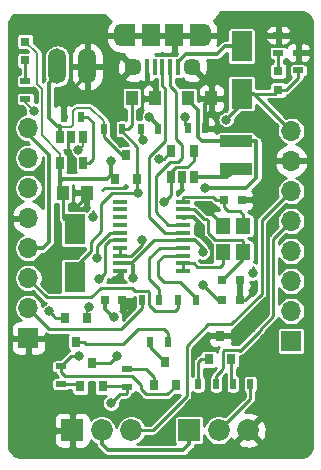
<source format=gbr>
G04 #@! TF.GenerationSoftware,KiCad,Pcbnew,(5.1.5)-3*
G04 #@! TF.CreationDate,2020-03-05T02:26:09+05:30*
G04 #@! TF.ProjectId,Pyrolight,5079726f-6c69-4676-9874-2e6b69636164,V1.0*
G04 #@! TF.SameCoordinates,Original*
G04 #@! TF.FileFunction,Copper,L1,Top*
G04 #@! TF.FilePolarity,Positive*
%FSLAX46Y46*%
G04 Gerber Fmt 4.6, Leading zero omitted, Abs format (unit mm)*
G04 Created by KiCad (PCBNEW (5.1.5)-3) date 2020-03-05 02:26:09*
%MOMM*%
%LPD*%
G04 APERTURE LIST*
%ADD10O,1.510000X3.010000*%
%ADD11R,1.000000X1.250000*%
%ADD12R,0.800000X0.750000*%
%ADD13R,0.800000X0.800000*%
%ADD14R,1.800000X2.500000*%
%ADD15R,0.800000X0.900000*%
%ADD16R,1.200000X1.400000*%
%ADD17R,0.900000X0.500000*%
%ADD18R,0.500000X0.900000*%
%ADD19R,0.650000X1.060000*%
%ADD20R,1.270000X0.406400*%
%ADD21R,1.500000X1.900000*%
%ADD22C,1.450000*%
%ADD23R,0.400000X1.350000*%
%ADD24O,1.200000X1.900000*%
%ADD25R,1.200000X1.900000*%
%ADD26R,2.750000X1.000000*%
%ADD27R,1.700000X1.700000*%
%ADD28O,1.700000X1.700000*%
%ADD29R,1.850000X1.850000*%
%ADD30C,1.850000*%
%ADD31C,0.800000*%
%ADD32C,0.500000*%
%ADD33C,0.250000*%
%ADD34C,0.350000*%
%ADD35C,0.225000*%
%ADD36C,0.203200*%
%ADD37C,0.200000*%
%ADD38C,0.254000*%
G04 APERTURE END LIST*
D10*
X147940000Y-80120000D03*
X145400000Y-80120000D03*
D11*
X147900000Y-90820000D03*
X145900000Y-90820000D03*
D12*
X159350000Y-98220000D03*
X160850000Y-98220000D03*
X161000000Y-91420000D03*
X159500000Y-91420000D03*
X149400000Y-99920000D03*
X150900000Y-99920000D03*
X160850000Y-99920000D03*
X159350000Y-99920000D03*
D11*
X153700000Y-82820000D03*
X151700000Y-82820000D03*
X156450000Y-82820000D03*
X158450000Y-82820000D03*
D13*
X142700000Y-79620000D03*
X142700000Y-78020000D03*
D14*
X161000000Y-82420000D03*
X161000000Y-78420000D03*
X146900000Y-93920000D03*
X146900000Y-97920000D03*
D15*
X150250000Y-89620000D03*
X152150000Y-89620000D03*
X151200000Y-87620000D03*
D13*
X164100000Y-82120000D03*
X164100000Y-80520000D03*
D16*
X159450000Y-95820000D03*
X159450000Y-93620000D03*
X161150000Y-93620000D03*
X161150000Y-95820000D03*
D15*
X148300000Y-105220000D03*
X149250000Y-107220000D03*
X147350000Y-107220000D03*
X154500000Y-105120000D03*
X155450000Y-107120000D03*
X153550000Y-107120000D03*
X158250000Y-104920000D03*
X160150000Y-104920000D03*
X159200000Y-102920000D03*
D17*
X165800000Y-78970000D03*
X165800000Y-80470000D03*
X164100000Y-78970000D03*
X164100000Y-77470000D03*
X142700000Y-82870000D03*
X142700000Y-81370000D03*
D18*
X147450000Y-84370000D03*
X145950000Y-84370000D03*
X149350000Y-85420000D03*
X150850000Y-85420000D03*
X155650000Y-99920000D03*
X157150000Y-99920000D03*
X154050000Y-99920000D03*
X152550000Y-99920000D03*
D17*
X145700000Y-107020000D03*
X145700000Y-105520000D03*
X151300000Y-107270000D03*
X151300000Y-105770000D03*
D18*
X154750000Y-103420000D03*
X153250000Y-103420000D03*
X153950000Y-85420000D03*
X152450000Y-85420000D03*
X156450000Y-85370000D03*
X157950000Y-85370000D03*
X160250000Y-107020000D03*
X161750000Y-107020000D03*
X157350000Y-107020000D03*
X158850000Y-107020000D03*
D19*
X147550000Y-86120000D03*
X146600000Y-86120000D03*
X145650000Y-86120000D03*
X145650000Y-88320000D03*
X147550000Y-88320000D03*
D20*
X150733000Y-97441000D03*
X150733000Y-96806000D03*
X150733000Y-96145600D03*
X150733000Y-95485200D03*
X150733000Y-94850200D03*
X150733000Y-94189800D03*
X150733000Y-93529400D03*
X150733000Y-92894400D03*
X150733000Y-92234000D03*
X150733000Y-91599000D03*
X156067000Y-91599000D03*
X156067000Y-92234000D03*
X156067000Y-92894400D03*
X156067000Y-93529400D03*
X156067000Y-94189800D03*
X156067000Y-94850200D03*
X156067000Y-95485200D03*
X156067000Y-96145600D03*
X156067000Y-96806000D03*
X156067000Y-97441000D03*
D19*
X155050000Y-87320000D03*
X156950000Y-87320000D03*
X156950000Y-89520000D03*
X156000000Y-89520000D03*
X155050000Y-89520000D03*
D21*
X153300000Y-77482500D03*
D22*
X156800000Y-80182500D03*
D23*
X154950000Y-80182500D03*
X155600000Y-80182500D03*
X153000000Y-80182500D03*
X153650000Y-80182500D03*
X154300000Y-80182500D03*
D22*
X151800000Y-80182500D03*
D21*
X155300000Y-77482500D03*
D24*
X157800000Y-77482500D03*
X150800000Y-77482500D03*
D25*
X151400000Y-77482500D03*
X157200000Y-77482500D03*
D26*
X160500000Y-86470000D03*
X160500000Y-88770000D03*
D15*
X147000000Y-103420000D03*
X146050000Y-101420000D03*
X147950000Y-101420000D03*
D27*
X165200000Y-103370000D03*
D28*
X165200000Y-100830000D03*
X165200000Y-98290000D03*
X165200000Y-95750000D03*
X165200000Y-93210000D03*
X165200000Y-90670000D03*
X165200000Y-88130000D03*
X165200000Y-85590000D03*
X142950000Y-85340000D03*
X142950000Y-87880000D03*
X142950000Y-90420000D03*
X142950000Y-92960000D03*
X142950000Y-95500000D03*
X142950000Y-98040000D03*
X142950000Y-100580000D03*
D27*
X142950000Y-103120000D03*
D29*
X156560000Y-110920000D03*
D30*
X159060000Y-110920000D03*
X161560000Y-110920000D03*
X151660000Y-110920000D03*
X149160000Y-110920000D03*
D29*
X146660000Y-110920000D03*
D31*
X150450000Y-104620000D03*
X152614347Y-94784347D03*
X148413797Y-92870000D03*
X161950000Y-97620000D03*
D32*
X151200000Y-90295000D03*
D31*
X151450000Y-100370000D03*
X157417849Y-93663000D03*
X158200000Y-92119990D03*
D32*
X146450000Y-87870000D03*
X150200000Y-98120000D03*
X161918413Y-99338413D03*
X155941911Y-90583948D03*
X146950000Y-92120000D03*
X162950000Y-100120000D03*
D31*
X159700000Y-84620000D03*
X149950000Y-88120000D03*
X157700000Y-95870000D03*
X157700000Y-98620000D03*
X153200000Y-84370000D03*
X151843018Y-98010757D03*
X150203811Y-101344108D03*
X157926082Y-90419988D03*
X152200000Y-90870000D03*
X154450000Y-91594990D03*
X148119381Y-100524683D03*
X144700000Y-100870000D03*
X149950000Y-108620000D03*
X148950000Y-98120000D03*
X147200000Y-104620000D03*
X148724990Y-96370000D03*
X143400001Y-83870000D03*
X147189349Y-87191058D03*
X152700000Y-86370000D03*
X154047653Y-87967653D03*
X156175000Y-84370000D03*
D33*
X148300000Y-105220000D02*
X149850000Y-105220000D01*
X149850000Y-105220000D02*
X150450000Y-104620000D01*
X150733000Y-95485200D02*
X150733000Y-96145600D01*
X148450000Y-92370000D02*
X148450000Y-92833797D01*
X148450000Y-92833797D02*
X148413797Y-92870000D01*
X161950000Y-97120000D02*
X161950000Y-97620000D01*
X151075010Y-90419990D02*
X151200000Y-90295000D01*
X149200000Y-90620000D02*
X149400010Y-90419990D01*
X149400010Y-90419990D02*
X151075010Y-90419990D01*
X157266000Y-97120000D02*
X156952000Y-96806000D01*
X159200000Y-97120000D02*
X157266000Y-97120000D01*
X156952000Y-96806000D02*
X156067000Y-96806000D01*
X159450000Y-95820000D02*
X159450000Y-96870000D01*
X159450000Y-96870000D02*
X159200000Y-97120000D01*
X156067000Y-97441000D02*
X156067000Y-96806000D01*
X151674400Y-96145600D02*
X150733000Y-96145600D01*
X152614347Y-95205653D02*
X151674400Y-96145600D01*
X152614347Y-94784347D02*
X152614347Y-95205653D01*
X153700000Y-81945000D02*
X153700000Y-82820000D01*
X153000000Y-80182500D02*
X153000000Y-81245000D01*
X153000000Y-81245000D02*
X153700000Y-81945000D01*
D34*
X146835000Y-81975000D02*
X147940000Y-80870000D01*
X147940000Y-80870000D02*
X147940000Y-80120000D01*
X146085000Y-81975000D02*
X146835000Y-81975000D01*
X145950000Y-82110000D02*
X146085000Y-81975000D01*
X145950000Y-84370000D02*
X145950000Y-82110000D01*
X150900000Y-99920000D02*
X151000000Y-99920000D01*
X151000000Y-99920000D02*
X151450000Y-100370000D01*
X159450000Y-93620000D02*
X159450000Y-93520000D01*
X157417849Y-93355322D02*
X157417849Y-93663000D01*
X158200000Y-92270000D02*
X158200000Y-92119990D01*
X156067000Y-92894400D02*
X156956927Y-92894400D01*
X159450000Y-93520000D02*
X158200000Y-92270000D01*
X156956927Y-92894400D02*
X157417849Y-93355322D01*
D33*
X146600000Y-86120000D02*
X146300001Y-86419999D01*
X146300001Y-86419999D02*
X146300001Y-87720001D01*
X146300001Y-87720001D02*
X146450000Y-87870000D01*
X150733000Y-97441000D02*
X150733000Y-97587000D01*
X150733000Y-97587000D02*
X150200000Y-98120000D01*
X160850000Y-99920000D02*
X161336826Y-99920000D01*
X161336826Y-99920000D02*
X161918413Y-99338413D01*
D34*
X156000000Y-89520000D02*
X156000000Y-90525859D01*
X156000000Y-90525859D02*
X155941911Y-90583948D01*
X157950000Y-83320000D02*
X158450000Y-82820000D01*
X157950000Y-85370000D02*
X157950000Y-83320000D01*
X158450000Y-81832500D02*
X158450000Y-82820000D01*
X156800000Y-80182500D02*
X158450000Y-81832500D01*
X147900000Y-90820000D02*
X147900000Y-91170000D01*
X147900000Y-91170000D02*
X146950000Y-92120000D01*
D35*
X159200000Y-102920000D02*
X160150000Y-102920000D01*
X160150000Y-102920000D02*
X162950000Y-100120000D01*
D33*
X149350000Y-86120000D02*
X150850000Y-87620000D01*
X149350000Y-85420000D02*
X149350000Y-86120000D01*
D34*
X145400000Y-80870000D02*
X145400000Y-80120000D01*
X145650000Y-85195001D02*
X145399999Y-85195001D01*
X145650000Y-86120000D02*
X145650000Y-85195001D01*
X145399999Y-85195001D02*
X144700000Y-84495002D01*
X144700000Y-84495002D02*
X144700000Y-81570000D01*
X144700000Y-81570000D02*
X145400000Y-80870000D01*
D36*
X145650000Y-85386800D02*
X145650000Y-86120000D01*
X146531601Y-85288399D02*
X145748401Y-85288399D01*
X146700000Y-83877118D02*
X146700000Y-85120000D01*
X146958719Y-83618399D02*
X146700000Y-83877118D01*
X146700000Y-85120000D02*
X146531601Y-85288399D01*
X148201599Y-83618399D02*
X146958719Y-83618399D01*
X145748401Y-85288399D02*
X145650000Y-85386800D01*
X149350000Y-84766800D02*
X148201599Y-83618399D01*
X149350000Y-85420000D02*
X149350000Y-84766800D01*
D33*
X163800000Y-82420000D02*
X164100000Y-82120000D01*
X161000000Y-82420000D02*
X163800000Y-82420000D01*
X164750000Y-82120000D02*
X164100000Y-82120000D01*
X165800000Y-81070000D02*
X164750000Y-82120000D01*
X165800000Y-80470000D02*
X165800000Y-81070000D01*
D34*
X162030000Y-82420000D02*
X161000000Y-82420000D01*
X165200000Y-85590000D02*
X162030000Y-82420000D01*
X161000000Y-82420000D02*
X161000000Y-83320000D01*
X161000000Y-83320000D02*
X159700000Y-84620000D01*
X149950000Y-89320000D02*
X150250000Y-89620000D01*
X149950000Y-88120000D02*
X149950000Y-89320000D01*
X145650000Y-90570000D02*
X145900000Y-90820000D01*
X149650000Y-89620000D02*
X149950000Y-89320000D01*
X145850000Y-89620000D02*
X149650000Y-89620000D01*
X145650000Y-89820000D02*
X145850000Y-89620000D01*
X145650000Y-89820000D02*
X145650000Y-90570000D01*
X145650000Y-88320000D02*
X145650000Y-89820000D01*
D37*
X143700000Y-79020000D02*
X142700000Y-78020000D01*
X145650000Y-87515002D02*
X144100001Y-85965003D01*
X145650000Y-88320000D02*
X145650000Y-87515002D01*
X144100001Y-82020001D02*
X143700000Y-81620000D01*
X144100001Y-85965003D02*
X144100001Y-82020001D01*
X143700000Y-81620000D02*
X143700000Y-79020000D01*
D33*
X145900000Y-92920000D02*
X146900000Y-93920000D01*
X145900000Y-90820000D02*
X145900000Y-92920000D01*
X159375000Y-98220000D02*
X161150000Y-96445000D01*
X161150000Y-96445000D02*
X161150000Y-95820000D01*
X159350000Y-98220000D02*
X159375000Y-98220000D01*
X161150000Y-94870000D02*
X161074999Y-94794999D01*
X161074999Y-94794999D02*
X158739997Y-94794999D01*
X158739997Y-94794999D02*
X158200000Y-94255002D01*
X158200000Y-93193004D02*
X158089345Y-93082349D01*
X161150000Y-95820000D02*
X161150000Y-94870000D01*
X158200000Y-94255002D02*
X158200000Y-93193004D01*
X156952000Y-92234000D02*
X156067000Y-92234000D01*
X157003649Y-92234000D02*
X156952000Y-92234000D01*
X158089345Y-93082349D02*
X157851998Y-93082349D01*
X157851998Y-93082349D02*
X157003649Y-92234000D01*
X161150000Y-92670000D02*
X160850000Y-92370000D01*
X161150000Y-93620000D02*
X161150000Y-92670000D01*
X159500000Y-92045000D02*
X159500000Y-91420000D01*
X159825000Y-92370000D02*
X159500000Y-92045000D01*
X160850000Y-92370000D02*
X159825000Y-92370000D01*
X156067802Y-91144998D02*
X158574998Y-91144998D01*
X156067000Y-91599000D02*
X156067000Y-91145800D01*
X156067000Y-91145800D02*
X156067802Y-91144998D01*
X158850000Y-91420000D02*
X159500000Y-91420000D01*
X158574998Y-91144998D02*
X158850000Y-91420000D01*
D34*
X149200000Y-112122081D02*
X149697919Y-112620000D01*
X149200000Y-110920000D02*
X149200000Y-112122081D01*
X156560000Y-112120000D02*
X156560000Y-110920000D01*
X156060000Y-112620000D02*
X156560000Y-112120000D01*
X149697919Y-112620000D02*
X156060000Y-112620000D01*
X157300000Y-83795000D02*
X156450000Y-82945000D01*
X157300000Y-86095002D02*
X157300000Y-83795000D01*
X156450000Y-82945000D02*
X156450000Y-82820000D01*
X157674998Y-86470000D02*
X157300000Y-86095002D01*
X160500000Y-86470000D02*
X157674998Y-86470000D01*
X157700000Y-95498200D02*
X157700000Y-95870000D01*
X156067000Y-94850200D02*
X157052000Y-94850200D01*
X157052000Y-94850200D02*
X157700000Y-95498200D01*
X159000000Y-99920000D02*
X157700000Y-98620000D01*
X159350000Y-99920000D02*
X159000000Y-99920000D01*
X142950000Y-85870000D02*
X142950000Y-85340000D01*
X144700000Y-94952081D02*
X144700000Y-87620000D01*
X144700000Y-87620000D02*
X142950000Y-85870000D01*
X142950000Y-95500000D02*
X144152081Y-95500000D01*
X144152081Y-95500000D02*
X144700000Y-94952081D01*
X153950000Y-85420000D02*
X153950000Y-85120000D01*
X153950000Y-85120000D02*
X153200000Y-84370000D01*
X150099108Y-101344108D02*
X150203811Y-101344108D01*
X149400000Y-100645000D02*
X150099108Y-101344108D01*
X151843018Y-97445072D02*
X151843018Y-98010757D01*
X150733000Y-96806000D02*
X151718000Y-96806000D01*
X151718000Y-96806000D02*
X151843018Y-96931018D01*
X149400000Y-99920000D02*
X149400000Y-100645000D01*
X151843018Y-96931018D02*
X151843018Y-97445072D01*
X162225000Y-86470000D02*
X162250001Y-86495001D01*
X162250001Y-89570001D02*
X161400014Y-90419988D01*
X158491767Y-90419988D02*
X157926082Y-90419988D01*
X162250001Y-86495001D02*
X162250001Y-89570001D01*
X160500000Y-86470000D02*
X162225000Y-86470000D01*
X161400014Y-90419988D02*
X158491767Y-90419988D01*
D33*
X150733000Y-96806000D02*
X151650411Y-96806000D01*
X155182000Y-94850200D02*
X156067000Y-94850200D01*
X153606211Y-94850200D02*
X155182000Y-94850200D01*
X151650411Y-96806000D02*
X153606211Y-94850200D01*
X151350000Y-85420000D02*
X150850000Y-85420000D01*
X151700000Y-85070000D02*
X151350000Y-85420000D01*
X151700000Y-82820000D02*
X151700000Y-85070000D01*
X156950000Y-88100000D02*
X156950000Y-87320000D01*
X156424990Y-88625010D02*
X156950000Y-88100000D01*
X155050000Y-89029998D02*
X155454988Y-88625010D01*
X155454988Y-88625010D02*
X156424990Y-88625010D01*
X155050000Y-89520000D02*
X155050000Y-89029998D01*
X152150000Y-88920000D02*
X152150000Y-89620000D01*
X152150000Y-86920000D02*
X152150000Y-88920000D01*
X150850000Y-85620000D02*
X152150000Y-86920000D01*
X150850000Y-85420000D02*
X150850000Y-85620000D01*
X152150000Y-90820000D02*
X152200000Y-90870000D01*
X152150000Y-89620000D02*
X152150000Y-90820000D01*
X155050000Y-89520000D02*
X155050000Y-90994990D01*
X154849999Y-91194991D02*
X154450000Y-91594990D01*
X155050000Y-90994990D02*
X154849999Y-91194991D01*
X151634315Y-90870000D02*
X152200000Y-90870000D01*
X150038798Y-90870000D02*
X151634315Y-90870000D01*
X148249989Y-94952513D02*
X149138797Y-94063705D01*
X148249989Y-95771997D02*
X148249989Y-94952513D01*
X149138797Y-94063705D02*
X149138797Y-91770001D01*
X149138797Y-91770001D02*
X150038798Y-90870000D01*
X146900000Y-97121986D02*
X148249989Y-95771997D01*
X146900000Y-97920000D02*
X146900000Y-97121986D01*
X142700000Y-81370000D02*
X142700000Y-79620000D01*
D34*
X156271999Y-79082499D02*
X158912499Y-79082499D01*
X155600000Y-80182500D02*
X155600000Y-79754498D01*
X155600000Y-79754498D02*
X156271999Y-79082499D01*
X159574998Y-78420000D02*
X161000000Y-78420000D01*
X158912499Y-79082499D02*
X159574998Y-78420000D01*
D33*
X152305697Y-110920000D02*
X151740012Y-110920000D01*
X153465685Y-110920000D02*
X152305697Y-110920000D01*
X162700000Y-93170000D02*
X162700000Y-99370000D01*
X165200000Y-90670000D02*
X162700000Y-93170000D01*
X160099999Y-101970001D02*
X158192156Y-101970001D01*
X162700000Y-99370000D02*
X160099999Y-101970001D01*
X158192156Y-101970001D02*
X156349999Y-103812158D01*
X156349999Y-103812158D02*
X156349999Y-108035686D01*
X156349999Y-108035686D02*
X153465685Y-110920000D01*
X163700000Y-94710000D02*
X164350001Y-94059999D01*
X163700000Y-101256411D02*
X163700000Y-94710000D01*
X162536399Y-102420012D02*
X163700000Y-101256411D01*
X159428750Y-105633752D02*
X159424999Y-105630001D01*
X158850000Y-106320000D02*
X159350000Y-105820000D01*
X159350000Y-105820000D02*
X159350000Y-105712501D01*
X164350001Y-94059999D02*
X165200000Y-93210000D01*
X159350000Y-105712501D02*
X159428750Y-105633752D01*
X158850000Y-107020000D02*
X158850000Y-106320000D01*
X159424999Y-105630001D02*
X159424999Y-104209999D01*
X160863751Y-104198749D02*
X162536399Y-102526102D01*
X159424999Y-104209999D02*
X159489999Y-104144999D01*
X159489999Y-104144999D02*
X160810001Y-104144999D01*
X160810001Y-104144999D02*
X160863751Y-104198749D01*
X162536399Y-102526102D02*
X162536399Y-102420012D01*
D37*
X147950000Y-100694064D02*
X148119381Y-100524683D01*
X147950000Y-101420000D02*
X147950000Y-100694064D01*
D33*
X143799999Y-101429999D02*
X142950000Y-100580000D01*
X150800000Y-102370000D02*
X144740000Y-102370000D01*
X152550000Y-100620000D02*
X150800000Y-102370000D01*
X144740000Y-102370000D02*
X143799999Y-101429999D01*
X152550000Y-99920000D02*
X152550000Y-100620000D01*
X155650000Y-100620000D02*
X155650000Y-99920000D01*
X153714998Y-100870000D02*
X155400000Y-100870000D01*
X153185002Y-100355002D02*
X153200000Y-100355002D01*
X153125001Y-100295001D02*
X153185002Y-100355002D01*
X152039999Y-99144999D02*
X153060001Y-99144999D01*
X149089998Y-98870000D02*
X151700000Y-98870000D01*
X144499990Y-99669990D02*
X148290008Y-99669990D01*
X142950000Y-98120000D02*
X144499990Y-99669990D01*
X153200000Y-100355002D02*
X153714998Y-100870000D01*
X155400000Y-100870000D02*
X155650000Y-100620000D01*
X153125001Y-99209999D02*
X153125001Y-100295001D01*
X153060001Y-99144999D02*
X153125001Y-99209999D01*
X148290008Y-99669990D02*
X149089998Y-98870000D01*
X142950000Y-98040000D02*
X142950000Y-98120000D01*
X152007499Y-99177499D02*
X152039999Y-99144999D01*
X151700000Y-98870000D02*
X152007499Y-99177499D01*
X145250000Y-101420000D02*
X145099999Y-101269999D01*
X146050000Y-101420000D02*
X145250000Y-101420000D01*
X145099999Y-101269999D02*
X144700000Y-100870000D01*
X161750000Y-108270000D02*
X161750000Y-107020000D01*
X159100000Y-110920000D02*
X161750000Y-108270000D01*
D34*
X159750000Y-89520000D02*
X160500000Y-88770000D01*
X156950000Y-89520000D02*
X159750000Y-89520000D01*
D33*
X164100000Y-78970000D02*
X164100000Y-80520000D01*
X151250000Y-107220000D02*
X151300000Y-107270000D01*
X149250000Y-107220000D02*
X151250000Y-107220000D01*
X149950000Y-108620000D02*
X150700000Y-107870000D01*
X150700000Y-107870000D02*
X151200000Y-107870000D01*
X151300000Y-107770000D02*
X151300000Y-107270000D01*
X151200000Y-107870000D02*
X151300000Y-107770000D01*
X149450000Y-97620000D02*
X148950000Y-98120000D01*
X149848000Y-94850200D02*
X149450000Y-95248200D01*
X149450000Y-95248200D02*
X149450000Y-97620000D01*
X150733000Y-94850200D02*
X149848000Y-94850200D01*
X147150000Y-107020000D02*
X147350000Y-107220000D01*
X145700000Y-107020000D02*
X147150000Y-107020000D01*
X153250000Y-103870000D02*
X154500000Y-105120000D01*
X153250000Y-103420000D02*
X153250000Y-103870000D01*
X146600000Y-104620000D02*
X145700000Y-105520000D01*
X147200000Y-104620000D02*
X146600000Y-104620000D01*
X150733000Y-94189800D02*
X149848000Y-94189800D01*
X149848000Y-94189800D02*
X148724990Y-95312810D01*
X148724990Y-95804315D02*
X148724990Y-96370000D01*
X148724990Y-95312810D02*
X148724990Y-95804315D01*
X152450000Y-107120000D02*
X152450000Y-107455002D01*
X152889999Y-107895001D02*
X154724999Y-107895001D01*
X152450000Y-107455002D02*
X152889999Y-107895001D01*
X155450000Y-107170000D02*
X155450000Y-107120000D01*
X145700000Y-105520000D02*
X145700000Y-106020000D01*
X151700000Y-106370000D02*
X152450000Y-107120000D01*
X154724999Y-107895001D02*
X155450000Y-107170000D01*
X146050000Y-106370000D02*
X151700000Y-106370000D01*
X145700000Y-106020000D02*
X146050000Y-106370000D01*
X153550000Y-106420000D02*
X153550000Y-107120000D01*
X152900000Y-105770000D02*
X153550000Y-106420000D01*
X151300000Y-105770000D02*
X152900000Y-105770000D01*
X157600000Y-104920000D02*
X158250000Y-104920000D01*
X157350000Y-105170000D02*
X157600000Y-104920000D01*
X157350000Y-107020000D02*
X157350000Y-105170000D01*
X160150000Y-106920000D02*
X160250000Y-107020000D01*
X160150000Y-104920000D02*
X160150000Y-106920000D01*
D37*
X142700000Y-82870000D02*
X142700000Y-83169999D01*
X142700000Y-83169999D02*
X143400001Y-83870000D01*
X147550000Y-86830407D02*
X147550000Y-86120000D01*
X147189349Y-87191058D02*
X147550000Y-86830407D01*
D33*
X147950000Y-84370000D02*
X148450000Y-84870000D01*
X147450000Y-84370000D02*
X147950000Y-84370000D01*
X148450000Y-87995000D02*
X148125000Y-88320000D01*
X148125000Y-88320000D02*
X147550000Y-88320000D01*
X148450000Y-84870000D02*
X148450000Y-87995000D01*
X154424400Y-96145600D02*
X156067000Y-96145600D01*
X153950000Y-96620000D02*
X154424400Y-96145600D01*
X157150000Y-99720000D02*
X155800000Y-98370000D01*
X157150000Y-99920000D02*
X157150000Y-99720000D01*
X155800000Y-98370000D02*
X154450000Y-98370000D01*
X154450000Y-98370000D02*
X153950000Y-97870000D01*
X153950000Y-97870000D02*
X153950000Y-96620000D01*
X156067000Y-95485200D02*
X154084800Y-95485200D01*
X154084800Y-95485200D02*
X153200000Y-96370000D01*
X153200000Y-96370000D02*
X153200000Y-98120000D01*
X154050000Y-98970000D02*
X154050000Y-99920000D01*
X153200000Y-98120000D02*
X154050000Y-98970000D01*
X152450000Y-85420000D02*
X152450000Y-86120000D01*
X152450000Y-86120000D02*
X152700000Y-86370000D01*
X154402347Y-87967653D02*
X155050000Y-87320000D01*
X154047653Y-87967653D02*
X154402347Y-87967653D01*
X156175000Y-85095000D02*
X156450000Y-85370000D01*
X156175000Y-84370000D02*
X156175000Y-85095000D01*
X155450000Y-86279998D02*
X155950000Y-86779998D01*
X155635001Y-88175001D02*
X154954997Y-88175001D01*
X155182000Y-93529400D02*
X156067000Y-93529400D01*
X154950000Y-81758590D02*
X155450000Y-82258590D01*
X155950000Y-86779998D02*
X155950000Y-87860002D01*
X154786398Y-93529400D02*
X155182000Y-93529400D01*
X154950000Y-80182500D02*
X154950000Y-81758590D01*
X153724999Y-92468001D02*
X154786398Y-93529400D01*
X154954997Y-88175001D02*
X153724999Y-89404999D01*
X155450000Y-82258590D02*
X155450000Y-86279998D01*
X153724999Y-89404999D02*
X153724999Y-92468001D01*
X155950000Y-87860002D02*
X155635001Y-88175001D01*
X154525001Y-81970001D02*
X154525001Y-86464999D01*
X154525001Y-86464999D02*
X153200000Y-87790000D01*
X154300000Y-80182500D02*
X154300000Y-81745000D01*
X154300000Y-81745000D02*
X154525001Y-81970001D01*
X153200000Y-87790000D02*
X153200000Y-92870000D01*
X154519800Y-94189800D02*
X156067000Y-94189800D01*
X153200000Y-92870000D02*
X154519800Y-94189800D01*
X147650000Y-103420000D02*
X147850000Y-103620000D01*
X147000000Y-103420000D02*
X147650000Y-103420000D01*
X147850000Y-103620000D02*
X150950000Y-103620000D01*
X150950000Y-103620000D02*
X152200000Y-102370000D01*
X154750000Y-102720000D02*
X154750000Y-103420000D01*
X154400000Y-102370000D02*
X154750000Y-102720000D01*
X152200000Y-102370000D02*
X154400000Y-102370000D01*
D38*
G36*
X166193471Y-75542898D02*
G01*
X166365984Y-75594982D01*
X166464465Y-75644222D01*
X166551216Y-75690349D01*
X166701866Y-75813216D01*
X166825781Y-75963002D01*
X166918242Y-76134006D01*
X166975727Y-76319711D01*
X166998000Y-76531620D01*
X166998001Y-112200332D01*
X166977102Y-112413471D01*
X166920915Y-112599574D01*
X166829650Y-112771218D01*
X166706783Y-112921867D01*
X166556995Y-113045782D01*
X166465334Y-113095343D01*
X166369041Y-113143489D01*
X166200288Y-113195727D01*
X165988380Y-113218000D01*
X142319658Y-113218000D01*
X142145906Y-113200963D01*
X141775232Y-113015626D01*
X141400779Y-112641173D01*
X141381759Y-112605996D01*
X141327000Y-112429098D01*
X141327000Y-111845000D01*
X145096928Y-111845000D01*
X145109188Y-111969482D01*
X145145498Y-112089180D01*
X145204463Y-112199494D01*
X145283815Y-112296185D01*
X145380506Y-112375537D01*
X145490820Y-112434502D01*
X145610518Y-112470812D01*
X145735000Y-112483072D01*
X146374250Y-112480000D01*
X146533000Y-112321250D01*
X146533000Y-111047000D01*
X145258750Y-111047000D01*
X145100000Y-111205750D01*
X145096928Y-111845000D01*
X141327000Y-111845000D01*
X141327000Y-109995000D01*
X145096928Y-109995000D01*
X145100000Y-110634250D01*
X145258750Y-110793000D01*
X146533000Y-110793000D01*
X146533000Y-109518750D01*
X146374250Y-109360000D01*
X145735000Y-109356928D01*
X145610518Y-109369188D01*
X145490820Y-109405498D01*
X145380506Y-109464463D01*
X145283815Y-109543815D01*
X145204463Y-109640506D01*
X145145498Y-109750820D01*
X145109188Y-109870518D01*
X145096928Y-109995000D01*
X141327000Y-109995000D01*
X141327000Y-103970000D01*
X141461928Y-103970000D01*
X141474188Y-104094482D01*
X141510498Y-104214180D01*
X141569463Y-104324494D01*
X141648815Y-104421185D01*
X141745506Y-104500537D01*
X141855820Y-104559502D01*
X141975518Y-104595812D01*
X142100000Y-104608072D01*
X142664250Y-104605000D01*
X142823000Y-104446250D01*
X142823000Y-103247000D01*
X143077000Y-103247000D01*
X143077000Y-104446250D01*
X143235750Y-104605000D01*
X143800000Y-104608072D01*
X143924482Y-104595812D01*
X144044180Y-104559502D01*
X144154494Y-104500537D01*
X144251185Y-104421185D01*
X144330537Y-104324494D01*
X144389502Y-104214180D01*
X144425812Y-104094482D01*
X144438072Y-103970000D01*
X144435000Y-103405750D01*
X144276250Y-103247000D01*
X143077000Y-103247000D01*
X142823000Y-103247000D01*
X141623750Y-103247000D01*
X141465000Y-103405750D01*
X141461928Y-103970000D01*
X141327000Y-103970000D01*
X141327000Y-102270000D01*
X141461928Y-102270000D01*
X141465000Y-102834250D01*
X141623750Y-102993000D01*
X142823000Y-102993000D01*
X142823000Y-102973000D01*
X143077000Y-102973000D01*
X143077000Y-102993000D01*
X144276250Y-102993000D01*
X144435000Y-102834250D01*
X144435528Y-102737193D01*
X144473711Y-102768529D01*
X144556577Y-102812822D01*
X144646492Y-102840097D01*
X144716577Y-102847000D01*
X144716584Y-102847000D01*
X144739999Y-102849306D01*
X144763414Y-102847000D01*
X146269473Y-102847000D01*
X146253093Y-102900996D01*
X146246297Y-102970000D01*
X146246297Y-103870000D01*
X146253093Y-103939004D01*
X146273221Y-104005356D01*
X146305907Y-104066507D01*
X146349894Y-104120106D01*
X146403493Y-104164093D01*
X146423847Y-104174973D01*
X146416577Y-104177178D01*
X146333711Y-104221471D01*
X146291048Y-104256484D01*
X146282141Y-104263794D01*
X146261079Y-104281079D01*
X146246149Y-104299271D01*
X145629124Y-104916297D01*
X145250000Y-104916297D01*
X145180996Y-104923093D01*
X145114644Y-104943221D01*
X145053493Y-104975907D01*
X144999894Y-105019894D01*
X144955907Y-105073493D01*
X144923221Y-105134644D01*
X144903093Y-105200996D01*
X144896297Y-105270000D01*
X144896297Y-105770000D01*
X144903093Y-105839004D01*
X144923221Y-105905356D01*
X144955907Y-105966507D01*
X144999894Y-106020106D01*
X145053493Y-106064093D01*
X145114644Y-106096779D01*
X145180996Y-106116907D01*
X145232472Y-106121977D01*
X145257178Y-106203422D01*
X145265253Y-106218529D01*
X145301472Y-106286289D01*
X145361080Y-106358921D01*
X145379271Y-106373850D01*
X145421718Y-106416297D01*
X145250000Y-106416297D01*
X145180996Y-106423093D01*
X145114644Y-106443221D01*
X145053493Y-106475907D01*
X144999894Y-106519894D01*
X144955907Y-106573493D01*
X144923221Y-106634644D01*
X144903093Y-106700996D01*
X144896297Y-106770000D01*
X144896297Y-107270000D01*
X144903093Y-107339004D01*
X144923221Y-107405356D01*
X144955907Y-107466507D01*
X144999894Y-107520106D01*
X145053493Y-107564093D01*
X145114644Y-107596779D01*
X145180996Y-107616907D01*
X145250000Y-107623703D01*
X146150000Y-107623703D01*
X146219004Y-107616907D01*
X146285356Y-107596779D01*
X146346507Y-107564093D01*
X146400106Y-107520106D01*
X146419068Y-107497000D01*
X146596297Y-107497000D01*
X146596297Y-107670000D01*
X146603093Y-107739004D01*
X146623221Y-107805356D01*
X146655907Y-107866507D01*
X146699894Y-107920106D01*
X146753493Y-107964093D01*
X146814644Y-107996779D01*
X146880996Y-108016907D01*
X146950000Y-108023703D01*
X147750000Y-108023703D01*
X147819004Y-108016907D01*
X147885356Y-107996779D01*
X147946507Y-107964093D01*
X148000106Y-107920106D01*
X148044093Y-107866507D01*
X148076779Y-107805356D01*
X148096907Y-107739004D01*
X148103703Y-107670000D01*
X148103703Y-106847000D01*
X148496297Y-106847000D01*
X148496297Y-107670000D01*
X148503093Y-107739004D01*
X148523221Y-107805356D01*
X148555907Y-107866507D01*
X148599894Y-107920106D01*
X148653493Y-107964093D01*
X148714644Y-107996779D01*
X148780996Y-108016907D01*
X148850000Y-108023703D01*
X149488857Y-108023703D01*
X149470628Y-108035883D01*
X149365883Y-108140628D01*
X149283586Y-108263794D01*
X149226899Y-108400650D01*
X149198000Y-108545934D01*
X149198000Y-108694066D01*
X149226899Y-108839350D01*
X149283586Y-108976206D01*
X149365883Y-109099372D01*
X149470628Y-109204117D01*
X149593794Y-109286414D01*
X149730650Y-109343101D01*
X149875934Y-109372000D01*
X150024066Y-109372000D01*
X150169350Y-109343101D01*
X150306206Y-109286414D01*
X150429372Y-109204117D01*
X150534117Y-109099372D01*
X150616414Y-108976206D01*
X150673101Y-108839350D01*
X150702000Y-108694066D01*
X150702000Y-108545934D01*
X150701443Y-108543136D01*
X150897580Y-108347000D01*
X151176585Y-108347000D01*
X151200000Y-108349306D01*
X151223415Y-108347000D01*
X151223423Y-108347000D01*
X151293508Y-108340097D01*
X151383423Y-108312822D01*
X151466289Y-108268529D01*
X151538921Y-108208921D01*
X151553855Y-108190724D01*
X151620724Y-108123855D01*
X151638921Y-108108921D01*
X151698529Y-108036289D01*
X151742822Y-107953423D01*
X151763749Y-107884436D01*
X151767528Y-107871977D01*
X151819004Y-107866907D01*
X151885356Y-107846779D01*
X151946507Y-107814093D01*
X152000106Y-107770106D01*
X152044093Y-107716507D01*
X152046504Y-107711996D01*
X152051472Y-107721291D01*
X152080206Y-107756303D01*
X152091534Y-107770106D01*
X152111080Y-107793923D01*
X152129271Y-107808852D01*
X152536148Y-108215730D01*
X152551078Y-108233922D01*
X152569269Y-108248851D01*
X152569271Y-108248853D01*
X152587477Y-108263794D01*
X152623710Y-108293530D01*
X152706576Y-108337823D01*
X152796491Y-108365098D01*
X152866576Y-108372001D01*
X152866584Y-108372001D01*
X152889999Y-108374307D01*
X152913414Y-108372001D01*
X154701584Y-108372001D01*
X154724999Y-108374307D01*
X154748414Y-108372001D01*
X154748422Y-108372001D01*
X154818507Y-108365098D01*
X154908422Y-108337823D01*
X154991288Y-108293530D01*
X155063920Y-108233922D01*
X155078854Y-108215725D01*
X155370876Y-107923703D01*
X155787402Y-107923703D01*
X153268106Y-110443000D01*
X152844635Y-110443000D01*
X152791663Y-110315114D01*
X152651911Y-110105960D01*
X152474040Y-109928089D01*
X152264886Y-109788337D01*
X152032487Y-109692074D01*
X151785774Y-109643000D01*
X151534226Y-109643000D01*
X151287513Y-109692074D01*
X151055114Y-109788337D01*
X150845960Y-109928089D01*
X150668089Y-110105960D01*
X150528337Y-110315114D01*
X150432074Y-110547513D01*
X150410000Y-110658487D01*
X150387926Y-110547513D01*
X150291663Y-110315114D01*
X150151911Y-110105960D01*
X149974040Y-109928089D01*
X149764886Y-109788337D01*
X149532487Y-109692074D01*
X149285774Y-109643000D01*
X149034226Y-109643000D01*
X148787513Y-109692074D01*
X148555114Y-109788337D01*
X148345960Y-109928089D01*
X148222802Y-110051247D01*
X148223072Y-109995000D01*
X148210812Y-109870518D01*
X148174502Y-109750820D01*
X148115537Y-109640506D01*
X148036185Y-109543815D01*
X147939494Y-109464463D01*
X147829180Y-109405498D01*
X147709482Y-109369188D01*
X147585000Y-109356928D01*
X146945750Y-109360000D01*
X146787000Y-109518750D01*
X146787000Y-110793000D01*
X146807000Y-110793000D01*
X146807000Y-111047000D01*
X146787000Y-111047000D01*
X146787000Y-112321250D01*
X146945750Y-112480000D01*
X147585000Y-112483072D01*
X147709482Y-112470812D01*
X147829180Y-112434502D01*
X147939494Y-112375537D01*
X148036185Y-112296185D01*
X148115537Y-112199494D01*
X148174502Y-112089180D01*
X148210812Y-111969482D01*
X148223072Y-111845000D01*
X148222802Y-111788753D01*
X148345960Y-111911911D01*
X148555114Y-112051663D01*
X148672594Y-112100325D01*
X148670451Y-112122081D01*
X148680626Y-112225390D01*
X148710761Y-112324730D01*
X148759696Y-112416282D01*
X148759697Y-112416283D01*
X148825553Y-112496529D01*
X148845661Y-112513031D01*
X149306972Y-112974344D01*
X149323471Y-112994448D01*
X149403717Y-113060304D01*
X149495269Y-113109239D01*
X149562132Y-113129522D01*
X149594609Y-113139374D01*
X149697919Y-113149549D01*
X149723800Y-113147000D01*
X156034119Y-113147000D01*
X156060000Y-113149549D01*
X156085881Y-113147000D01*
X156163310Y-113139374D01*
X156262650Y-113109239D01*
X156354202Y-113060304D01*
X156434448Y-112994448D01*
X156450955Y-112974334D01*
X156914344Y-112510947D01*
X156934448Y-112494448D01*
X157000304Y-112414202D01*
X157049239Y-112322650D01*
X157079374Y-112223310D01*
X157081798Y-112198703D01*
X157485000Y-112198703D01*
X157554004Y-112191907D01*
X157620356Y-112171779D01*
X157681507Y-112139093D01*
X157735106Y-112095106D01*
X157779093Y-112041507D01*
X157811779Y-111980356D01*
X157831907Y-111914004D01*
X157838703Y-111845000D01*
X157838703Y-111308491D01*
X157928337Y-111524886D01*
X158068089Y-111734040D01*
X158245960Y-111911911D01*
X158455114Y-112051663D01*
X158687513Y-112147926D01*
X158934226Y-112197000D01*
X159185774Y-112197000D01*
X159432487Y-112147926D01*
X159664886Y-112051663D01*
X159739336Y-112001917D01*
X160657688Y-112001917D01*
X160744393Y-112258653D01*
X161021223Y-112392048D01*
X161318757Y-112468873D01*
X161625562Y-112486176D01*
X161929848Y-112443292D01*
X162219921Y-112341868D01*
X162375607Y-112258653D01*
X162462312Y-112001917D01*
X161560000Y-111099605D01*
X160657688Y-112001917D01*
X159739336Y-112001917D01*
X159874040Y-111911911D01*
X160051911Y-111734040D01*
X160145580Y-111593855D01*
X160221347Y-111735607D01*
X160478083Y-111822312D01*
X161380395Y-110920000D01*
X161739605Y-110920000D01*
X162641917Y-111822312D01*
X162898653Y-111735607D01*
X163032048Y-111458777D01*
X163108873Y-111161243D01*
X163126176Y-110854438D01*
X163083292Y-110550152D01*
X162981868Y-110260079D01*
X162898653Y-110104393D01*
X162641917Y-110017688D01*
X161739605Y-110920000D01*
X161380395Y-110920000D01*
X161366253Y-110905858D01*
X161545858Y-110726253D01*
X161560000Y-110740395D01*
X162462312Y-109838083D01*
X162375607Y-109581347D01*
X162098777Y-109447952D01*
X161801243Y-109371127D01*
X161494438Y-109353824D01*
X161315544Y-109379036D01*
X162070729Y-108623851D01*
X162088921Y-108608921D01*
X162148529Y-108536289D01*
X162192822Y-108453423D01*
X162220097Y-108363508D01*
X162227000Y-108293423D01*
X162227000Y-108293415D01*
X162229306Y-108270000D01*
X162227000Y-108246585D01*
X162227000Y-107739068D01*
X162250106Y-107720106D01*
X162294093Y-107666507D01*
X162326779Y-107605356D01*
X162346907Y-107539004D01*
X162353703Y-107470000D01*
X162353703Y-106570000D01*
X162346907Y-106500996D01*
X162326779Y-106434644D01*
X162294093Y-106373493D01*
X162250106Y-106319894D01*
X162196507Y-106275907D01*
X162135356Y-106243221D01*
X162069004Y-106223093D01*
X162000000Y-106216297D01*
X161500000Y-106216297D01*
X161430996Y-106223093D01*
X161364644Y-106243221D01*
X161303493Y-106275907D01*
X161249894Y-106319894D01*
X161205907Y-106373493D01*
X161173221Y-106434644D01*
X161153093Y-106500996D01*
X161146297Y-106570000D01*
X161146297Y-107470000D01*
X161153093Y-107539004D01*
X161173221Y-107605356D01*
X161205907Y-107666507D01*
X161249894Y-107720106D01*
X161273000Y-107739069D01*
X161273000Y-108072420D01*
X159588658Y-109756762D01*
X159432487Y-109692074D01*
X159185774Y-109643000D01*
X158934226Y-109643000D01*
X158687513Y-109692074D01*
X158455114Y-109788337D01*
X158245960Y-109928089D01*
X158068089Y-110105960D01*
X157928337Y-110315114D01*
X157838703Y-110531509D01*
X157838703Y-109995000D01*
X157831907Y-109925996D01*
X157811779Y-109859644D01*
X157779093Y-109798493D01*
X157735106Y-109744894D01*
X157681507Y-109700907D01*
X157620356Y-109668221D01*
X157554004Y-109648093D01*
X157485000Y-109641297D01*
X155635000Y-109641297D01*
X155565996Y-109648093D01*
X155499644Y-109668221D01*
X155438493Y-109700907D01*
X155384894Y-109744894D01*
X155340907Y-109798493D01*
X155308221Y-109859644D01*
X155288093Y-109925996D01*
X155281297Y-109995000D01*
X155281297Y-111845000D01*
X155288093Y-111914004D01*
X155308221Y-111980356D01*
X155340907Y-112041507D01*
X155383166Y-112093000D01*
X152165090Y-112093000D01*
X152264886Y-112051663D01*
X152474040Y-111911911D01*
X152651911Y-111734040D01*
X152791663Y-111524886D01*
X152844635Y-111397000D01*
X153442270Y-111397000D01*
X153465685Y-111399306D01*
X153489100Y-111397000D01*
X153489108Y-111397000D01*
X153559193Y-111390097D01*
X153649108Y-111362822D01*
X153731974Y-111318529D01*
X153804606Y-111258921D01*
X153819540Y-111240724D01*
X156670728Y-108389537D01*
X156688920Y-108374607D01*
X156748528Y-108301975D01*
X156792821Y-108219109D01*
X156820096Y-108129194D01*
X156826999Y-108059109D01*
X156826999Y-108059101D01*
X156829305Y-108035686D01*
X156826999Y-108012271D01*
X156826999Y-107692208D01*
X156849894Y-107720106D01*
X156903493Y-107764093D01*
X156964644Y-107796779D01*
X157030996Y-107816907D01*
X157100000Y-107823703D01*
X157600000Y-107823703D01*
X157669004Y-107816907D01*
X157735356Y-107796779D01*
X157796507Y-107764093D01*
X157850106Y-107720106D01*
X157894093Y-107666507D01*
X157926779Y-107605356D01*
X157946907Y-107539004D01*
X157953703Y-107470000D01*
X157953703Y-106570000D01*
X157946907Y-106500996D01*
X157926779Y-106434644D01*
X157894093Y-106373493D01*
X157850106Y-106319894D01*
X157827000Y-106300932D01*
X157827000Y-105721438D01*
X157850000Y-105723703D01*
X158650000Y-105723703D01*
X158719004Y-105716907D01*
X158785356Y-105696779D01*
X158813897Y-105681524D01*
X158529271Y-105966150D01*
X158511080Y-105981079D01*
X158496151Y-105999270D01*
X158496148Y-105999273D01*
X158482299Y-106016148D01*
X158451472Y-106053711D01*
X158428452Y-106096779D01*
X158407178Y-106136578D01*
X158379903Y-106226493D01*
X158372534Y-106301314D01*
X158349894Y-106319894D01*
X158305907Y-106373493D01*
X158273221Y-106434644D01*
X158253093Y-106500996D01*
X158246297Y-106570000D01*
X158246297Y-107470000D01*
X158253093Y-107539004D01*
X158273221Y-107605356D01*
X158305907Y-107666507D01*
X158349894Y-107720106D01*
X158403493Y-107764093D01*
X158464644Y-107796779D01*
X158530996Y-107816907D01*
X158600000Y-107823703D01*
X159100000Y-107823703D01*
X159169004Y-107816907D01*
X159235356Y-107796779D01*
X159296507Y-107764093D01*
X159350106Y-107720106D01*
X159394093Y-107666507D01*
X159426779Y-107605356D01*
X159446907Y-107539004D01*
X159453703Y-107470000D01*
X159453703Y-106570000D01*
X159446907Y-106500996D01*
X159426779Y-106434644D01*
X159420912Y-106423668D01*
X159670729Y-106173851D01*
X159673001Y-106171987D01*
X159673001Y-106435370D01*
X159653093Y-106500996D01*
X159646297Y-106570000D01*
X159646297Y-107470000D01*
X159653093Y-107539004D01*
X159673221Y-107605356D01*
X159705907Y-107666507D01*
X159749894Y-107720106D01*
X159803493Y-107764093D01*
X159864644Y-107796779D01*
X159930996Y-107816907D01*
X160000000Y-107823703D01*
X160500000Y-107823703D01*
X160569004Y-107816907D01*
X160635356Y-107796779D01*
X160696507Y-107764093D01*
X160750106Y-107720106D01*
X160794093Y-107666507D01*
X160826779Y-107605356D01*
X160846907Y-107539004D01*
X160853703Y-107470000D01*
X160853703Y-106570000D01*
X160846907Y-106500996D01*
X160826779Y-106434644D01*
X160794093Y-106373493D01*
X160750106Y-106319894D01*
X160696507Y-106275907D01*
X160635356Y-106243221D01*
X160627000Y-106240686D01*
X160627000Y-105714481D01*
X160685356Y-105696779D01*
X160746507Y-105664093D01*
X160800106Y-105620106D01*
X160844093Y-105566507D01*
X160876779Y-105505356D01*
X160896907Y-105439004D01*
X160903703Y-105370000D01*
X160903703Y-104674120D01*
X160957258Y-104668846D01*
X161047173Y-104641571D01*
X161130039Y-104597277D01*
X161202672Y-104537670D01*
X161217603Y-104519476D01*
X162857128Y-102879953D01*
X162875320Y-102865023D01*
X162895777Y-102840097D01*
X162917598Y-102813507D01*
X162934928Y-102792391D01*
X162979221Y-102709525D01*
X163004369Y-102626621D01*
X163110990Y-102520000D01*
X163996297Y-102520000D01*
X163996297Y-104220000D01*
X164003093Y-104289004D01*
X164023221Y-104355356D01*
X164055907Y-104416507D01*
X164099894Y-104470106D01*
X164153493Y-104514093D01*
X164214644Y-104546779D01*
X164280996Y-104566907D01*
X164350000Y-104573703D01*
X166050000Y-104573703D01*
X166119004Y-104566907D01*
X166185356Y-104546779D01*
X166246507Y-104514093D01*
X166300106Y-104470106D01*
X166344093Y-104416507D01*
X166376779Y-104355356D01*
X166396907Y-104289004D01*
X166403703Y-104220000D01*
X166403703Y-102520000D01*
X166396907Y-102450996D01*
X166376779Y-102384644D01*
X166344093Y-102323493D01*
X166300106Y-102269894D01*
X166246507Y-102225907D01*
X166185356Y-102193221D01*
X166119004Y-102173093D01*
X166050000Y-102166297D01*
X164350000Y-102166297D01*
X164280996Y-102173093D01*
X164214644Y-102193221D01*
X164153493Y-102225907D01*
X164099894Y-102269894D01*
X164055907Y-102323493D01*
X164023221Y-102384644D01*
X164003093Y-102450996D01*
X163996297Y-102520000D01*
X163110990Y-102520000D01*
X164020729Y-101610262D01*
X164038921Y-101595332D01*
X164098529Y-101522700D01*
X164142822Y-101439834D01*
X164148761Y-101420254D01*
X164266346Y-101596230D01*
X164433770Y-101763654D01*
X164630639Y-101895199D01*
X164849390Y-101985808D01*
X165081613Y-102032000D01*
X165318387Y-102032000D01*
X165550610Y-101985808D01*
X165769361Y-101895199D01*
X165966230Y-101763654D01*
X166133654Y-101596230D01*
X166265199Y-101399361D01*
X166355808Y-101180610D01*
X166402000Y-100948387D01*
X166402000Y-100711613D01*
X166355808Y-100479390D01*
X166265199Y-100260639D01*
X166133654Y-100063770D01*
X165966230Y-99896346D01*
X165769361Y-99764801D01*
X165550610Y-99674192D01*
X165318387Y-99628000D01*
X165081613Y-99628000D01*
X164849390Y-99674192D01*
X164630639Y-99764801D01*
X164433770Y-99896346D01*
X164266346Y-100063770D01*
X164177000Y-100197484D01*
X164177000Y-98922516D01*
X164266346Y-99056230D01*
X164433770Y-99223654D01*
X164630639Y-99355199D01*
X164849390Y-99445808D01*
X165081613Y-99492000D01*
X165318387Y-99492000D01*
X165550610Y-99445808D01*
X165769361Y-99355199D01*
X165966230Y-99223654D01*
X166133654Y-99056230D01*
X166265199Y-98859361D01*
X166355808Y-98640610D01*
X166402000Y-98408387D01*
X166402000Y-98171613D01*
X166355808Y-97939390D01*
X166265199Y-97720639D01*
X166133654Y-97523770D01*
X165966230Y-97356346D01*
X165769361Y-97224801D01*
X165550610Y-97134192D01*
X165318387Y-97088000D01*
X165081613Y-97088000D01*
X164849390Y-97134192D01*
X164630639Y-97224801D01*
X164433770Y-97356346D01*
X164266346Y-97523770D01*
X164177000Y-97657484D01*
X164177000Y-96382516D01*
X164266346Y-96516230D01*
X164433770Y-96683654D01*
X164630639Y-96815199D01*
X164849390Y-96905808D01*
X165081613Y-96952000D01*
X165318387Y-96952000D01*
X165550610Y-96905808D01*
X165769361Y-96815199D01*
X165966230Y-96683654D01*
X166133654Y-96516230D01*
X166265199Y-96319361D01*
X166355808Y-96100610D01*
X166402000Y-95868387D01*
X166402000Y-95631613D01*
X166355808Y-95399390D01*
X166265199Y-95180639D01*
X166133654Y-94983770D01*
X165966230Y-94816346D01*
X165769361Y-94684801D01*
X165550610Y-94594192D01*
X165318387Y-94548000D01*
X165081613Y-94548000D01*
X164849390Y-94594192D01*
X164630639Y-94684801D01*
X164433770Y-94816346D01*
X164266346Y-94983770D01*
X164177000Y-95117484D01*
X164177000Y-94907579D01*
X164703853Y-94380727D01*
X164703857Y-94380722D01*
X164757028Y-94327551D01*
X164849390Y-94365808D01*
X165081613Y-94412000D01*
X165318387Y-94412000D01*
X165550610Y-94365808D01*
X165769361Y-94275199D01*
X165966230Y-94143654D01*
X166133654Y-93976230D01*
X166265199Y-93779361D01*
X166355808Y-93560610D01*
X166402000Y-93328387D01*
X166402000Y-93091613D01*
X166355808Y-92859390D01*
X166265199Y-92640639D01*
X166133654Y-92443770D01*
X165966230Y-92276346D01*
X165769361Y-92144801D01*
X165550610Y-92054192D01*
X165318387Y-92008000D01*
X165081613Y-92008000D01*
X164849390Y-92054192D01*
X164630639Y-92144801D01*
X164433770Y-92276346D01*
X164266346Y-92443770D01*
X164134801Y-92640639D01*
X164044192Y-92859390D01*
X163998000Y-93091613D01*
X163998000Y-93328387D01*
X164044192Y-93560610D01*
X164082449Y-93652972D01*
X164029278Y-93706143D01*
X164029273Y-93706147D01*
X163379271Y-94356150D01*
X163361080Y-94371079D01*
X163346151Y-94389270D01*
X163346148Y-94389273D01*
X163335190Y-94402626D01*
X163301472Y-94443711D01*
X163286634Y-94471471D01*
X163257178Y-94526578D01*
X163229903Y-94616493D01*
X163220694Y-94710000D01*
X163223001Y-94733425D01*
X163223000Y-101058831D01*
X162215674Y-102066158D01*
X162197478Y-102081091D01*
X162137870Y-102153723D01*
X162093577Y-102236589D01*
X162068429Y-102319492D01*
X160719922Y-103667999D01*
X160160735Y-103667999D01*
X160189502Y-103614180D01*
X160225812Y-103494482D01*
X160238072Y-103370000D01*
X160235000Y-103205750D01*
X160076250Y-103047000D01*
X159327000Y-103047000D01*
X159327000Y-103067000D01*
X159073000Y-103067000D01*
X159073000Y-103047000D01*
X158323750Y-103047000D01*
X158165000Y-103205750D01*
X158161928Y-103370000D01*
X158174188Y-103494482D01*
X158210498Y-103614180D01*
X158269463Y-103724494D01*
X158348815Y-103821185D01*
X158445506Y-103900537D01*
X158555820Y-103959502D01*
X158675518Y-103995812D01*
X158800000Y-104008072D01*
X158914250Y-104005000D01*
X159072998Y-103846252D01*
X159072998Y-103887017D01*
X159071150Y-103889269D01*
X159071147Y-103889272D01*
X159064888Y-103896899D01*
X159026471Y-103943710D01*
X159015889Y-103963508D01*
X158982177Y-104026577D01*
X158954902Y-104116492D01*
X158945693Y-104209999D01*
X158948000Y-104233424D01*
X158948000Y-104280802D01*
X158944093Y-104273493D01*
X158900106Y-104219894D01*
X158846507Y-104175907D01*
X158785356Y-104143221D01*
X158719004Y-104123093D01*
X158650000Y-104116297D01*
X157850000Y-104116297D01*
X157780996Y-104123093D01*
X157714644Y-104143221D01*
X157653493Y-104175907D01*
X157599894Y-104219894D01*
X157555907Y-104273493D01*
X157523221Y-104334644D01*
X157503093Y-104400996D01*
X157498023Y-104452472D01*
X157479216Y-104458177D01*
X157416577Y-104477178D01*
X157333711Y-104521471D01*
X157261079Y-104581079D01*
X157246145Y-104599276D01*
X157029271Y-104816150D01*
X157011080Y-104831079D01*
X156951472Y-104903711D01*
X156942765Y-104920001D01*
X156907178Y-104986578D01*
X156879903Y-105076493D01*
X156870694Y-105170000D01*
X156873001Y-105193425D01*
X156873000Y-106300931D01*
X156849894Y-106319894D01*
X156826999Y-106347792D01*
X156826999Y-104009737D01*
X158183743Y-102652993D01*
X158323750Y-102793000D01*
X159073000Y-102793000D01*
X159073000Y-102773000D01*
X159327000Y-102773000D01*
X159327000Y-102793000D01*
X160076250Y-102793000D01*
X160235000Y-102634250D01*
X160238072Y-102470000D01*
X160233920Y-102427839D01*
X160283422Y-102412823D01*
X160366288Y-102368530D01*
X160438920Y-102308922D01*
X160453854Y-102290725D01*
X163020729Y-99723851D01*
X163038921Y-99708921D01*
X163084962Y-99652821D01*
X163098529Y-99636289D01*
X163142822Y-99553423D01*
X163170097Y-99463508D01*
X163174331Y-99420518D01*
X163177000Y-99393423D01*
X163177000Y-99393415D01*
X163179306Y-99370000D01*
X163177000Y-99346585D01*
X163177000Y-93367579D01*
X164757029Y-91787551D01*
X164849390Y-91825808D01*
X165081613Y-91872000D01*
X165318387Y-91872000D01*
X165550610Y-91825808D01*
X165769361Y-91735199D01*
X165966230Y-91603654D01*
X166133654Y-91436230D01*
X166265199Y-91239361D01*
X166355808Y-91020610D01*
X166402000Y-90788387D01*
X166402000Y-90551613D01*
X166355808Y-90319390D01*
X166265199Y-90100639D01*
X166133654Y-89903770D01*
X165966230Y-89736346D01*
X165769361Y-89604801D01*
X165628011Y-89546252D01*
X165831252Y-89474157D01*
X166081355Y-89325178D01*
X166297588Y-89130269D01*
X166471641Y-88896920D01*
X166596825Y-88634099D01*
X166641476Y-88486890D01*
X166520155Y-88257000D01*
X165327000Y-88257000D01*
X165327000Y-88277000D01*
X165073000Y-88277000D01*
X165073000Y-88257000D01*
X163879845Y-88257000D01*
X163758524Y-88486890D01*
X163803175Y-88634099D01*
X163928359Y-88896920D01*
X164102412Y-89130269D01*
X164318645Y-89325178D01*
X164568748Y-89474157D01*
X164771989Y-89546252D01*
X164630639Y-89604801D01*
X164433770Y-89736346D01*
X164266346Y-89903770D01*
X164134801Y-90100639D01*
X164044192Y-90319390D01*
X163998000Y-90551613D01*
X163998000Y-90788387D01*
X164044192Y-91020610D01*
X164082449Y-91112971D01*
X162379276Y-92816145D01*
X162361079Y-92831079D01*
X162301471Y-92903711D01*
X162257178Y-92986578D01*
X162229903Y-93076493D01*
X162223000Y-93146578D01*
X162223000Y-93146585D01*
X162220694Y-93170000D01*
X162223000Y-93193415D01*
X162223001Y-96726979D01*
X162216289Y-96721471D01*
X162133422Y-96677178D01*
X162074645Y-96659348D01*
X162076779Y-96655356D01*
X162096907Y-96589004D01*
X162103703Y-96520000D01*
X162103703Y-95120000D01*
X162096907Y-95050996D01*
X162076779Y-94984644D01*
X162044093Y-94923493D01*
X162000106Y-94869894D01*
X161946507Y-94825907D01*
X161885356Y-94793221D01*
X161819004Y-94773093D01*
X161750000Y-94766297D01*
X161617004Y-94766297D01*
X161592822Y-94686577D01*
X161585941Y-94673703D01*
X161750000Y-94673703D01*
X161819004Y-94666907D01*
X161885356Y-94646779D01*
X161946507Y-94614093D01*
X162000106Y-94570106D01*
X162044093Y-94516507D01*
X162076779Y-94455356D01*
X162096907Y-94389004D01*
X162103703Y-94320000D01*
X162103703Y-92920000D01*
X162096907Y-92850996D01*
X162076779Y-92784644D01*
X162044093Y-92723493D01*
X162000106Y-92669894D01*
X161946507Y-92625907D01*
X161885356Y-92593221D01*
X161819004Y-92573093D01*
X161750000Y-92566297D01*
X161617004Y-92566297D01*
X161592822Y-92486577D01*
X161553039Y-92412149D01*
X161644180Y-92384502D01*
X161754494Y-92325537D01*
X161851185Y-92246185D01*
X161930537Y-92149494D01*
X161989502Y-92039180D01*
X162025812Y-91919482D01*
X162038072Y-91795000D01*
X162035000Y-91705750D01*
X161876250Y-91547000D01*
X161127000Y-91547000D01*
X161127000Y-91567000D01*
X160873000Y-91567000D01*
X160873000Y-91547000D01*
X160853000Y-91547000D01*
X160853000Y-91293000D01*
X160873000Y-91293000D01*
X160873000Y-91273000D01*
X161127000Y-91273000D01*
X161127000Y-91293000D01*
X161876250Y-91293000D01*
X162035000Y-91134250D01*
X162038072Y-91045000D01*
X162025812Y-90920518D01*
X161989502Y-90800820D01*
X161930537Y-90690506D01*
X161905407Y-90659885D01*
X162604340Y-89960952D01*
X162624449Y-89944449D01*
X162690305Y-89864203D01*
X162739240Y-89772651D01*
X162769375Y-89673311D01*
X162776913Y-89596779D01*
X162779550Y-89570002D01*
X162777001Y-89544121D01*
X162777001Y-86520882D01*
X162779550Y-86495001D01*
X162769375Y-86391692D01*
X162768672Y-86389374D01*
X162739240Y-86292351D01*
X162690305Y-86200799D01*
X162624449Y-86120553D01*
X162610717Y-86109284D01*
X162599448Y-86095552D01*
X162519202Y-86029696D01*
X162427650Y-85980761D01*
X162328310Y-85950626D01*
X162250881Y-85943000D01*
X162225801Y-85940530D01*
X162221907Y-85900996D01*
X162201779Y-85834644D01*
X162169093Y-85773493D01*
X162125106Y-85719894D01*
X162071507Y-85675907D01*
X162010356Y-85643221D01*
X161944004Y-85623093D01*
X161875000Y-85616297D01*
X159125000Y-85616297D01*
X159055996Y-85623093D01*
X158989644Y-85643221D01*
X158928493Y-85675907D01*
X158874894Y-85719894D01*
X158837141Y-85765897D01*
X158835000Y-85655750D01*
X158676250Y-85497000D01*
X158073000Y-85497000D01*
X158073000Y-85517000D01*
X157827000Y-85517000D01*
X157827000Y-84443750D01*
X158073000Y-84443750D01*
X158073000Y-85243000D01*
X158676250Y-85243000D01*
X158835000Y-85084250D01*
X158837936Y-84933195D01*
X158828252Y-84808486D01*
X158794425Y-84688063D01*
X158737755Y-84576553D01*
X158713669Y-84545934D01*
X158948000Y-84545934D01*
X158948000Y-84694066D01*
X158976899Y-84839350D01*
X159033586Y-84976206D01*
X159115883Y-85099372D01*
X159220628Y-85204117D01*
X159343794Y-85286414D01*
X159480650Y-85343101D01*
X159625934Y-85372000D01*
X159774066Y-85372000D01*
X159919350Y-85343101D01*
X160056206Y-85286414D01*
X160179372Y-85204117D01*
X160284117Y-85099372D01*
X160366414Y-84976206D01*
X160423101Y-84839350D01*
X160452000Y-84694066D01*
X160452000Y-84613290D01*
X161041587Y-84023703D01*
X161900000Y-84023703D01*
X161969004Y-84016907D01*
X162035356Y-83996779D01*
X162096507Y-83964093D01*
X162150106Y-83920106D01*
X162194093Y-83866507D01*
X162226779Y-83805356D01*
X162246907Y-83739004D01*
X162253703Y-83670000D01*
X162253703Y-83388992D01*
X164061739Y-85197028D01*
X164044192Y-85239390D01*
X163998000Y-85471613D01*
X163998000Y-85708387D01*
X164044192Y-85940610D01*
X164134801Y-86159361D01*
X164266346Y-86356230D01*
X164433770Y-86523654D01*
X164630639Y-86655199D01*
X164771989Y-86713748D01*
X164568748Y-86785843D01*
X164318645Y-86934822D01*
X164102412Y-87129731D01*
X163928359Y-87363080D01*
X163803175Y-87625901D01*
X163758524Y-87773110D01*
X163879845Y-88003000D01*
X165073000Y-88003000D01*
X165073000Y-87983000D01*
X165327000Y-87983000D01*
X165327000Y-88003000D01*
X166520155Y-88003000D01*
X166641476Y-87773110D01*
X166596825Y-87625901D01*
X166471641Y-87363080D01*
X166297588Y-87129731D01*
X166081355Y-86934822D01*
X165831252Y-86785843D01*
X165628011Y-86713748D01*
X165769361Y-86655199D01*
X165966230Y-86523654D01*
X166133654Y-86356230D01*
X166265199Y-86159361D01*
X166355808Y-85940610D01*
X166402000Y-85708387D01*
X166402000Y-85471613D01*
X166355808Y-85239390D01*
X166265199Y-85020639D01*
X166133654Y-84823770D01*
X165966230Y-84656346D01*
X165769361Y-84524801D01*
X165550610Y-84434192D01*
X165318387Y-84388000D01*
X165081613Y-84388000D01*
X164849390Y-84434192D01*
X164807028Y-84451739D01*
X163252289Y-82897000D01*
X163776585Y-82897000D01*
X163800000Y-82899306D01*
X163823415Y-82897000D01*
X163823423Y-82897000D01*
X163893508Y-82890097D01*
X163947553Y-82873703D01*
X164500000Y-82873703D01*
X164569004Y-82866907D01*
X164635356Y-82846779D01*
X164696507Y-82814093D01*
X164750106Y-82770106D01*
X164794093Y-82716507D01*
X164826779Y-82655356D01*
X164846886Y-82589072D01*
X164933423Y-82562822D01*
X165016289Y-82518529D01*
X165088921Y-82458921D01*
X165103855Y-82440724D01*
X166120729Y-81423851D01*
X166138921Y-81408921D01*
X166160769Y-81382300D01*
X166163516Y-81378952D01*
X166198529Y-81336289D01*
X166242822Y-81253423D01*
X166270097Y-81163508D01*
X166277000Y-81093423D01*
X166277000Y-81093416D01*
X166279225Y-81070825D01*
X166319004Y-81066907D01*
X166385356Y-81046779D01*
X166446507Y-81014093D01*
X166500106Y-80970106D01*
X166544093Y-80916507D01*
X166576779Y-80855356D01*
X166596907Y-80789004D01*
X166603703Y-80720000D01*
X166603703Y-80220000D01*
X166596907Y-80150996D01*
X166576779Y-80084644D01*
X166544093Y-80023493D01*
X166500106Y-79969894D01*
X166446507Y-79925907D01*
X166385356Y-79893221D01*
X166319004Y-79873093D01*
X166250000Y-79866297D01*
X165350000Y-79866297D01*
X165280996Y-79873093D01*
X165214644Y-79893221D01*
X165153493Y-79925907D01*
X165099894Y-79969894D01*
X165055907Y-80023493D01*
X165023221Y-80084644D01*
X165003093Y-80150996D01*
X164996297Y-80220000D01*
X164996297Y-80720000D01*
X165003093Y-80789004D01*
X165023221Y-80855356D01*
X165055907Y-80916507D01*
X165099894Y-80970106D01*
X165153493Y-81014093D01*
X165171632Y-81023788D01*
X164736606Y-81458815D01*
X164696507Y-81425907D01*
X164635356Y-81393221D01*
X164569004Y-81373093D01*
X164500000Y-81366297D01*
X163700000Y-81366297D01*
X163630996Y-81373093D01*
X163564644Y-81393221D01*
X163503493Y-81425907D01*
X163449894Y-81469894D01*
X163405907Y-81523493D01*
X163373221Y-81584644D01*
X163353093Y-81650996D01*
X163346297Y-81720000D01*
X163346297Y-81943000D01*
X162255548Y-81943000D01*
X162253703Y-81942014D01*
X162253703Y-81170000D01*
X162246907Y-81100996D01*
X162226779Y-81034644D01*
X162194093Y-80973493D01*
X162150106Y-80919894D01*
X162096507Y-80875907D01*
X162035356Y-80843221D01*
X161969004Y-80823093D01*
X161900000Y-80816297D01*
X160100000Y-80816297D01*
X160030996Y-80823093D01*
X159964644Y-80843221D01*
X159903493Y-80875907D01*
X159849894Y-80919894D01*
X159805907Y-80973493D01*
X159773221Y-81034644D01*
X159753093Y-81100996D01*
X159746297Y-81170000D01*
X159746297Y-83670000D01*
X159753093Y-83739004D01*
X159772321Y-83802389D01*
X159706710Y-83868000D01*
X159625934Y-83868000D01*
X159480650Y-83896899D01*
X159343794Y-83953586D01*
X159220628Y-84035883D01*
X159115883Y-84140628D01*
X159033586Y-84263794D01*
X158976899Y-84400650D01*
X158948000Y-84545934D01*
X158713669Y-84545934D01*
X158660419Y-84478242D01*
X158565389Y-84396907D01*
X158456318Y-84335674D01*
X158337397Y-84296896D01*
X158231750Y-84285000D01*
X158073000Y-84443750D01*
X157827000Y-84443750D01*
X157827000Y-84070958D01*
X157950000Y-84083072D01*
X158164250Y-84080000D01*
X158323000Y-83921250D01*
X158323000Y-82947000D01*
X158577000Y-82947000D01*
X158577000Y-83921250D01*
X158735750Y-84080000D01*
X158950000Y-84083072D01*
X159074482Y-84070812D01*
X159194180Y-84034502D01*
X159304494Y-83975537D01*
X159401185Y-83896185D01*
X159480537Y-83799494D01*
X159539502Y-83689180D01*
X159575812Y-83569482D01*
X159588072Y-83445000D01*
X159585000Y-83105750D01*
X159426250Y-82947000D01*
X158577000Y-82947000D01*
X158323000Y-82947000D01*
X157473750Y-82947000D01*
X157335520Y-83085230D01*
X157303703Y-83053413D01*
X157303703Y-82195000D01*
X157311928Y-82195000D01*
X157315000Y-82534250D01*
X157473750Y-82693000D01*
X158323000Y-82693000D01*
X158323000Y-81718750D01*
X158577000Y-81718750D01*
X158577000Y-82693000D01*
X159426250Y-82693000D01*
X159585000Y-82534250D01*
X159588072Y-82195000D01*
X159575812Y-82070518D01*
X159539502Y-81950820D01*
X159480537Y-81840506D01*
X159401185Y-81743815D01*
X159304494Y-81664463D01*
X159194180Y-81605498D01*
X159074482Y-81569188D01*
X158950000Y-81556928D01*
X158735750Y-81560000D01*
X158577000Y-81718750D01*
X158323000Y-81718750D01*
X158164250Y-81560000D01*
X157950000Y-81556928D01*
X157825518Y-81569188D01*
X157705820Y-81605498D01*
X157595506Y-81664463D01*
X157498815Y-81743815D01*
X157419463Y-81840506D01*
X157360498Y-81950820D01*
X157324188Y-82070518D01*
X157311928Y-82195000D01*
X157303703Y-82195000D01*
X157296907Y-82125996D01*
X157276779Y-82059644D01*
X157244093Y-81998493D01*
X157200106Y-81944894D01*
X157146507Y-81900907D01*
X157085356Y-81868221D01*
X157019004Y-81848093D01*
X156950000Y-81841297D01*
X155950000Y-81841297D01*
X155880996Y-81848093D01*
X155814644Y-81868221D01*
X155762228Y-81896238D01*
X155427000Y-81561011D01*
X155427000Y-81211203D01*
X155800000Y-81211203D01*
X155869004Y-81204407D01*
X155885220Y-81199488D01*
X155923920Y-81238188D01*
X156040473Y-81121635D01*
X156102965Y-81357950D01*
X156345678Y-81471350D01*
X156605849Y-81535219D01*
X156873482Y-81547104D01*
X157138291Y-81506548D01*
X157390100Y-81415109D01*
X157497035Y-81357950D01*
X157559528Y-81121633D01*
X156800000Y-80362105D01*
X156785858Y-80376248D01*
X156606253Y-80196643D01*
X156620395Y-80182500D01*
X156606253Y-80168358D01*
X156785858Y-79988753D01*
X156800000Y-80002895D01*
X156814143Y-79988753D01*
X156993748Y-80168358D01*
X156979605Y-80182500D01*
X157739133Y-80942028D01*
X157975450Y-80879535D01*
X158088850Y-80636822D01*
X158152719Y-80376651D01*
X158164604Y-80109018D01*
X158124048Y-79844209D01*
X158038818Y-79609499D01*
X158886618Y-79609499D01*
X158912499Y-79612048D01*
X158938380Y-79609499D01*
X159015809Y-79601873D01*
X159115149Y-79571738D01*
X159206701Y-79522803D01*
X159286947Y-79456947D01*
X159303454Y-79436833D01*
X159746297Y-78993991D01*
X159746297Y-79670000D01*
X159753093Y-79739004D01*
X159773221Y-79805356D01*
X159805907Y-79866507D01*
X159849894Y-79920106D01*
X159903493Y-79964093D01*
X159964644Y-79996779D01*
X160030996Y-80016907D01*
X160100000Y-80023703D01*
X161900000Y-80023703D01*
X161969004Y-80016907D01*
X162035356Y-79996779D01*
X162096507Y-79964093D01*
X162150106Y-79920106D01*
X162194093Y-79866507D01*
X162226779Y-79805356D01*
X162246907Y-79739004D01*
X162253703Y-79670000D01*
X162253703Y-78720000D01*
X163296297Y-78720000D01*
X163296297Y-79220000D01*
X163303093Y-79289004D01*
X163323221Y-79355356D01*
X163355907Y-79416507D01*
X163399894Y-79470106D01*
X163453493Y-79514093D01*
X163514644Y-79546779D01*
X163580996Y-79566907D01*
X163623000Y-79571044D01*
X163623001Y-79775518D01*
X163564644Y-79793221D01*
X163503493Y-79825907D01*
X163449894Y-79869894D01*
X163405907Y-79923493D01*
X163373221Y-79984644D01*
X163353093Y-80050996D01*
X163346297Y-80120000D01*
X163346297Y-80920000D01*
X163353093Y-80989004D01*
X163373221Y-81055356D01*
X163405907Y-81116507D01*
X163449894Y-81170106D01*
X163503493Y-81214093D01*
X163564644Y-81246779D01*
X163630996Y-81266907D01*
X163700000Y-81273703D01*
X164500000Y-81273703D01*
X164569004Y-81266907D01*
X164635356Y-81246779D01*
X164696507Y-81214093D01*
X164750106Y-81170106D01*
X164794093Y-81116507D01*
X164826779Y-81055356D01*
X164846907Y-80989004D01*
X164853703Y-80920000D01*
X164853703Y-80120000D01*
X164846907Y-80050996D01*
X164826779Y-79984644D01*
X164794093Y-79923493D01*
X164750106Y-79869894D01*
X164696507Y-79825907D01*
X164635356Y-79793221D01*
X164577000Y-79775519D01*
X164577000Y-79571044D01*
X164619004Y-79566907D01*
X164685356Y-79546779D01*
X164746507Y-79514093D01*
X164774147Y-79491410D01*
X164826907Y-79585389D01*
X164908242Y-79680419D01*
X165006553Y-79757755D01*
X165118063Y-79814425D01*
X165238486Y-79848252D01*
X165363195Y-79857936D01*
X165514250Y-79855000D01*
X165673000Y-79696250D01*
X165673000Y-79093000D01*
X165927000Y-79093000D01*
X165927000Y-79696250D01*
X166085750Y-79855000D01*
X166236805Y-79857936D01*
X166361514Y-79848252D01*
X166481937Y-79814425D01*
X166593447Y-79757755D01*
X166691758Y-79680419D01*
X166773093Y-79585389D01*
X166834326Y-79476318D01*
X166873104Y-79357397D01*
X166885000Y-79251750D01*
X166726250Y-79093000D01*
X165927000Y-79093000D01*
X165673000Y-79093000D01*
X165653000Y-79093000D01*
X165653000Y-78847000D01*
X165673000Y-78847000D01*
X165673000Y-78243750D01*
X165927000Y-78243750D01*
X165927000Y-78847000D01*
X166726250Y-78847000D01*
X166885000Y-78688250D01*
X166873104Y-78582603D01*
X166834326Y-78463682D01*
X166773093Y-78354611D01*
X166691758Y-78259581D01*
X166593447Y-78182245D01*
X166481937Y-78125575D01*
X166361514Y-78091748D01*
X166236805Y-78082064D01*
X166085750Y-78085000D01*
X165927000Y-78243750D01*
X165673000Y-78243750D01*
X165514250Y-78085000D01*
X165363195Y-78082064D01*
X165238486Y-78091748D01*
X165118063Y-78125575D01*
X165006553Y-78182245D01*
X164908242Y-78259581D01*
X164826907Y-78354611D01*
X164774147Y-78448590D01*
X164746507Y-78425907D01*
X164685356Y-78393221D01*
X164619004Y-78373093D01*
X164550000Y-78366297D01*
X163650000Y-78366297D01*
X163580996Y-78373093D01*
X163514644Y-78393221D01*
X163453493Y-78425907D01*
X163399894Y-78469894D01*
X163355907Y-78523493D01*
X163323221Y-78584644D01*
X163303093Y-78650996D01*
X163296297Y-78720000D01*
X162253703Y-78720000D01*
X162253703Y-77751750D01*
X163015000Y-77751750D01*
X163026896Y-77857397D01*
X163065674Y-77976318D01*
X163126907Y-78085389D01*
X163208242Y-78180419D01*
X163306553Y-78257755D01*
X163418063Y-78314425D01*
X163538486Y-78348252D01*
X163663195Y-78357936D01*
X163814250Y-78355000D01*
X163973000Y-78196250D01*
X163973000Y-77593000D01*
X164227000Y-77593000D01*
X164227000Y-78196250D01*
X164385750Y-78355000D01*
X164536805Y-78357936D01*
X164661514Y-78348252D01*
X164781937Y-78314425D01*
X164893447Y-78257755D01*
X164991758Y-78180419D01*
X165073093Y-78085389D01*
X165134326Y-77976318D01*
X165173104Y-77857397D01*
X165185000Y-77751750D01*
X165026250Y-77593000D01*
X164227000Y-77593000D01*
X163973000Y-77593000D01*
X163173750Y-77593000D01*
X163015000Y-77751750D01*
X162253703Y-77751750D01*
X162253703Y-77188250D01*
X163015000Y-77188250D01*
X163173750Y-77347000D01*
X163973000Y-77347000D01*
X163973000Y-76743750D01*
X164227000Y-76743750D01*
X164227000Y-77347000D01*
X165026250Y-77347000D01*
X165185000Y-77188250D01*
X165173104Y-77082603D01*
X165134326Y-76963682D01*
X165073093Y-76854611D01*
X164991758Y-76759581D01*
X164893447Y-76682245D01*
X164781937Y-76625575D01*
X164661514Y-76591748D01*
X164536805Y-76582064D01*
X164385750Y-76585000D01*
X164227000Y-76743750D01*
X163973000Y-76743750D01*
X163814250Y-76585000D01*
X163663195Y-76582064D01*
X163538486Y-76591748D01*
X163418063Y-76625575D01*
X163306553Y-76682245D01*
X163208242Y-76759581D01*
X163126907Y-76854611D01*
X163065674Y-76963682D01*
X163026896Y-77082603D01*
X163015000Y-77188250D01*
X162253703Y-77188250D01*
X162253703Y-77170000D01*
X162246907Y-77100996D01*
X162226779Y-77034644D01*
X162194093Y-76973493D01*
X162150106Y-76919894D01*
X162096507Y-76875907D01*
X162035356Y-76843221D01*
X161969004Y-76823093D01*
X161900000Y-76816297D01*
X160100000Y-76816297D01*
X160030996Y-76823093D01*
X159964644Y-76843221D01*
X159903493Y-76875907D01*
X159849894Y-76919894D01*
X159805907Y-76973493D01*
X159773221Y-77034644D01*
X159753093Y-77100996D01*
X159746297Y-77170000D01*
X159746297Y-77893000D01*
X159600878Y-77893000D01*
X159574997Y-77890451D01*
X159471688Y-77900626D01*
X159372348Y-77930761D01*
X159280796Y-77979696D01*
X159200550Y-78045552D01*
X159184047Y-78065661D01*
X158939408Y-78310300D01*
X158986493Y-78197996D01*
X159035000Y-77959500D01*
X159035000Y-77609500D01*
X155427000Y-77609500D01*
X155427000Y-78908750D01*
X155563729Y-79045479D01*
X155455412Y-79153797D01*
X155400000Y-79153797D01*
X155330996Y-79160593D01*
X155275000Y-79177579D01*
X155219004Y-79160593D01*
X155150000Y-79153797D01*
X154750000Y-79153797D01*
X154680996Y-79160593D01*
X154625000Y-79177579D01*
X154569004Y-79160593D01*
X154500000Y-79153797D01*
X154100000Y-79153797D01*
X154030996Y-79160593D01*
X153975000Y-79177579D01*
X153919004Y-79160593D01*
X153850000Y-79153797D01*
X153729992Y-79153797D01*
X153661850Y-79068004D01*
X154050000Y-79070572D01*
X154174482Y-79058312D01*
X154294180Y-79022002D01*
X154300000Y-79018891D01*
X154305820Y-79022002D01*
X154425518Y-79058312D01*
X154550000Y-79070572D01*
X155014250Y-79067500D01*
X155173000Y-78908750D01*
X155173000Y-77609500D01*
X153427000Y-77609500D01*
X153427000Y-77629500D01*
X153173000Y-77629500D01*
X153173000Y-77609500D01*
X149565000Y-77609500D01*
X149565000Y-77959500D01*
X149613507Y-78197996D01*
X149707610Y-78422446D01*
X149843693Y-78624225D01*
X150016526Y-78795578D01*
X150219467Y-78929921D01*
X150444718Y-79022091D01*
X150482391Y-79025962D01*
X150518735Y-79002179D01*
X150555820Y-79022002D01*
X150672998Y-79057548D01*
X150672998Y-79067500D01*
X150768808Y-79067500D01*
X150800000Y-79070572D01*
X151086909Y-79067767D01*
X151040472Y-79243367D01*
X151800000Y-80002895D01*
X151814143Y-79988753D01*
X151993748Y-80168358D01*
X151979605Y-80182500D01*
X151993748Y-80196643D01*
X151814143Y-80376248D01*
X151800000Y-80362105D01*
X151040472Y-81121633D01*
X151102965Y-81357950D01*
X151345678Y-81471350D01*
X151605849Y-81535219D01*
X151873482Y-81547104D01*
X152138291Y-81506548D01*
X152390100Y-81415109D01*
X152444136Y-81386225D01*
X152546424Y-81443021D01*
X152665526Y-81481241D01*
X152768250Y-81492500D01*
X152927000Y-81333750D01*
X152927000Y-80892347D01*
X152975450Y-80879535D01*
X153073000Y-80670746D01*
X153073000Y-81333750D01*
X153231750Y-81492500D01*
X153334474Y-81481241D01*
X153453576Y-81443021D01*
X153562933Y-81382300D01*
X153658343Y-81301412D01*
X153729992Y-81211203D01*
X153823001Y-81211203D01*
X153823001Y-81721575D01*
X153820694Y-81745000D01*
X153827000Y-81809030D01*
X153827000Y-82693000D01*
X153847000Y-82693000D01*
X153847000Y-82947000D01*
X153827000Y-82947000D01*
X153827000Y-82967000D01*
X153573000Y-82967000D01*
X153573000Y-82947000D01*
X152723750Y-82947000D01*
X152565000Y-83105750D01*
X152561928Y-83445000D01*
X152574188Y-83569482D01*
X152610498Y-83689180D01*
X152669463Y-83799494D01*
X152686391Y-83820120D01*
X152615883Y-83890628D01*
X152533586Y-84013794D01*
X152476899Y-84150650D01*
X152448000Y-84295934D01*
X152448000Y-84444066D01*
X152476899Y-84589350D01*
X152488061Y-84616297D01*
X152200000Y-84616297D01*
X152177000Y-84618562D01*
X152177000Y-83798703D01*
X152200000Y-83798703D01*
X152269004Y-83791907D01*
X152335356Y-83771779D01*
X152396507Y-83739093D01*
X152450106Y-83695106D01*
X152494093Y-83641507D01*
X152526779Y-83580356D01*
X152546907Y-83514004D01*
X152553703Y-83445000D01*
X152553703Y-82195000D01*
X152561928Y-82195000D01*
X152565000Y-82534250D01*
X152723750Y-82693000D01*
X153573000Y-82693000D01*
X153573000Y-81718750D01*
X153414250Y-81560000D01*
X153200000Y-81556928D01*
X153075518Y-81569188D01*
X152955820Y-81605498D01*
X152845506Y-81664463D01*
X152748815Y-81743815D01*
X152669463Y-81840506D01*
X152610498Y-81950820D01*
X152574188Y-82070518D01*
X152561928Y-82195000D01*
X152553703Y-82195000D01*
X152546907Y-82125996D01*
X152526779Y-82059644D01*
X152494093Y-81998493D01*
X152450106Y-81944894D01*
X152396507Y-81900907D01*
X152335356Y-81868221D01*
X152269004Y-81848093D01*
X152200000Y-81841297D01*
X151200000Y-81841297D01*
X151130996Y-81848093D01*
X151064644Y-81868221D01*
X151003493Y-81900907D01*
X150949894Y-81944894D01*
X150905907Y-81998493D01*
X150873221Y-82059644D01*
X150853093Y-82125996D01*
X150846297Y-82195000D01*
X150846297Y-83445000D01*
X150853093Y-83514004D01*
X150873221Y-83580356D01*
X150905907Y-83641507D01*
X150949894Y-83695106D01*
X151003493Y-83739093D01*
X151064644Y-83771779D01*
X151130996Y-83791907D01*
X151200000Y-83798703D01*
X151223000Y-83798703D01*
X151223001Y-84639473D01*
X151169004Y-84623093D01*
X151100000Y-84616297D01*
X150600000Y-84616297D01*
X150530996Y-84623093D01*
X150464644Y-84643221D01*
X150403493Y-84675907D01*
X150349894Y-84719894D01*
X150305907Y-84773493D01*
X150273221Y-84834644D01*
X150253093Y-84900996D01*
X150246297Y-84970000D01*
X150246297Y-85870000D01*
X150253093Y-85939004D01*
X150273221Y-86005356D01*
X150305907Y-86066507D01*
X150349894Y-86120106D01*
X150403493Y-86164093D01*
X150464644Y-86196779D01*
X150530996Y-86216907D01*
X150600000Y-86223703D01*
X150779124Y-86223703D01*
X151371717Y-86816297D01*
X150800000Y-86816297D01*
X150730996Y-86823093D01*
X150728446Y-86823866D01*
X149920912Y-86016333D01*
X149926779Y-86005356D01*
X149946907Y-85939004D01*
X149953703Y-85870000D01*
X149953703Y-84970000D01*
X149946907Y-84900996D01*
X149926779Y-84834644D01*
X149894093Y-84773493D01*
X149850106Y-84719894D01*
X149796507Y-84675907D01*
X149796424Y-84675863D01*
X149771099Y-84592375D01*
X149728979Y-84513574D01*
X149672295Y-84444505D01*
X149654990Y-84430303D01*
X148538096Y-83313409D01*
X148523894Y-83296104D01*
X148454825Y-83239420D01*
X148376024Y-83197300D01*
X148290520Y-83171363D01*
X148223875Y-83164799D01*
X148223867Y-83164799D01*
X148201599Y-83162606D01*
X148179331Y-83164799D01*
X146980995Y-83164799D01*
X146958719Y-83162605D01*
X146936443Y-83164799D01*
X146869798Y-83171363D01*
X146784294Y-83197300D01*
X146705493Y-83239420D01*
X146636424Y-83296104D01*
X146622222Y-83313409D01*
X146548311Y-83387320D01*
X146456318Y-83335674D01*
X146337397Y-83296896D01*
X146231750Y-83285000D01*
X146073000Y-83443750D01*
X146073000Y-84243000D01*
X146097000Y-84243000D01*
X146097000Y-84497000D01*
X146073000Y-84497000D01*
X146073000Y-84517000D01*
X145827000Y-84517000D01*
X145827000Y-84497000D01*
X145803000Y-84497000D01*
X145803000Y-84243000D01*
X145827000Y-84243000D01*
X145827000Y-83443750D01*
X145668250Y-83285000D01*
X145562603Y-83296896D01*
X145443682Y-83335674D01*
X145334611Y-83396907D01*
X145239581Y-83478242D01*
X145227000Y-83494235D01*
X145227000Y-81965317D01*
X145400000Y-81982356D01*
X145617010Y-81960982D01*
X145825680Y-81897683D01*
X146017992Y-81794890D01*
X146186554Y-81656554D01*
X146324890Y-81487992D01*
X146427683Y-81295680D01*
X146490982Y-81087010D01*
X146507000Y-80924379D01*
X146507000Y-80247000D01*
X146550000Y-80247000D01*
X146550000Y-80997000D01*
X146601485Y-81265735D01*
X146704408Y-81519262D01*
X146854814Y-81747839D01*
X147046923Y-81942681D01*
X147273353Y-82096300D01*
X147525402Y-82202793D01*
X147598029Y-82217277D01*
X147813000Y-82094683D01*
X147813000Y-80247000D01*
X148067000Y-80247000D01*
X148067000Y-82094683D01*
X148281971Y-82217277D01*
X148354598Y-82202793D01*
X148606647Y-82096300D01*
X148833077Y-81942681D01*
X149025186Y-81747839D01*
X149175592Y-81519262D01*
X149278515Y-81265735D01*
X149330000Y-80997000D01*
X149330000Y-80255982D01*
X150435396Y-80255982D01*
X150475952Y-80520791D01*
X150567391Y-80772600D01*
X150624550Y-80879535D01*
X150860867Y-80942028D01*
X151620395Y-80182500D01*
X150860867Y-79422972D01*
X150624550Y-79485465D01*
X150511150Y-79728178D01*
X150447281Y-79988349D01*
X150435396Y-80255982D01*
X149330000Y-80255982D01*
X149330000Y-80247000D01*
X148067000Y-80247000D01*
X147813000Y-80247000D01*
X146550000Y-80247000D01*
X146507000Y-80247000D01*
X146507000Y-79315621D01*
X146499848Y-79243000D01*
X146550000Y-79243000D01*
X146550000Y-79993000D01*
X147813000Y-79993000D01*
X147813000Y-78145317D01*
X148067000Y-78145317D01*
X148067000Y-79993000D01*
X149330000Y-79993000D01*
X149330000Y-79243000D01*
X149278515Y-78974265D01*
X149175592Y-78720738D01*
X149025186Y-78492161D01*
X148833077Y-78297319D01*
X148606647Y-78143700D01*
X148354598Y-78037207D01*
X148281971Y-78022723D01*
X148067000Y-78145317D01*
X147813000Y-78145317D01*
X147598029Y-78022723D01*
X147525402Y-78037207D01*
X147273353Y-78143700D01*
X147046923Y-78297319D01*
X146854814Y-78492161D01*
X146704408Y-78720738D01*
X146601485Y-78974265D01*
X146550000Y-79243000D01*
X146499848Y-79243000D01*
X146490982Y-79152990D01*
X146427683Y-78944320D01*
X146324890Y-78752008D01*
X146186554Y-78583446D01*
X146017992Y-78445110D01*
X145825679Y-78342317D01*
X145617009Y-78279018D01*
X145400000Y-78257644D01*
X145182990Y-78279018D01*
X144974320Y-78342317D01*
X144782008Y-78445110D01*
X144613446Y-78583446D01*
X144475110Y-78752008D01*
X144372317Y-78944321D01*
X144309018Y-79152991D01*
X144293000Y-79315622D01*
X144293000Y-80924379D01*
X144309018Y-81087010D01*
X144338677Y-81184781D01*
X144325553Y-81195552D01*
X144278060Y-81253423D01*
X144259696Y-81275799D01*
X144210761Y-81367351D01*
X144181857Y-81462633D01*
X144152000Y-81432777D01*
X144152000Y-79042205D01*
X144154187Y-79020000D01*
X144145460Y-78931392D01*
X144119614Y-78846190D01*
X144110843Y-78829781D01*
X144077643Y-78767667D01*
X144021159Y-78698841D01*
X144003905Y-78684681D01*
X143453703Y-78134480D01*
X143453703Y-77620000D01*
X143446907Y-77550996D01*
X143426779Y-77484644D01*
X143394093Y-77423493D01*
X143350106Y-77369894D01*
X143296507Y-77325907D01*
X143235356Y-77293221D01*
X143169004Y-77273093D01*
X143100000Y-77266297D01*
X142300000Y-77266297D01*
X142230996Y-77273093D01*
X142164644Y-77293221D01*
X142103493Y-77325907D01*
X142049894Y-77369894D01*
X142005907Y-77423493D01*
X141973221Y-77484644D01*
X141953093Y-77550996D01*
X141946297Y-77620000D01*
X141946297Y-78420000D01*
X141953093Y-78489004D01*
X141973221Y-78555356D01*
X142005907Y-78616507D01*
X142049894Y-78670106D01*
X142103493Y-78714093D01*
X142164644Y-78746779D01*
X142230996Y-78766907D01*
X142300000Y-78773703D01*
X142814480Y-78773703D01*
X142907073Y-78866297D01*
X142300000Y-78866297D01*
X142230996Y-78873093D01*
X142164644Y-78893221D01*
X142103493Y-78925907D01*
X142049894Y-78969894D01*
X142005907Y-79023493D01*
X141973221Y-79084644D01*
X141953093Y-79150996D01*
X141946297Y-79220000D01*
X141946297Y-80020000D01*
X141953093Y-80089004D01*
X141973221Y-80155356D01*
X142005907Y-80216507D01*
X142049894Y-80270106D01*
X142103493Y-80314093D01*
X142164644Y-80346779D01*
X142223001Y-80364482D01*
X142223000Y-80768956D01*
X142180996Y-80773093D01*
X142114644Y-80793221D01*
X142053493Y-80825907D01*
X141999894Y-80869894D01*
X141955907Y-80923493D01*
X141923221Y-80984644D01*
X141903093Y-81050996D01*
X141896297Y-81120000D01*
X141896297Y-81620000D01*
X141903093Y-81689004D01*
X141923221Y-81755356D01*
X141955907Y-81816507D01*
X141999894Y-81870106D01*
X142053493Y-81914093D01*
X142114644Y-81946779D01*
X142180996Y-81966907D01*
X142250000Y-81973703D01*
X143150000Y-81973703D01*
X143219004Y-81966907D01*
X143285356Y-81946779D01*
X143346507Y-81914093D01*
X143352555Y-81909129D01*
X143378841Y-81941159D01*
X143396100Y-81955323D01*
X143648002Y-82207226D01*
X143648002Y-83158766D01*
X143619351Y-83146899D01*
X143503327Y-83123820D01*
X143503703Y-83120000D01*
X143503703Y-82620000D01*
X143496907Y-82550996D01*
X143476779Y-82484644D01*
X143444093Y-82423493D01*
X143400106Y-82369894D01*
X143346507Y-82325907D01*
X143285356Y-82293221D01*
X143219004Y-82273093D01*
X143150000Y-82266297D01*
X142250000Y-82266297D01*
X142180996Y-82273093D01*
X142114644Y-82293221D01*
X142053493Y-82325907D01*
X141999894Y-82369894D01*
X141955907Y-82423493D01*
X141923221Y-82484644D01*
X141903093Y-82550996D01*
X141896297Y-82620000D01*
X141896297Y-83120000D01*
X141903093Y-83189004D01*
X141923221Y-83255356D01*
X141955907Y-83316507D01*
X141999894Y-83370106D01*
X142053493Y-83414093D01*
X142114644Y-83446779D01*
X142180996Y-83466907D01*
X142250000Y-83473703D01*
X142364517Y-83473703D01*
X142378842Y-83491158D01*
X142396096Y-83505318D01*
X142654424Y-83763646D01*
X142648001Y-83795934D01*
X142648001Y-83944066D01*
X142676900Y-84089350D01*
X142707294Y-84162729D01*
X142599390Y-84184192D01*
X142380639Y-84274801D01*
X142183770Y-84406346D01*
X142016346Y-84573770D01*
X141884801Y-84770639D01*
X141794192Y-84989390D01*
X141748000Y-85221613D01*
X141748000Y-85458387D01*
X141794192Y-85690610D01*
X141884801Y-85909361D01*
X142016346Y-86106230D01*
X142183770Y-86273654D01*
X142380639Y-86405199D01*
X142599390Y-86495808D01*
X142831613Y-86542000D01*
X142876711Y-86542000D01*
X143012710Y-86678000D01*
X142831613Y-86678000D01*
X142599390Y-86724192D01*
X142380639Y-86814801D01*
X142183770Y-86946346D01*
X142016346Y-87113770D01*
X141884801Y-87310639D01*
X141794192Y-87529390D01*
X141748000Y-87761613D01*
X141748000Y-87998387D01*
X141794192Y-88230610D01*
X141884801Y-88449361D01*
X142016346Y-88646230D01*
X142183770Y-88813654D01*
X142380639Y-88945199D01*
X142599390Y-89035808D01*
X142831613Y-89082000D01*
X143068387Y-89082000D01*
X143300610Y-89035808D01*
X143519361Y-88945199D01*
X143716230Y-88813654D01*
X143883654Y-88646230D01*
X144015199Y-88449361D01*
X144105808Y-88230610D01*
X144152000Y-87998387D01*
X144152000Y-87817291D01*
X144173001Y-87838292D01*
X144173000Y-92127869D01*
X144047588Y-91959731D01*
X143831355Y-91764822D01*
X143581252Y-91615843D01*
X143378011Y-91543748D01*
X143519361Y-91485199D01*
X143716230Y-91353654D01*
X143883654Y-91186230D01*
X144015199Y-90989361D01*
X144105808Y-90770610D01*
X144152000Y-90538387D01*
X144152000Y-90301613D01*
X144105808Y-90069390D01*
X144015199Y-89850639D01*
X143883654Y-89653770D01*
X143716230Y-89486346D01*
X143519361Y-89354801D01*
X143300610Y-89264192D01*
X143068387Y-89218000D01*
X142831613Y-89218000D01*
X142599390Y-89264192D01*
X142380639Y-89354801D01*
X142183770Y-89486346D01*
X142016346Y-89653770D01*
X141884801Y-89850639D01*
X141794192Y-90069390D01*
X141748000Y-90301613D01*
X141748000Y-90538387D01*
X141794192Y-90770610D01*
X141884801Y-90989361D01*
X142016346Y-91186230D01*
X142183770Y-91353654D01*
X142380639Y-91485199D01*
X142521989Y-91543748D01*
X142318748Y-91615843D01*
X142068645Y-91764822D01*
X141852412Y-91959731D01*
X141678359Y-92193080D01*
X141553175Y-92455901D01*
X141508524Y-92603110D01*
X141629845Y-92833000D01*
X142823000Y-92833000D01*
X142823000Y-92813000D01*
X143077000Y-92813000D01*
X143077000Y-92833000D01*
X143097000Y-92833000D01*
X143097000Y-93087000D01*
X143077000Y-93087000D01*
X143077000Y-93107000D01*
X142823000Y-93107000D01*
X142823000Y-93087000D01*
X141629845Y-93087000D01*
X141508524Y-93316890D01*
X141553175Y-93464099D01*
X141678359Y-93726920D01*
X141852412Y-93960269D01*
X142068645Y-94155178D01*
X142318748Y-94304157D01*
X142521989Y-94376252D01*
X142380639Y-94434801D01*
X142183770Y-94566346D01*
X142016346Y-94733770D01*
X141884801Y-94930639D01*
X141794192Y-95149390D01*
X141748000Y-95381613D01*
X141748000Y-95618387D01*
X141794192Y-95850610D01*
X141884801Y-96069361D01*
X142016346Y-96266230D01*
X142183770Y-96433654D01*
X142380639Y-96565199D01*
X142599390Y-96655808D01*
X142831613Y-96702000D01*
X143068387Y-96702000D01*
X143300610Y-96655808D01*
X143519361Y-96565199D01*
X143716230Y-96433654D01*
X143883654Y-96266230D01*
X144015199Y-96069361D01*
X144032745Y-96027000D01*
X144126200Y-96027000D01*
X144152081Y-96029549D01*
X144177962Y-96027000D01*
X144255391Y-96019374D01*
X144354731Y-95989239D01*
X144446283Y-95940304D01*
X144526529Y-95874448D01*
X144543036Y-95854334D01*
X145054339Y-95343032D01*
X145074448Y-95326529D01*
X145140304Y-95246283D01*
X145189239Y-95154731D01*
X145219374Y-95055391D01*
X145227000Y-94977962D01*
X145227000Y-94977960D01*
X145229549Y-94952082D01*
X145227000Y-94926204D01*
X145227000Y-91751658D01*
X145264644Y-91771779D01*
X145330996Y-91791907D01*
X145400000Y-91798703D01*
X145423000Y-91798703D01*
X145423001Y-92896575D01*
X145420694Y-92920000D01*
X145429903Y-93013507D01*
X145457178Y-93103422D01*
X145457179Y-93103423D01*
X145501472Y-93186289D01*
X145561080Y-93258921D01*
X145579271Y-93273850D01*
X145646297Y-93340876D01*
X145646297Y-95170000D01*
X145653093Y-95239004D01*
X145673221Y-95305356D01*
X145705907Y-95366507D01*
X145749894Y-95420106D01*
X145803493Y-95464093D01*
X145864644Y-95496779D01*
X145930996Y-95516907D01*
X146000000Y-95523703D01*
X147772989Y-95523703D01*
X147772989Y-95574417D01*
X147031110Y-96316297D01*
X146000000Y-96316297D01*
X145930996Y-96323093D01*
X145864644Y-96343221D01*
X145803493Y-96375907D01*
X145749894Y-96419894D01*
X145705907Y-96473493D01*
X145673221Y-96534644D01*
X145653093Y-96600996D01*
X145646297Y-96670000D01*
X145646297Y-99170000D01*
X145648561Y-99192990D01*
X144697570Y-99192990D01*
X144044120Y-98539540D01*
X144105808Y-98390610D01*
X144152000Y-98158387D01*
X144152000Y-97921613D01*
X144105808Y-97689390D01*
X144015199Y-97470639D01*
X143883654Y-97273770D01*
X143716230Y-97106346D01*
X143519361Y-96974801D01*
X143300610Y-96884192D01*
X143068387Y-96838000D01*
X142831613Y-96838000D01*
X142599390Y-96884192D01*
X142380639Y-96974801D01*
X142183770Y-97106346D01*
X142016346Y-97273770D01*
X141884801Y-97470639D01*
X141794192Y-97689390D01*
X141748000Y-97921613D01*
X141748000Y-98158387D01*
X141794192Y-98390610D01*
X141884801Y-98609361D01*
X142016346Y-98806230D01*
X142183770Y-98973654D01*
X142380639Y-99105199D01*
X142599390Y-99195808D01*
X142831613Y-99242000D01*
X143068387Y-99242000D01*
X143300610Y-99195808D01*
X143336403Y-99180982D01*
X144146139Y-99990719D01*
X144161069Y-100008911D01*
X144179260Y-100023840D01*
X144179262Y-100023842D01*
X144191975Y-100034275D01*
X144233701Y-100068519D01*
X144316567Y-100112812D01*
X144406482Y-100140087D01*
X144476567Y-100146990D01*
X144476575Y-100146990D01*
X144479690Y-100147297D01*
X144343794Y-100203586D01*
X144220628Y-100285883D01*
X144134231Y-100372280D01*
X144105808Y-100229390D01*
X144015199Y-100010639D01*
X143883654Y-99813770D01*
X143716230Y-99646346D01*
X143519361Y-99514801D01*
X143300610Y-99424192D01*
X143068387Y-99378000D01*
X142831613Y-99378000D01*
X142599390Y-99424192D01*
X142380639Y-99514801D01*
X142183770Y-99646346D01*
X142016346Y-99813770D01*
X141884801Y-100010639D01*
X141794192Y-100229390D01*
X141748000Y-100461613D01*
X141748000Y-100698387D01*
X141794192Y-100930610D01*
X141884801Y-101149361D01*
X142016346Y-101346230D01*
X142183770Y-101513654D01*
X142362920Y-101633359D01*
X142100000Y-101631928D01*
X141975518Y-101644188D01*
X141855820Y-101680498D01*
X141745506Y-101739463D01*
X141648815Y-101818815D01*
X141569463Y-101915506D01*
X141510498Y-102025820D01*
X141474188Y-102145518D01*
X141461928Y-102270000D01*
X141327000Y-102270000D01*
X141327000Y-76399980D01*
X141554374Y-75945232D01*
X141752606Y-75747000D01*
X149397394Y-75747000D01*
X149917748Y-76267354D01*
X149843693Y-76340775D01*
X149707610Y-76542554D01*
X149613507Y-76767004D01*
X149565000Y-77005500D01*
X149565000Y-77355500D01*
X153173000Y-77355500D01*
X153173000Y-77335500D01*
X153427000Y-77335500D01*
X153427000Y-77355500D01*
X155173000Y-77355500D01*
X155173000Y-77335500D01*
X155427000Y-77335500D01*
X155427000Y-77355500D01*
X159035000Y-77355500D01*
X159035000Y-77005500D01*
X158986493Y-76767004D01*
X158892390Y-76542554D01*
X158756307Y-76340775D01*
X158670852Y-76256052D01*
X159143647Y-75605959D01*
X159227606Y-75522000D01*
X165980342Y-75522000D01*
X166193471Y-75542898D01*
G37*
X166193471Y-75542898D02*
X166365984Y-75594982D01*
X166464465Y-75644222D01*
X166551216Y-75690349D01*
X166701866Y-75813216D01*
X166825781Y-75963002D01*
X166918242Y-76134006D01*
X166975727Y-76319711D01*
X166998000Y-76531620D01*
X166998001Y-112200332D01*
X166977102Y-112413471D01*
X166920915Y-112599574D01*
X166829650Y-112771218D01*
X166706783Y-112921867D01*
X166556995Y-113045782D01*
X166465334Y-113095343D01*
X166369041Y-113143489D01*
X166200288Y-113195727D01*
X165988380Y-113218000D01*
X142319658Y-113218000D01*
X142145906Y-113200963D01*
X141775232Y-113015626D01*
X141400779Y-112641173D01*
X141381759Y-112605996D01*
X141327000Y-112429098D01*
X141327000Y-111845000D01*
X145096928Y-111845000D01*
X145109188Y-111969482D01*
X145145498Y-112089180D01*
X145204463Y-112199494D01*
X145283815Y-112296185D01*
X145380506Y-112375537D01*
X145490820Y-112434502D01*
X145610518Y-112470812D01*
X145735000Y-112483072D01*
X146374250Y-112480000D01*
X146533000Y-112321250D01*
X146533000Y-111047000D01*
X145258750Y-111047000D01*
X145100000Y-111205750D01*
X145096928Y-111845000D01*
X141327000Y-111845000D01*
X141327000Y-109995000D01*
X145096928Y-109995000D01*
X145100000Y-110634250D01*
X145258750Y-110793000D01*
X146533000Y-110793000D01*
X146533000Y-109518750D01*
X146374250Y-109360000D01*
X145735000Y-109356928D01*
X145610518Y-109369188D01*
X145490820Y-109405498D01*
X145380506Y-109464463D01*
X145283815Y-109543815D01*
X145204463Y-109640506D01*
X145145498Y-109750820D01*
X145109188Y-109870518D01*
X145096928Y-109995000D01*
X141327000Y-109995000D01*
X141327000Y-103970000D01*
X141461928Y-103970000D01*
X141474188Y-104094482D01*
X141510498Y-104214180D01*
X141569463Y-104324494D01*
X141648815Y-104421185D01*
X141745506Y-104500537D01*
X141855820Y-104559502D01*
X141975518Y-104595812D01*
X142100000Y-104608072D01*
X142664250Y-104605000D01*
X142823000Y-104446250D01*
X142823000Y-103247000D01*
X143077000Y-103247000D01*
X143077000Y-104446250D01*
X143235750Y-104605000D01*
X143800000Y-104608072D01*
X143924482Y-104595812D01*
X144044180Y-104559502D01*
X144154494Y-104500537D01*
X144251185Y-104421185D01*
X144330537Y-104324494D01*
X144389502Y-104214180D01*
X144425812Y-104094482D01*
X144438072Y-103970000D01*
X144435000Y-103405750D01*
X144276250Y-103247000D01*
X143077000Y-103247000D01*
X142823000Y-103247000D01*
X141623750Y-103247000D01*
X141465000Y-103405750D01*
X141461928Y-103970000D01*
X141327000Y-103970000D01*
X141327000Y-102270000D01*
X141461928Y-102270000D01*
X141465000Y-102834250D01*
X141623750Y-102993000D01*
X142823000Y-102993000D01*
X142823000Y-102973000D01*
X143077000Y-102973000D01*
X143077000Y-102993000D01*
X144276250Y-102993000D01*
X144435000Y-102834250D01*
X144435528Y-102737193D01*
X144473711Y-102768529D01*
X144556577Y-102812822D01*
X144646492Y-102840097D01*
X144716577Y-102847000D01*
X144716584Y-102847000D01*
X144739999Y-102849306D01*
X144763414Y-102847000D01*
X146269473Y-102847000D01*
X146253093Y-102900996D01*
X146246297Y-102970000D01*
X146246297Y-103870000D01*
X146253093Y-103939004D01*
X146273221Y-104005356D01*
X146305907Y-104066507D01*
X146349894Y-104120106D01*
X146403493Y-104164093D01*
X146423847Y-104174973D01*
X146416577Y-104177178D01*
X146333711Y-104221471D01*
X146291048Y-104256484D01*
X146282141Y-104263794D01*
X146261079Y-104281079D01*
X146246149Y-104299271D01*
X145629124Y-104916297D01*
X145250000Y-104916297D01*
X145180996Y-104923093D01*
X145114644Y-104943221D01*
X145053493Y-104975907D01*
X144999894Y-105019894D01*
X144955907Y-105073493D01*
X144923221Y-105134644D01*
X144903093Y-105200996D01*
X144896297Y-105270000D01*
X144896297Y-105770000D01*
X144903093Y-105839004D01*
X144923221Y-105905356D01*
X144955907Y-105966507D01*
X144999894Y-106020106D01*
X145053493Y-106064093D01*
X145114644Y-106096779D01*
X145180996Y-106116907D01*
X145232472Y-106121977D01*
X145257178Y-106203422D01*
X145265253Y-106218529D01*
X145301472Y-106286289D01*
X145361080Y-106358921D01*
X145379271Y-106373850D01*
X145421718Y-106416297D01*
X145250000Y-106416297D01*
X145180996Y-106423093D01*
X145114644Y-106443221D01*
X145053493Y-106475907D01*
X144999894Y-106519894D01*
X144955907Y-106573493D01*
X144923221Y-106634644D01*
X144903093Y-106700996D01*
X144896297Y-106770000D01*
X144896297Y-107270000D01*
X144903093Y-107339004D01*
X144923221Y-107405356D01*
X144955907Y-107466507D01*
X144999894Y-107520106D01*
X145053493Y-107564093D01*
X145114644Y-107596779D01*
X145180996Y-107616907D01*
X145250000Y-107623703D01*
X146150000Y-107623703D01*
X146219004Y-107616907D01*
X146285356Y-107596779D01*
X146346507Y-107564093D01*
X146400106Y-107520106D01*
X146419068Y-107497000D01*
X146596297Y-107497000D01*
X146596297Y-107670000D01*
X146603093Y-107739004D01*
X146623221Y-107805356D01*
X146655907Y-107866507D01*
X146699894Y-107920106D01*
X146753493Y-107964093D01*
X146814644Y-107996779D01*
X146880996Y-108016907D01*
X146950000Y-108023703D01*
X147750000Y-108023703D01*
X147819004Y-108016907D01*
X147885356Y-107996779D01*
X147946507Y-107964093D01*
X148000106Y-107920106D01*
X148044093Y-107866507D01*
X148076779Y-107805356D01*
X148096907Y-107739004D01*
X148103703Y-107670000D01*
X148103703Y-106847000D01*
X148496297Y-106847000D01*
X148496297Y-107670000D01*
X148503093Y-107739004D01*
X148523221Y-107805356D01*
X148555907Y-107866507D01*
X148599894Y-107920106D01*
X148653493Y-107964093D01*
X148714644Y-107996779D01*
X148780996Y-108016907D01*
X148850000Y-108023703D01*
X149488857Y-108023703D01*
X149470628Y-108035883D01*
X149365883Y-108140628D01*
X149283586Y-108263794D01*
X149226899Y-108400650D01*
X149198000Y-108545934D01*
X149198000Y-108694066D01*
X149226899Y-108839350D01*
X149283586Y-108976206D01*
X149365883Y-109099372D01*
X149470628Y-109204117D01*
X149593794Y-109286414D01*
X149730650Y-109343101D01*
X149875934Y-109372000D01*
X150024066Y-109372000D01*
X150169350Y-109343101D01*
X150306206Y-109286414D01*
X150429372Y-109204117D01*
X150534117Y-109099372D01*
X150616414Y-108976206D01*
X150673101Y-108839350D01*
X150702000Y-108694066D01*
X150702000Y-108545934D01*
X150701443Y-108543136D01*
X150897580Y-108347000D01*
X151176585Y-108347000D01*
X151200000Y-108349306D01*
X151223415Y-108347000D01*
X151223423Y-108347000D01*
X151293508Y-108340097D01*
X151383423Y-108312822D01*
X151466289Y-108268529D01*
X151538921Y-108208921D01*
X151553855Y-108190724D01*
X151620724Y-108123855D01*
X151638921Y-108108921D01*
X151698529Y-108036289D01*
X151742822Y-107953423D01*
X151763749Y-107884436D01*
X151767528Y-107871977D01*
X151819004Y-107866907D01*
X151885356Y-107846779D01*
X151946507Y-107814093D01*
X152000106Y-107770106D01*
X152044093Y-107716507D01*
X152046504Y-107711996D01*
X152051472Y-107721291D01*
X152080206Y-107756303D01*
X152091534Y-107770106D01*
X152111080Y-107793923D01*
X152129271Y-107808852D01*
X152536148Y-108215730D01*
X152551078Y-108233922D01*
X152569269Y-108248851D01*
X152569271Y-108248853D01*
X152587477Y-108263794D01*
X152623710Y-108293530D01*
X152706576Y-108337823D01*
X152796491Y-108365098D01*
X152866576Y-108372001D01*
X152866584Y-108372001D01*
X152889999Y-108374307D01*
X152913414Y-108372001D01*
X154701584Y-108372001D01*
X154724999Y-108374307D01*
X154748414Y-108372001D01*
X154748422Y-108372001D01*
X154818507Y-108365098D01*
X154908422Y-108337823D01*
X154991288Y-108293530D01*
X155063920Y-108233922D01*
X155078854Y-108215725D01*
X155370876Y-107923703D01*
X155787402Y-107923703D01*
X153268106Y-110443000D01*
X152844635Y-110443000D01*
X152791663Y-110315114D01*
X152651911Y-110105960D01*
X152474040Y-109928089D01*
X152264886Y-109788337D01*
X152032487Y-109692074D01*
X151785774Y-109643000D01*
X151534226Y-109643000D01*
X151287513Y-109692074D01*
X151055114Y-109788337D01*
X150845960Y-109928089D01*
X150668089Y-110105960D01*
X150528337Y-110315114D01*
X150432074Y-110547513D01*
X150410000Y-110658487D01*
X150387926Y-110547513D01*
X150291663Y-110315114D01*
X150151911Y-110105960D01*
X149974040Y-109928089D01*
X149764886Y-109788337D01*
X149532487Y-109692074D01*
X149285774Y-109643000D01*
X149034226Y-109643000D01*
X148787513Y-109692074D01*
X148555114Y-109788337D01*
X148345960Y-109928089D01*
X148222802Y-110051247D01*
X148223072Y-109995000D01*
X148210812Y-109870518D01*
X148174502Y-109750820D01*
X148115537Y-109640506D01*
X148036185Y-109543815D01*
X147939494Y-109464463D01*
X147829180Y-109405498D01*
X147709482Y-109369188D01*
X147585000Y-109356928D01*
X146945750Y-109360000D01*
X146787000Y-109518750D01*
X146787000Y-110793000D01*
X146807000Y-110793000D01*
X146807000Y-111047000D01*
X146787000Y-111047000D01*
X146787000Y-112321250D01*
X146945750Y-112480000D01*
X147585000Y-112483072D01*
X147709482Y-112470812D01*
X147829180Y-112434502D01*
X147939494Y-112375537D01*
X148036185Y-112296185D01*
X148115537Y-112199494D01*
X148174502Y-112089180D01*
X148210812Y-111969482D01*
X148223072Y-111845000D01*
X148222802Y-111788753D01*
X148345960Y-111911911D01*
X148555114Y-112051663D01*
X148672594Y-112100325D01*
X148670451Y-112122081D01*
X148680626Y-112225390D01*
X148710761Y-112324730D01*
X148759696Y-112416282D01*
X148759697Y-112416283D01*
X148825553Y-112496529D01*
X148845661Y-112513031D01*
X149306972Y-112974344D01*
X149323471Y-112994448D01*
X149403717Y-113060304D01*
X149495269Y-113109239D01*
X149562132Y-113129522D01*
X149594609Y-113139374D01*
X149697919Y-113149549D01*
X149723800Y-113147000D01*
X156034119Y-113147000D01*
X156060000Y-113149549D01*
X156085881Y-113147000D01*
X156163310Y-113139374D01*
X156262650Y-113109239D01*
X156354202Y-113060304D01*
X156434448Y-112994448D01*
X156450955Y-112974334D01*
X156914344Y-112510947D01*
X156934448Y-112494448D01*
X157000304Y-112414202D01*
X157049239Y-112322650D01*
X157079374Y-112223310D01*
X157081798Y-112198703D01*
X157485000Y-112198703D01*
X157554004Y-112191907D01*
X157620356Y-112171779D01*
X157681507Y-112139093D01*
X157735106Y-112095106D01*
X157779093Y-112041507D01*
X157811779Y-111980356D01*
X157831907Y-111914004D01*
X157838703Y-111845000D01*
X157838703Y-111308491D01*
X157928337Y-111524886D01*
X158068089Y-111734040D01*
X158245960Y-111911911D01*
X158455114Y-112051663D01*
X158687513Y-112147926D01*
X158934226Y-112197000D01*
X159185774Y-112197000D01*
X159432487Y-112147926D01*
X159664886Y-112051663D01*
X159739336Y-112001917D01*
X160657688Y-112001917D01*
X160744393Y-112258653D01*
X161021223Y-112392048D01*
X161318757Y-112468873D01*
X161625562Y-112486176D01*
X161929848Y-112443292D01*
X162219921Y-112341868D01*
X162375607Y-112258653D01*
X162462312Y-112001917D01*
X161560000Y-111099605D01*
X160657688Y-112001917D01*
X159739336Y-112001917D01*
X159874040Y-111911911D01*
X160051911Y-111734040D01*
X160145580Y-111593855D01*
X160221347Y-111735607D01*
X160478083Y-111822312D01*
X161380395Y-110920000D01*
X161739605Y-110920000D01*
X162641917Y-111822312D01*
X162898653Y-111735607D01*
X163032048Y-111458777D01*
X163108873Y-111161243D01*
X163126176Y-110854438D01*
X163083292Y-110550152D01*
X162981868Y-110260079D01*
X162898653Y-110104393D01*
X162641917Y-110017688D01*
X161739605Y-110920000D01*
X161380395Y-110920000D01*
X161366253Y-110905858D01*
X161545858Y-110726253D01*
X161560000Y-110740395D01*
X162462312Y-109838083D01*
X162375607Y-109581347D01*
X162098777Y-109447952D01*
X161801243Y-109371127D01*
X161494438Y-109353824D01*
X161315544Y-109379036D01*
X162070729Y-108623851D01*
X162088921Y-108608921D01*
X162148529Y-108536289D01*
X162192822Y-108453423D01*
X162220097Y-108363508D01*
X162227000Y-108293423D01*
X162227000Y-108293415D01*
X162229306Y-108270000D01*
X162227000Y-108246585D01*
X162227000Y-107739068D01*
X162250106Y-107720106D01*
X162294093Y-107666507D01*
X162326779Y-107605356D01*
X162346907Y-107539004D01*
X162353703Y-107470000D01*
X162353703Y-106570000D01*
X162346907Y-106500996D01*
X162326779Y-106434644D01*
X162294093Y-106373493D01*
X162250106Y-106319894D01*
X162196507Y-106275907D01*
X162135356Y-106243221D01*
X162069004Y-106223093D01*
X162000000Y-106216297D01*
X161500000Y-106216297D01*
X161430996Y-106223093D01*
X161364644Y-106243221D01*
X161303493Y-106275907D01*
X161249894Y-106319894D01*
X161205907Y-106373493D01*
X161173221Y-106434644D01*
X161153093Y-106500996D01*
X161146297Y-106570000D01*
X161146297Y-107470000D01*
X161153093Y-107539004D01*
X161173221Y-107605356D01*
X161205907Y-107666507D01*
X161249894Y-107720106D01*
X161273000Y-107739069D01*
X161273000Y-108072420D01*
X159588658Y-109756762D01*
X159432487Y-109692074D01*
X159185774Y-109643000D01*
X158934226Y-109643000D01*
X158687513Y-109692074D01*
X158455114Y-109788337D01*
X158245960Y-109928089D01*
X158068089Y-110105960D01*
X157928337Y-110315114D01*
X157838703Y-110531509D01*
X157838703Y-109995000D01*
X157831907Y-109925996D01*
X157811779Y-109859644D01*
X157779093Y-109798493D01*
X157735106Y-109744894D01*
X157681507Y-109700907D01*
X157620356Y-109668221D01*
X157554004Y-109648093D01*
X157485000Y-109641297D01*
X155635000Y-109641297D01*
X155565996Y-109648093D01*
X155499644Y-109668221D01*
X155438493Y-109700907D01*
X155384894Y-109744894D01*
X155340907Y-109798493D01*
X155308221Y-109859644D01*
X155288093Y-109925996D01*
X155281297Y-109995000D01*
X155281297Y-111845000D01*
X155288093Y-111914004D01*
X155308221Y-111980356D01*
X155340907Y-112041507D01*
X155383166Y-112093000D01*
X152165090Y-112093000D01*
X152264886Y-112051663D01*
X152474040Y-111911911D01*
X152651911Y-111734040D01*
X152791663Y-111524886D01*
X152844635Y-111397000D01*
X153442270Y-111397000D01*
X153465685Y-111399306D01*
X153489100Y-111397000D01*
X153489108Y-111397000D01*
X153559193Y-111390097D01*
X153649108Y-111362822D01*
X153731974Y-111318529D01*
X153804606Y-111258921D01*
X153819540Y-111240724D01*
X156670728Y-108389537D01*
X156688920Y-108374607D01*
X156748528Y-108301975D01*
X156792821Y-108219109D01*
X156820096Y-108129194D01*
X156826999Y-108059109D01*
X156826999Y-108059101D01*
X156829305Y-108035686D01*
X156826999Y-108012271D01*
X156826999Y-107692208D01*
X156849894Y-107720106D01*
X156903493Y-107764093D01*
X156964644Y-107796779D01*
X157030996Y-107816907D01*
X157100000Y-107823703D01*
X157600000Y-107823703D01*
X157669004Y-107816907D01*
X157735356Y-107796779D01*
X157796507Y-107764093D01*
X157850106Y-107720106D01*
X157894093Y-107666507D01*
X157926779Y-107605356D01*
X157946907Y-107539004D01*
X157953703Y-107470000D01*
X157953703Y-106570000D01*
X157946907Y-106500996D01*
X157926779Y-106434644D01*
X157894093Y-106373493D01*
X157850106Y-106319894D01*
X157827000Y-106300932D01*
X157827000Y-105721438D01*
X157850000Y-105723703D01*
X158650000Y-105723703D01*
X158719004Y-105716907D01*
X158785356Y-105696779D01*
X158813897Y-105681524D01*
X158529271Y-105966150D01*
X158511080Y-105981079D01*
X158496151Y-105999270D01*
X158496148Y-105999273D01*
X158482299Y-106016148D01*
X158451472Y-106053711D01*
X158428452Y-106096779D01*
X158407178Y-106136578D01*
X158379903Y-106226493D01*
X158372534Y-106301314D01*
X158349894Y-106319894D01*
X158305907Y-106373493D01*
X158273221Y-106434644D01*
X158253093Y-106500996D01*
X158246297Y-106570000D01*
X158246297Y-107470000D01*
X158253093Y-107539004D01*
X158273221Y-107605356D01*
X158305907Y-107666507D01*
X158349894Y-107720106D01*
X158403493Y-107764093D01*
X158464644Y-107796779D01*
X158530996Y-107816907D01*
X158600000Y-107823703D01*
X159100000Y-107823703D01*
X159169004Y-107816907D01*
X159235356Y-107796779D01*
X159296507Y-107764093D01*
X159350106Y-107720106D01*
X159394093Y-107666507D01*
X159426779Y-107605356D01*
X159446907Y-107539004D01*
X159453703Y-107470000D01*
X159453703Y-106570000D01*
X159446907Y-106500996D01*
X159426779Y-106434644D01*
X159420912Y-106423668D01*
X159670729Y-106173851D01*
X159673001Y-106171987D01*
X159673001Y-106435370D01*
X159653093Y-106500996D01*
X159646297Y-106570000D01*
X159646297Y-107470000D01*
X159653093Y-107539004D01*
X159673221Y-107605356D01*
X159705907Y-107666507D01*
X159749894Y-107720106D01*
X159803493Y-107764093D01*
X159864644Y-107796779D01*
X159930996Y-107816907D01*
X160000000Y-107823703D01*
X160500000Y-107823703D01*
X160569004Y-107816907D01*
X160635356Y-107796779D01*
X160696507Y-107764093D01*
X160750106Y-107720106D01*
X160794093Y-107666507D01*
X160826779Y-107605356D01*
X160846907Y-107539004D01*
X160853703Y-107470000D01*
X160853703Y-106570000D01*
X160846907Y-106500996D01*
X160826779Y-106434644D01*
X160794093Y-106373493D01*
X160750106Y-106319894D01*
X160696507Y-106275907D01*
X160635356Y-106243221D01*
X160627000Y-106240686D01*
X160627000Y-105714481D01*
X160685356Y-105696779D01*
X160746507Y-105664093D01*
X160800106Y-105620106D01*
X160844093Y-105566507D01*
X160876779Y-105505356D01*
X160896907Y-105439004D01*
X160903703Y-105370000D01*
X160903703Y-104674120D01*
X160957258Y-104668846D01*
X161047173Y-104641571D01*
X161130039Y-104597277D01*
X161202672Y-104537670D01*
X161217603Y-104519476D01*
X162857128Y-102879953D01*
X162875320Y-102865023D01*
X162895777Y-102840097D01*
X162917598Y-102813507D01*
X162934928Y-102792391D01*
X162979221Y-102709525D01*
X163004369Y-102626621D01*
X163110990Y-102520000D01*
X163996297Y-102520000D01*
X163996297Y-104220000D01*
X164003093Y-104289004D01*
X164023221Y-104355356D01*
X164055907Y-104416507D01*
X164099894Y-104470106D01*
X164153493Y-104514093D01*
X164214644Y-104546779D01*
X164280996Y-104566907D01*
X164350000Y-104573703D01*
X166050000Y-104573703D01*
X166119004Y-104566907D01*
X166185356Y-104546779D01*
X166246507Y-104514093D01*
X166300106Y-104470106D01*
X166344093Y-104416507D01*
X166376779Y-104355356D01*
X166396907Y-104289004D01*
X166403703Y-104220000D01*
X166403703Y-102520000D01*
X166396907Y-102450996D01*
X166376779Y-102384644D01*
X166344093Y-102323493D01*
X166300106Y-102269894D01*
X166246507Y-102225907D01*
X166185356Y-102193221D01*
X166119004Y-102173093D01*
X166050000Y-102166297D01*
X164350000Y-102166297D01*
X164280996Y-102173093D01*
X164214644Y-102193221D01*
X164153493Y-102225907D01*
X164099894Y-102269894D01*
X164055907Y-102323493D01*
X164023221Y-102384644D01*
X164003093Y-102450996D01*
X163996297Y-102520000D01*
X163110990Y-102520000D01*
X164020729Y-101610262D01*
X164038921Y-101595332D01*
X164098529Y-101522700D01*
X164142822Y-101439834D01*
X164148761Y-101420254D01*
X164266346Y-101596230D01*
X164433770Y-101763654D01*
X164630639Y-101895199D01*
X164849390Y-101985808D01*
X165081613Y-102032000D01*
X165318387Y-102032000D01*
X165550610Y-101985808D01*
X165769361Y-101895199D01*
X165966230Y-101763654D01*
X166133654Y-101596230D01*
X166265199Y-101399361D01*
X166355808Y-101180610D01*
X166402000Y-100948387D01*
X166402000Y-100711613D01*
X166355808Y-100479390D01*
X166265199Y-100260639D01*
X166133654Y-100063770D01*
X165966230Y-99896346D01*
X165769361Y-99764801D01*
X165550610Y-99674192D01*
X165318387Y-99628000D01*
X165081613Y-99628000D01*
X164849390Y-99674192D01*
X164630639Y-99764801D01*
X164433770Y-99896346D01*
X164266346Y-100063770D01*
X164177000Y-100197484D01*
X164177000Y-98922516D01*
X164266346Y-99056230D01*
X164433770Y-99223654D01*
X164630639Y-99355199D01*
X164849390Y-99445808D01*
X165081613Y-99492000D01*
X165318387Y-99492000D01*
X165550610Y-99445808D01*
X165769361Y-99355199D01*
X165966230Y-99223654D01*
X166133654Y-99056230D01*
X166265199Y-98859361D01*
X166355808Y-98640610D01*
X166402000Y-98408387D01*
X166402000Y-98171613D01*
X166355808Y-97939390D01*
X166265199Y-97720639D01*
X166133654Y-97523770D01*
X165966230Y-97356346D01*
X165769361Y-97224801D01*
X165550610Y-97134192D01*
X165318387Y-97088000D01*
X165081613Y-97088000D01*
X164849390Y-97134192D01*
X164630639Y-97224801D01*
X164433770Y-97356346D01*
X164266346Y-97523770D01*
X164177000Y-97657484D01*
X164177000Y-96382516D01*
X164266346Y-96516230D01*
X164433770Y-96683654D01*
X164630639Y-96815199D01*
X164849390Y-96905808D01*
X165081613Y-96952000D01*
X165318387Y-96952000D01*
X165550610Y-96905808D01*
X165769361Y-96815199D01*
X165966230Y-96683654D01*
X166133654Y-96516230D01*
X166265199Y-96319361D01*
X166355808Y-96100610D01*
X166402000Y-95868387D01*
X166402000Y-95631613D01*
X166355808Y-95399390D01*
X166265199Y-95180639D01*
X166133654Y-94983770D01*
X165966230Y-94816346D01*
X165769361Y-94684801D01*
X165550610Y-94594192D01*
X165318387Y-94548000D01*
X165081613Y-94548000D01*
X164849390Y-94594192D01*
X164630639Y-94684801D01*
X164433770Y-94816346D01*
X164266346Y-94983770D01*
X164177000Y-95117484D01*
X164177000Y-94907579D01*
X164703853Y-94380727D01*
X164703857Y-94380722D01*
X164757028Y-94327551D01*
X164849390Y-94365808D01*
X165081613Y-94412000D01*
X165318387Y-94412000D01*
X165550610Y-94365808D01*
X165769361Y-94275199D01*
X165966230Y-94143654D01*
X166133654Y-93976230D01*
X166265199Y-93779361D01*
X166355808Y-93560610D01*
X166402000Y-93328387D01*
X166402000Y-93091613D01*
X166355808Y-92859390D01*
X166265199Y-92640639D01*
X166133654Y-92443770D01*
X165966230Y-92276346D01*
X165769361Y-92144801D01*
X165550610Y-92054192D01*
X165318387Y-92008000D01*
X165081613Y-92008000D01*
X164849390Y-92054192D01*
X164630639Y-92144801D01*
X164433770Y-92276346D01*
X164266346Y-92443770D01*
X164134801Y-92640639D01*
X164044192Y-92859390D01*
X163998000Y-93091613D01*
X163998000Y-93328387D01*
X164044192Y-93560610D01*
X164082449Y-93652972D01*
X164029278Y-93706143D01*
X164029273Y-93706147D01*
X163379271Y-94356150D01*
X163361080Y-94371079D01*
X163346151Y-94389270D01*
X163346148Y-94389273D01*
X163335190Y-94402626D01*
X163301472Y-94443711D01*
X163286634Y-94471471D01*
X163257178Y-94526578D01*
X163229903Y-94616493D01*
X163220694Y-94710000D01*
X163223001Y-94733425D01*
X163223000Y-101058831D01*
X162215674Y-102066158D01*
X162197478Y-102081091D01*
X162137870Y-102153723D01*
X162093577Y-102236589D01*
X162068429Y-102319492D01*
X160719922Y-103667999D01*
X160160735Y-103667999D01*
X160189502Y-103614180D01*
X160225812Y-103494482D01*
X160238072Y-103370000D01*
X160235000Y-103205750D01*
X160076250Y-103047000D01*
X159327000Y-103047000D01*
X159327000Y-103067000D01*
X159073000Y-103067000D01*
X159073000Y-103047000D01*
X158323750Y-103047000D01*
X158165000Y-103205750D01*
X158161928Y-103370000D01*
X158174188Y-103494482D01*
X158210498Y-103614180D01*
X158269463Y-103724494D01*
X158348815Y-103821185D01*
X158445506Y-103900537D01*
X158555820Y-103959502D01*
X158675518Y-103995812D01*
X158800000Y-104008072D01*
X158914250Y-104005000D01*
X159072998Y-103846252D01*
X159072998Y-103887017D01*
X159071150Y-103889269D01*
X159071147Y-103889272D01*
X159064888Y-103896899D01*
X159026471Y-103943710D01*
X159015889Y-103963508D01*
X158982177Y-104026577D01*
X158954902Y-104116492D01*
X158945693Y-104209999D01*
X158948000Y-104233424D01*
X158948000Y-104280802D01*
X158944093Y-104273493D01*
X158900106Y-104219894D01*
X158846507Y-104175907D01*
X158785356Y-104143221D01*
X158719004Y-104123093D01*
X158650000Y-104116297D01*
X157850000Y-104116297D01*
X157780996Y-104123093D01*
X157714644Y-104143221D01*
X157653493Y-104175907D01*
X157599894Y-104219894D01*
X157555907Y-104273493D01*
X157523221Y-104334644D01*
X157503093Y-104400996D01*
X157498023Y-104452472D01*
X157479216Y-104458177D01*
X157416577Y-104477178D01*
X157333711Y-104521471D01*
X157261079Y-104581079D01*
X157246145Y-104599276D01*
X157029271Y-104816150D01*
X157011080Y-104831079D01*
X156951472Y-104903711D01*
X156942765Y-104920001D01*
X156907178Y-104986578D01*
X156879903Y-105076493D01*
X156870694Y-105170000D01*
X156873001Y-105193425D01*
X156873000Y-106300931D01*
X156849894Y-106319894D01*
X156826999Y-106347792D01*
X156826999Y-104009737D01*
X158183743Y-102652993D01*
X158323750Y-102793000D01*
X159073000Y-102793000D01*
X159073000Y-102773000D01*
X159327000Y-102773000D01*
X159327000Y-102793000D01*
X160076250Y-102793000D01*
X160235000Y-102634250D01*
X160238072Y-102470000D01*
X160233920Y-102427839D01*
X160283422Y-102412823D01*
X160366288Y-102368530D01*
X160438920Y-102308922D01*
X160453854Y-102290725D01*
X163020729Y-99723851D01*
X163038921Y-99708921D01*
X163084962Y-99652821D01*
X163098529Y-99636289D01*
X163142822Y-99553423D01*
X163170097Y-99463508D01*
X163174331Y-99420518D01*
X163177000Y-99393423D01*
X163177000Y-99393415D01*
X163179306Y-99370000D01*
X163177000Y-99346585D01*
X163177000Y-93367579D01*
X164757029Y-91787551D01*
X164849390Y-91825808D01*
X165081613Y-91872000D01*
X165318387Y-91872000D01*
X165550610Y-91825808D01*
X165769361Y-91735199D01*
X165966230Y-91603654D01*
X166133654Y-91436230D01*
X166265199Y-91239361D01*
X166355808Y-91020610D01*
X166402000Y-90788387D01*
X166402000Y-90551613D01*
X166355808Y-90319390D01*
X166265199Y-90100639D01*
X166133654Y-89903770D01*
X165966230Y-89736346D01*
X165769361Y-89604801D01*
X165628011Y-89546252D01*
X165831252Y-89474157D01*
X166081355Y-89325178D01*
X166297588Y-89130269D01*
X166471641Y-88896920D01*
X166596825Y-88634099D01*
X166641476Y-88486890D01*
X166520155Y-88257000D01*
X165327000Y-88257000D01*
X165327000Y-88277000D01*
X165073000Y-88277000D01*
X165073000Y-88257000D01*
X163879845Y-88257000D01*
X163758524Y-88486890D01*
X163803175Y-88634099D01*
X163928359Y-88896920D01*
X164102412Y-89130269D01*
X164318645Y-89325178D01*
X164568748Y-89474157D01*
X164771989Y-89546252D01*
X164630639Y-89604801D01*
X164433770Y-89736346D01*
X164266346Y-89903770D01*
X164134801Y-90100639D01*
X164044192Y-90319390D01*
X163998000Y-90551613D01*
X163998000Y-90788387D01*
X164044192Y-91020610D01*
X164082449Y-91112971D01*
X162379276Y-92816145D01*
X162361079Y-92831079D01*
X162301471Y-92903711D01*
X162257178Y-92986578D01*
X162229903Y-93076493D01*
X162223000Y-93146578D01*
X162223000Y-93146585D01*
X162220694Y-93170000D01*
X162223000Y-93193415D01*
X162223001Y-96726979D01*
X162216289Y-96721471D01*
X162133422Y-96677178D01*
X162074645Y-96659348D01*
X162076779Y-96655356D01*
X162096907Y-96589004D01*
X162103703Y-96520000D01*
X162103703Y-95120000D01*
X162096907Y-95050996D01*
X162076779Y-94984644D01*
X162044093Y-94923493D01*
X162000106Y-94869894D01*
X161946507Y-94825907D01*
X161885356Y-94793221D01*
X161819004Y-94773093D01*
X161750000Y-94766297D01*
X161617004Y-94766297D01*
X161592822Y-94686577D01*
X161585941Y-94673703D01*
X161750000Y-94673703D01*
X161819004Y-94666907D01*
X161885356Y-94646779D01*
X161946507Y-94614093D01*
X162000106Y-94570106D01*
X162044093Y-94516507D01*
X162076779Y-94455356D01*
X162096907Y-94389004D01*
X162103703Y-94320000D01*
X162103703Y-92920000D01*
X162096907Y-92850996D01*
X162076779Y-92784644D01*
X162044093Y-92723493D01*
X162000106Y-92669894D01*
X161946507Y-92625907D01*
X161885356Y-92593221D01*
X161819004Y-92573093D01*
X161750000Y-92566297D01*
X161617004Y-92566297D01*
X161592822Y-92486577D01*
X161553039Y-92412149D01*
X161644180Y-92384502D01*
X161754494Y-92325537D01*
X161851185Y-92246185D01*
X161930537Y-92149494D01*
X161989502Y-92039180D01*
X162025812Y-91919482D01*
X162038072Y-91795000D01*
X162035000Y-91705750D01*
X161876250Y-91547000D01*
X161127000Y-91547000D01*
X161127000Y-91567000D01*
X160873000Y-91567000D01*
X160873000Y-91547000D01*
X160853000Y-91547000D01*
X160853000Y-91293000D01*
X160873000Y-91293000D01*
X160873000Y-91273000D01*
X161127000Y-91273000D01*
X161127000Y-91293000D01*
X161876250Y-91293000D01*
X162035000Y-91134250D01*
X162038072Y-91045000D01*
X162025812Y-90920518D01*
X161989502Y-90800820D01*
X161930537Y-90690506D01*
X161905407Y-90659885D01*
X162604340Y-89960952D01*
X162624449Y-89944449D01*
X162690305Y-89864203D01*
X162739240Y-89772651D01*
X162769375Y-89673311D01*
X162776913Y-89596779D01*
X162779550Y-89570002D01*
X162777001Y-89544121D01*
X162777001Y-86520882D01*
X162779550Y-86495001D01*
X162769375Y-86391692D01*
X162768672Y-86389374D01*
X162739240Y-86292351D01*
X162690305Y-86200799D01*
X162624449Y-86120553D01*
X162610717Y-86109284D01*
X162599448Y-86095552D01*
X162519202Y-86029696D01*
X162427650Y-85980761D01*
X162328310Y-85950626D01*
X162250881Y-85943000D01*
X162225801Y-85940530D01*
X162221907Y-85900996D01*
X162201779Y-85834644D01*
X162169093Y-85773493D01*
X162125106Y-85719894D01*
X162071507Y-85675907D01*
X162010356Y-85643221D01*
X161944004Y-85623093D01*
X161875000Y-85616297D01*
X159125000Y-85616297D01*
X159055996Y-85623093D01*
X158989644Y-85643221D01*
X158928493Y-85675907D01*
X158874894Y-85719894D01*
X158837141Y-85765897D01*
X158835000Y-85655750D01*
X158676250Y-85497000D01*
X158073000Y-85497000D01*
X158073000Y-85517000D01*
X157827000Y-85517000D01*
X157827000Y-84443750D01*
X158073000Y-84443750D01*
X158073000Y-85243000D01*
X158676250Y-85243000D01*
X158835000Y-85084250D01*
X158837936Y-84933195D01*
X158828252Y-84808486D01*
X158794425Y-84688063D01*
X158737755Y-84576553D01*
X158713669Y-84545934D01*
X158948000Y-84545934D01*
X158948000Y-84694066D01*
X158976899Y-84839350D01*
X159033586Y-84976206D01*
X159115883Y-85099372D01*
X159220628Y-85204117D01*
X159343794Y-85286414D01*
X159480650Y-85343101D01*
X159625934Y-85372000D01*
X159774066Y-85372000D01*
X159919350Y-85343101D01*
X160056206Y-85286414D01*
X160179372Y-85204117D01*
X160284117Y-85099372D01*
X160366414Y-84976206D01*
X160423101Y-84839350D01*
X160452000Y-84694066D01*
X160452000Y-84613290D01*
X161041587Y-84023703D01*
X161900000Y-84023703D01*
X161969004Y-84016907D01*
X162035356Y-83996779D01*
X162096507Y-83964093D01*
X162150106Y-83920106D01*
X162194093Y-83866507D01*
X162226779Y-83805356D01*
X162246907Y-83739004D01*
X162253703Y-83670000D01*
X162253703Y-83388992D01*
X164061739Y-85197028D01*
X164044192Y-85239390D01*
X163998000Y-85471613D01*
X163998000Y-85708387D01*
X164044192Y-85940610D01*
X164134801Y-86159361D01*
X164266346Y-86356230D01*
X164433770Y-86523654D01*
X164630639Y-86655199D01*
X164771989Y-86713748D01*
X164568748Y-86785843D01*
X164318645Y-86934822D01*
X164102412Y-87129731D01*
X163928359Y-87363080D01*
X163803175Y-87625901D01*
X163758524Y-87773110D01*
X163879845Y-88003000D01*
X165073000Y-88003000D01*
X165073000Y-87983000D01*
X165327000Y-87983000D01*
X165327000Y-88003000D01*
X166520155Y-88003000D01*
X166641476Y-87773110D01*
X166596825Y-87625901D01*
X166471641Y-87363080D01*
X166297588Y-87129731D01*
X166081355Y-86934822D01*
X165831252Y-86785843D01*
X165628011Y-86713748D01*
X165769361Y-86655199D01*
X165966230Y-86523654D01*
X166133654Y-86356230D01*
X166265199Y-86159361D01*
X166355808Y-85940610D01*
X166402000Y-85708387D01*
X166402000Y-85471613D01*
X166355808Y-85239390D01*
X166265199Y-85020639D01*
X166133654Y-84823770D01*
X165966230Y-84656346D01*
X165769361Y-84524801D01*
X165550610Y-84434192D01*
X165318387Y-84388000D01*
X165081613Y-84388000D01*
X164849390Y-84434192D01*
X164807028Y-84451739D01*
X163252289Y-82897000D01*
X163776585Y-82897000D01*
X163800000Y-82899306D01*
X163823415Y-82897000D01*
X163823423Y-82897000D01*
X163893508Y-82890097D01*
X163947553Y-82873703D01*
X164500000Y-82873703D01*
X164569004Y-82866907D01*
X164635356Y-82846779D01*
X164696507Y-82814093D01*
X164750106Y-82770106D01*
X164794093Y-82716507D01*
X164826779Y-82655356D01*
X164846886Y-82589072D01*
X164933423Y-82562822D01*
X165016289Y-82518529D01*
X165088921Y-82458921D01*
X165103855Y-82440724D01*
X166120729Y-81423851D01*
X166138921Y-81408921D01*
X166160769Y-81382300D01*
X166163516Y-81378952D01*
X166198529Y-81336289D01*
X166242822Y-81253423D01*
X166270097Y-81163508D01*
X166277000Y-81093423D01*
X166277000Y-81093416D01*
X166279225Y-81070825D01*
X166319004Y-81066907D01*
X166385356Y-81046779D01*
X166446507Y-81014093D01*
X166500106Y-80970106D01*
X166544093Y-80916507D01*
X166576779Y-80855356D01*
X166596907Y-80789004D01*
X166603703Y-80720000D01*
X166603703Y-80220000D01*
X166596907Y-80150996D01*
X166576779Y-80084644D01*
X166544093Y-80023493D01*
X166500106Y-79969894D01*
X166446507Y-79925907D01*
X166385356Y-79893221D01*
X166319004Y-79873093D01*
X166250000Y-79866297D01*
X165350000Y-79866297D01*
X165280996Y-79873093D01*
X165214644Y-79893221D01*
X165153493Y-79925907D01*
X165099894Y-79969894D01*
X165055907Y-80023493D01*
X165023221Y-80084644D01*
X165003093Y-80150996D01*
X164996297Y-80220000D01*
X164996297Y-80720000D01*
X165003093Y-80789004D01*
X165023221Y-80855356D01*
X165055907Y-80916507D01*
X165099894Y-80970106D01*
X165153493Y-81014093D01*
X165171632Y-81023788D01*
X164736606Y-81458815D01*
X164696507Y-81425907D01*
X164635356Y-81393221D01*
X164569004Y-81373093D01*
X164500000Y-81366297D01*
X163700000Y-81366297D01*
X163630996Y-81373093D01*
X163564644Y-81393221D01*
X163503493Y-81425907D01*
X163449894Y-81469894D01*
X163405907Y-81523493D01*
X163373221Y-81584644D01*
X163353093Y-81650996D01*
X163346297Y-81720000D01*
X163346297Y-81943000D01*
X162255548Y-81943000D01*
X162253703Y-81942014D01*
X162253703Y-81170000D01*
X162246907Y-81100996D01*
X162226779Y-81034644D01*
X162194093Y-80973493D01*
X162150106Y-80919894D01*
X162096507Y-80875907D01*
X162035356Y-80843221D01*
X161969004Y-80823093D01*
X161900000Y-80816297D01*
X160100000Y-80816297D01*
X160030996Y-80823093D01*
X159964644Y-80843221D01*
X159903493Y-80875907D01*
X159849894Y-80919894D01*
X159805907Y-80973493D01*
X159773221Y-81034644D01*
X159753093Y-81100996D01*
X159746297Y-81170000D01*
X159746297Y-83670000D01*
X159753093Y-83739004D01*
X159772321Y-83802389D01*
X159706710Y-83868000D01*
X159625934Y-83868000D01*
X159480650Y-83896899D01*
X159343794Y-83953586D01*
X159220628Y-84035883D01*
X159115883Y-84140628D01*
X159033586Y-84263794D01*
X158976899Y-84400650D01*
X158948000Y-84545934D01*
X158713669Y-84545934D01*
X158660419Y-84478242D01*
X158565389Y-84396907D01*
X158456318Y-84335674D01*
X158337397Y-84296896D01*
X158231750Y-84285000D01*
X158073000Y-84443750D01*
X157827000Y-84443750D01*
X157827000Y-84070958D01*
X157950000Y-84083072D01*
X158164250Y-84080000D01*
X158323000Y-83921250D01*
X158323000Y-82947000D01*
X158577000Y-82947000D01*
X158577000Y-83921250D01*
X158735750Y-84080000D01*
X158950000Y-84083072D01*
X159074482Y-84070812D01*
X159194180Y-84034502D01*
X159304494Y-83975537D01*
X159401185Y-83896185D01*
X159480537Y-83799494D01*
X159539502Y-83689180D01*
X159575812Y-83569482D01*
X159588072Y-83445000D01*
X159585000Y-83105750D01*
X159426250Y-82947000D01*
X158577000Y-82947000D01*
X158323000Y-82947000D01*
X157473750Y-82947000D01*
X157335520Y-83085230D01*
X157303703Y-83053413D01*
X157303703Y-82195000D01*
X157311928Y-82195000D01*
X157315000Y-82534250D01*
X157473750Y-82693000D01*
X158323000Y-82693000D01*
X158323000Y-81718750D01*
X158577000Y-81718750D01*
X158577000Y-82693000D01*
X159426250Y-82693000D01*
X159585000Y-82534250D01*
X159588072Y-82195000D01*
X159575812Y-82070518D01*
X159539502Y-81950820D01*
X159480537Y-81840506D01*
X159401185Y-81743815D01*
X159304494Y-81664463D01*
X159194180Y-81605498D01*
X159074482Y-81569188D01*
X158950000Y-81556928D01*
X158735750Y-81560000D01*
X158577000Y-81718750D01*
X158323000Y-81718750D01*
X158164250Y-81560000D01*
X157950000Y-81556928D01*
X157825518Y-81569188D01*
X157705820Y-81605498D01*
X157595506Y-81664463D01*
X157498815Y-81743815D01*
X157419463Y-81840506D01*
X157360498Y-81950820D01*
X157324188Y-82070518D01*
X157311928Y-82195000D01*
X157303703Y-82195000D01*
X157296907Y-82125996D01*
X157276779Y-82059644D01*
X157244093Y-81998493D01*
X157200106Y-81944894D01*
X157146507Y-81900907D01*
X157085356Y-81868221D01*
X157019004Y-81848093D01*
X156950000Y-81841297D01*
X155950000Y-81841297D01*
X155880996Y-81848093D01*
X155814644Y-81868221D01*
X155762228Y-81896238D01*
X155427000Y-81561011D01*
X155427000Y-81211203D01*
X155800000Y-81211203D01*
X155869004Y-81204407D01*
X155885220Y-81199488D01*
X155923920Y-81238188D01*
X156040473Y-81121635D01*
X156102965Y-81357950D01*
X156345678Y-81471350D01*
X156605849Y-81535219D01*
X156873482Y-81547104D01*
X157138291Y-81506548D01*
X157390100Y-81415109D01*
X157497035Y-81357950D01*
X157559528Y-81121633D01*
X156800000Y-80362105D01*
X156785858Y-80376248D01*
X156606253Y-80196643D01*
X156620395Y-80182500D01*
X156606253Y-80168358D01*
X156785858Y-79988753D01*
X156800000Y-80002895D01*
X156814143Y-79988753D01*
X156993748Y-80168358D01*
X156979605Y-80182500D01*
X157739133Y-80942028D01*
X157975450Y-80879535D01*
X158088850Y-80636822D01*
X158152719Y-80376651D01*
X158164604Y-80109018D01*
X158124048Y-79844209D01*
X158038818Y-79609499D01*
X158886618Y-79609499D01*
X158912499Y-79612048D01*
X158938380Y-79609499D01*
X159015809Y-79601873D01*
X159115149Y-79571738D01*
X159206701Y-79522803D01*
X159286947Y-79456947D01*
X159303454Y-79436833D01*
X159746297Y-78993991D01*
X159746297Y-79670000D01*
X159753093Y-79739004D01*
X159773221Y-79805356D01*
X159805907Y-79866507D01*
X159849894Y-79920106D01*
X159903493Y-79964093D01*
X159964644Y-79996779D01*
X160030996Y-80016907D01*
X160100000Y-80023703D01*
X161900000Y-80023703D01*
X161969004Y-80016907D01*
X162035356Y-79996779D01*
X162096507Y-79964093D01*
X162150106Y-79920106D01*
X162194093Y-79866507D01*
X162226779Y-79805356D01*
X162246907Y-79739004D01*
X162253703Y-79670000D01*
X162253703Y-78720000D01*
X163296297Y-78720000D01*
X163296297Y-79220000D01*
X163303093Y-79289004D01*
X163323221Y-79355356D01*
X163355907Y-79416507D01*
X163399894Y-79470106D01*
X163453493Y-79514093D01*
X163514644Y-79546779D01*
X163580996Y-79566907D01*
X163623000Y-79571044D01*
X163623001Y-79775518D01*
X163564644Y-79793221D01*
X163503493Y-79825907D01*
X163449894Y-79869894D01*
X163405907Y-79923493D01*
X163373221Y-79984644D01*
X163353093Y-80050996D01*
X163346297Y-80120000D01*
X163346297Y-80920000D01*
X163353093Y-80989004D01*
X163373221Y-81055356D01*
X163405907Y-81116507D01*
X163449894Y-81170106D01*
X163503493Y-81214093D01*
X163564644Y-81246779D01*
X163630996Y-81266907D01*
X163700000Y-81273703D01*
X164500000Y-81273703D01*
X164569004Y-81266907D01*
X164635356Y-81246779D01*
X164696507Y-81214093D01*
X164750106Y-81170106D01*
X164794093Y-81116507D01*
X164826779Y-81055356D01*
X164846907Y-80989004D01*
X164853703Y-80920000D01*
X164853703Y-80120000D01*
X164846907Y-80050996D01*
X164826779Y-79984644D01*
X164794093Y-79923493D01*
X164750106Y-79869894D01*
X164696507Y-79825907D01*
X164635356Y-79793221D01*
X164577000Y-79775519D01*
X164577000Y-79571044D01*
X164619004Y-79566907D01*
X164685356Y-79546779D01*
X164746507Y-79514093D01*
X164774147Y-79491410D01*
X164826907Y-79585389D01*
X164908242Y-79680419D01*
X165006553Y-79757755D01*
X165118063Y-79814425D01*
X165238486Y-79848252D01*
X165363195Y-79857936D01*
X165514250Y-79855000D01*
X165673000Y-79696250D01*
X165673000Y-79093000D01*
X165927000Y-79093000D01*
X165927000Y-79696250D01*
X166085750Y-79855000D01*
X166236805Y-79857936D01*
X166361514Y-79848252D01*
X166481937Y-79814425D01*
X166593447Y-79757755D01*
X166691758Y-79680419D01*
X166773093Y-79585389D01*
X166834326Y-79476318D01*
X166873104Y-79357397D01*
X166885000Y-79251750D01*
X166726250Y-79093000D01*
X165927000Y-79093000D01*
X165673000Y-79093000D01*
X165653000Y-79093000D01*
X165653000Y-78847000D01*
X165673000Y-78847000D01*
X165673000Y-78243750D01*
X165927000Y-78243750D01*
X165927000Y-78847000D01*
X166726250Y-78847000D01*
X166885000Y-78688250D01*
X166873104Y-78582603D01*
X166834326Y-78463682D01*
X166773093Y-78354611D01*
X166691758Y-78259581D01*
X166593447Y-78182245D01*
X166481937Y-78125575D01*
X166361514Y-78091748D01*
X166236805Y-78082064D01*
X166085750Y-78085000D01*
X165927000Y-78243750D01*
X165673000Y-78243750D01*
X165514250Y-78085000D01*
X165363195Y-78082064D01*
X165238486Y-78091748D01*
X165118063Y-78125575D01*
X165006553Y-78182245D01*
X164908242Y-78259581D01*
X164826907Y-78354611D01*
X164774147Y-78448590D01*
X164746507Y-78425907D01*
X164685356Y-78393221D01*
X164619004Y-78373093D01*
X164550000Y-78366297D01*
X163650000Y-78366297D01*
X163580996Y-78373093D01*
X163514644Y-78393221D01*
X163453493Y-78425907D01*
X163399894Y-78469894D01*
X163355907Y-78523493D01*
X163323221Y-78584644D01*
X163303093Y-78650996D01*
X163296297Y-78720000D01*
X162253703Y-78720000D01*
X162253703Y-77751750D01*
X163015000Y-77751750D01*
X163026896Y-77857397D01*
X163065674Y-77976318D01*
X163126907Y-78085389D01*
X163208242Y-78180419D01*
X163306553Y-78257755D01*
X163418063Y-78314425D01*
X163538486Y-78348252D01*
X163663195Y-78357936D01*
X163814250Y-78355000D01*
X163973000Y-78196250D01*
X163973000Y-77593000D01*
X164227000Y-77593000D01*
X164227000Y-78196250D01*
X164385750Y-78355000D01*
X164536805Y-78357936D01*
X164661514Y-78348252D01*
X164781937Y-78314425D01*
X164893447Y-78257755D01*
X164991758Y-78180419D01*
X165073093Y-78085389D01*
X165134326Y-77976318D01*
X165173104Y-77857397D01*
X165185000Y-77751750D01*
X165026250Y-77593000D01*
X164227000Y-77593000D01*
X163973000Y-77593000D01*
X163173750Y-77593000D01*
X163015000Y-77751750D01*
X162253703Y-77751750D01*
X162253703Y-77188250D01*
X163015000Y-77188250D01*
X163173750Y-77347000D01*
X163973000Y-77347000D01*
X163973000Y-76743750D01*
X164227000Y-76743750D01*
X164227000Y-77347000D01*
X165026250Y-77347000D01*
X165185000Y-77188250D01*
X165173104Y-77082603D01*
X165134326Y-76963682D01*
X165073093Y-76854611D01*
X164991758Y-76759581D01*
X164893447Y-76682245D01*
X164781937Y-76625575D01*
X164661514Y-76591748D01*
X164536805Y-76582064D01*
X164385750Y-76585000D01*
X164227000Y-76743750D01*
X163973000Y-76743750D01*
X163814250Y-76585000D01*
X163663195Y-76582064D01*
X163538486Y-76591748D01*
X163418063Y-76625575D01*
X163306553Y-76682245D01*
X163208242Y-76759581D01*
X163126907Y-76854611D01*
X163065674Y-76963682D01*
X163026896Y-77082603D01*
X163015000Y-77188250D01*
X162253703Y-77188250D01*
X162253703Y-77170000D01*
X162246907Y-77100996D01*
X162226779Y-77034644D01*
X162194093Y-76973493D01*
X162150106Y-76919894D01*
X162096507Y-76875907D01*
X162035356Y-76843221D01*
X161969004Y-76823093D01*
X161900000Y-76816297D01*
X160100000Y-76816297D01*
X160030996Y-76823093D01*
X159964644Y-76843221D01*
X159903493Y-76875907D01*
X159849894Y-76919894D01*
X159805907Y-76973493D01*
X159773221Y-77034644D01*
X159753093Y-77100996D01*
X159746297Y-77170000D01*
X159746297Y-77893000D01*
X159600878Y-77893000D01*
X159574997Y-77890451D01*
X159471688Y-77900626D01*
X159372348Y-77930761D01*
X159280796Y-77979696D01*
X159200550Y-78045552D01*
X159184047Y-78065661D01*
X158939408Y-78310300D01*
X158986493Y-78197996D01*
X159035000Y-77959500D01*
X159035000Y-77609500D01*
X155427000Y-77609500D01*
X155427000Y-78908750D01*
X155563729Y-79045479D01*
X155455412Y-79153797D01*
X155400000Y-79153797D01*
X155330996Y-79160593D01*
X155275000Y-79177579D01*
X155219004Y-79160593D01*
X155150000Y-79153797D01*
X154750000Y-79153797D01*
X154680996Y-79160593D01*
X154625000Y-79177579D01*
X154569004Y-79160593D01*
X154500000Y-79153797D01*
X154100000Y-79153797D01*
X154030996Y-79160593D01*
X153975000Y-79177579D01*
X153919004Y-79160593D01*
X153850000Y-79153797D01*
X153729992Y-79153797D01*
X153661850Y-79068004D01*
X154050000Y-79070572D01*
X154174482Y-79058312D01*
X154294180Y-79022002D01*
X154300000Y-79018891D01*
X154305820Y-79022002D01*
X154425518Y-79058312D01*
X154550000Y-79070572D01*
X155014250Y-79067500D01*
X155173000Y-78908750D01*
X155173000Y-77609500D01*
X153427000Y-77609500D01*
X153427000Y-77629500D01*
X153173000Y-77629500D01*
X153173000Y-77609500D01*
X149565000Y-77609500D01*
X149565000Y-77959500D01*
X149613507Y-78197996D01*
X149707610Y-78422446D01*
X149843693Y-78624225D01*
X150016526Y-78795578D01*
X150219467Y-78929921D01*
X150444718Y-79022091D01*
X150482391Y-79025962D01*
X150518735Y-79002179D01*
X150555820Y-79022002D01*
X150672998Y-79057548D01*
X150672998Y-79067500D01*
X150768808Y-79067500D01*
X150800000Y-79070572D01*
X151086909Y-79067767D01*
X151040472Y-79243367D01*
X151800000Y-80002895D01*
X151814143Y-79988753D01*
X151993748Y-80168358D01*
X151979605Y-80182500D01*
X151993748Y-80196643D01*
X151814143Y-80376248D01*
X151800000Y-80362105D01*
X151040472Y-81121633D01*
X151102965Y-81357950D01*
X151345678Y-81471350D01*
X151605849Y-81535219D01*
X151873482Y-81547104D01*
X152138291Y-81506548D01*
X152390100Y-81415109D01*
X152444136Y-81386225D01*
X152546424Y-81443021D01*
X152665526Y-81481241D01*
X152768250Y-81492500D01*
X152927000Y-81333750D01*
X152927000Y-80892347D01*
X152975450Y-80879535D01*
X153073000Y-80670746D01*
X153073000Y-81333750D01*
X153231750Y-81492500D01*
X153334474Y-81481241D01*
X153453576Y-81443021D01*
X153562933Y-81382300D01*
X153658343Y-81301412D01*
X153729992Y-81211203D01*
X153823001Y-81211203D01*
X153823001Y-81721575D01*
X153820694Y-81745000D01*
X153827000Y-81809030D01*
X153827000Y-82693000D01*
X153847000Y-82693000D01*
X153847000Y-82947000D01*
X153827000Y-82947000D01*
X153827000Y-82967000D01*
X153573000Y-82967000D01*
X153573000Y-82947000D01*
X152723750Y-82947000D01*
X152565000Y-83105750D01*
X152561928Y-83445000D01*
X152574188Y-83569482D01*
X152610498Y-83689180D01*
X152669463Y-83799494D01*
X152686391Y-83820120D01*
X152615883Y-83890628D01*
X152533586Y-84013794D01*
X152476899Y-84150650D01*
X152448000Y-84295934D01*
X152448000Y-84444066D01*
X152476899Y-84589350D01*
X152488061Y-84616297D01*
X152200000Y-84616297D01*
X152177000Y-84618562D01*
X152177000Y-83798703D01*
X152200000Y-83798703D01*
X152269004Y-83791907D01*
X152335356Y-83771779D01*
X152396507Y-83739093D01*
X152450106Y-83695106D01*
X152494093Y-83641507D01*
X152526779Y-83580356D01*
X152546907Y-83514004D01*
X152553703Y-83445000D01*
X152553703Y-82195000D01*
X152561928Y-82195000D01*
X152565000Y-82534250D01*
X152723750Y-82693000D01*
X153573000Y-82693000D01*
X153573000Y-81718750D01*
X153414250Y-81560000D01*
X153200000Y-81556928D01*
X153075518Y-81569188D01*
X152955820Y-81605498D01*
X152845506Y-81664463D01*
X152748815Y-81743815D01*
X152669463Y-81840506D01*
X152610498Y-81950820D01*
X152574188Y-82070518D01*
X152561928Y-82195000D01*
X152553703Y-82195000D01*
X152546907Y-82125996D01*
X152526779Y-82059644D01*
X152494093Y-81998493D01*
X152450106Y-81944894D01*
X152396507Y-81900907D01*
X152335356Y-81868221D01*
X152269004Y-81848093D01*
X152200000Y-81841297D01*
X151200000Y-81841297D01*
X151130996Y-81848093D01*
X151064644Y-81868221D01*
X151003493Y-81900907D01*
X150949894Y-81944894D01*
X150905907Y-81998493D01*
X150873221Y-82059644D01*
X150853093Y-82125996D01*
X150846297Y-82195000D01*
X150846297Y-83445000D01*
X150853093Y-83514004D01*
X150873221Y-83580356D01*
X150905907Y-83641507D01*
X150949894Y-83695106D01*
X151003493Y-83739093D01*
X151064644Y-83771779D01*
X151130996Y-83791907D01*
X151200000Y-83798703D01*
X151223000Y-83798703D01*
X151223001Y-84639473D01*
X151169004Y-84623093D01*
X151100000Y-84616297D01*
X150600000Y-84616297D01*
X150530996Y-84623093D01*
X150464644Y-84643221D01*
X150403493Y-84675907D01*
X150349894Y-84719894D01*
X150305907Y-84773493D01*
X150273221Y-84834644D01*
X150253093Y-84900996D01*
X150246297Y-84970000D01*
X150246297Y-85870000D01*
X150253093Y-85939004D01*
X150273221Y-86005356D01*
X150305907Y-86066507D01*
X150349894Y-86120106D01*
X150403493Y-86164093D01*
X150464644Y-86196779D01*
X150530996Y-86216907D01*
X150600000Y-86223703D01*
X150779124Y-86223703D01*
X151371717Y-86816297D01*
X150800000Y-86816297D01*
X150730996Y-86823093D01*
X150728446Y-86823866D01*
X149920912Y-86016333D01*
X149926779Y-86005356D01*
X149946907Y-85939004D01*
X149953703Y-85870000D01*
X149953703Y-84970000D01*
X149946907Y-84900996D01*
X149926779Y-84834644D01*
X149894093Y-84773493D01*
X149850106Y-84719894D01*
X149796507Y-84675907D01*
X149796424Y-84675863D01*
X149771099Y-84592375D01*
X149728979Y-84513574D01*
X149672295Y-84444505D01*
X149654990Y-84430303D01*
X148538096Y-83313409D01*
X148523894Y-83296104D01*
X148454825Y-83239420D01*
X148376024Y-83197300D01*
X148290520Y-83171363D01*
X148223875Y-83164799D01*
X148223867Y-83164799D01*
X148201599Y-83162606D01*
X148179331Y-83164799D01*
X146980995Y-83164799D01*
X146958719Y-83162605D01*
X146936443Y-83164799D01*
X146869798Y-83171363D01*
X146784294Y-83197300D01*
X146705493Y-83239420D01*
X146636424Y-83296104D01*
X146622222Y-83313409D01*
X146548311Y-83387320D01*
X146456318Y-83335674D01*
X146337397Y-83296896D01*
X146231750Y-83285000D01*
X146073000Y-83443750D01*
X146073000Y-84243000D01*
X146097000Y-84243000D01*
X146097000Y-84497000D01*
X146073000Y-84497000D01*
X146073000Y-84517000D01*
X145827000Y-84517000D01*
X145827000Y-84497000D01*
X145803000Y-84497000D01*
X145803000Y-84243000D01*
X145827000Y-84243000D01*
X145827000Y-83443750D01*
X145668250Y-83285000D01*
X145562603Y-83296896D01*
X145443682Y-83335674D01*
X145334611Y-83396907D01*
X145239581Y-83478242D01*
X145227000Y-83494235D01*
X145227000Y-81965317D01*
X145400000Y-81982356D01*
X145617010Y-81960982D01*
X145825680Y-81897683D01*
X146017992Y-81794890D01*
X146186554Y-81656554D01*
X146324890Y-81487992D01*
X146427683Y-81295680D01*
X146490982Y-81087010D01*
X146507000Y-80924379D01*
X146507000Y-80247000D01*
X146550000Y-80247000D01*
X146550000Y-80997000D01*
X146601485Y-81265735D01*
X146704408Y-81519262D01*
X146854814Y-81747839D01*
X147046923Y-81942681D01*
X147273353Y-82096300D01*
X147525402Y-82202793D01*
X147598029Y-82217277D01*
X147813000Y-82094683D01*
X147813000Y-80247000D01*
X148067000Y-80247000D01*
X148067000Y-82094683D01*
X148281971Y-82217277D01*
X148354598Y-82202793D01*
X148606647Y-82096300D01*
X148833077Y-81942681D01*
X149025186Y-81747839D01*
X149175592Y-81519262D01*
X149278515Y-81265735D01*
X149330000Y-80997000D01*
X149330000Y-80255982D01*
X150435396Y-80255982D01*
X150475952Y-80520791D01*
X150567391Y-80772600D01*
X150624550Y-80879535D01*
X150860867Y-80942028D01*
X151620395Y-80182500D01*
X150860867Y-79422972D01*
X150624550Y-79485465D01*
X150511150Y-79728178D01*
X150447281Y-79988349D01*
X150435396Y-80255982D01*
X149330000Y-80255982D01*
X149330000Y-80247000D01*
X148067000Y-80247000D01*
X147813000Y-80247000D01*
X146550000Y-80247000D01*
X146507000Y-80247000D01*
X146507000Y-79315621D01*
X146499848Y-79243000D01*
X146550000Y-79243000D01*
X146550000Y-79993000D01*
X147813000Y-79993000D01*
X147813000Y-78145317D01*
X148067000Y-78145317D01*
X148067000Y-79993000D01*
X149330000Y-79993000D01*
X149330000Y-79243000D01*
X149278515Y-78974265D01*
X149175592Y-78720738D01*
X149025186Y-78492161D01*
X148833077Y-78297319D01*
X148606647Y-78143700D01*
X148354598Y-78037207D01*
X148281971Y-78022723D01*
X148067000Y-78145317D01*
X147813000Y-78145317D01*
X147598029Y-78022723D01*
X147525402Y-78037207D01*
X147273353Y-78143700D01*
X147046923Y-78297319D01*
X146854814Y-78492161D01*
X146704408Y-78720738D01*
X146601485Y-78974265D01*
X146550000Y-79243000D01*
X146499848Y-79243000D01*
X146490982Y-79152990D01*
X146427683Y-78944320D01*
X146324890Y-78752008D01*
X146186554Y-78583446D01*
X146017992Y-78445110D01*
X145825679Y-78342317D01*
X145617009Y-78279018D01*
X145400000Y-78257644D01*
X145182990Y-78279018D01*
X144974320Y-78342317D01*
X144782008Y-78445110D01*
X144613446Y-78583446D01*
X144475110Y-78752008D01*
X144372317Y-78944321D01*
X144309018Y-79152991D01*
X144293000Y-79315622D01*
X144293000Y-80924379D01*
X144309018Y-81087010D01*
X144338677Y-81184781D01*
X144325553Y-81195552D01*
X144278060Y-81253423D01*
X144259696Y-81275799D01*
X144210761Y-81367351D01*
X144181857Y-81462633D01*
X144152000Y-81432777D01*
X144152000Y-79042205D01*
X144154187Y-79020000D01*
X144145460Y-78931392D01*
X144119614Y-78846190D01*
X144110843Y-78829781D01*
X144077643Y-78767667D01*
X144021159Y-78698841D01*
X144003905Y-78684681D01*
X143453703Y-78134480D01*
X143453703Y-77620000D01*
X143446907Y-77550996D01*
X143426779Y-77484644D01*
X143394093Y-77423493D01*
X143350106Y-77369894D01*
X143296507Y-77325907D01*
X143235356Y-77293221D01*
X143169004Y-77273093D01*
X143100000Y-77266297D01*
X142300000Y-77266297D01*
X142230996Y-77273093D01*
X142164644Y-77293221D01*
X142103493Y-77325907D01*
X142049894Y-77369894D01*
X142005907Y-77423493D01*
X141973221Y-77484644D01*
X141953093Y-77550996D01*
X141946297Y-77620000D01*
X141946297Y-78420000D01*
X141953093Y-78489004D01*
X141973221Y-78555356D01*
X142005907Y-78616507D01*
X142049894Y-78670106D01*
X142103493Y-78714093D01*
X142164644Y-78746779D01*
X142230996Y-78766907D01*
X142300000Y-78773703D01*
X142814480Y-78773703D01*
X142907073Y-78866297D01*
X142300000Y-78866297D01*
X142230996Y-78873093D01*
X142164644Y-78893221D01*
X142103493Y-78925907D01*
X142049894Y-78969894D01*
X142005907Y-79023493D01*
X141973221Y-79084644D01*
X141953093Y-79150996D01*
X141946297Y-79220000D01*
X141946297Y-80020000D01*
X141953093Y-80089004D01*
X141973221Y-80155356D01*
X142005907Y-80216507D01*
X142049894Y-80270106D01*
X142103493Y-80314093D01*
X142164644Y-80346779D01*
X142223001Y-80364482D01*
X142223000Y-80768956D01*
X142180996Y-80773093D01*
X142114644Y-80793221D01*
X142053493Y-80825907D01*
X141999894Y-80869894D01*
X141955907Y-80923493D01*
X141923221Y-80984644D01*
X141903093Y-81050996D01*
X141896297Y-81120000D01*
X141896297Y-81620000D01*
X141903093Y-81689004D01*
X141923221Y-81755356D01*
X141955907Y-81816507D01*
X141999894Y-81870106D01*
X142053493Y-81914093D01*
X142114644Y-81946779D01*
X142180996Y-81966907D01*
X142250000Y-81973703D01*
X143150000Y-81973703D01*
X143219004Y-81966907D01*
X143285356Y-81946779D01*
X143346507Y-81914093D01*
X143352555Y-81909129D01*
X143378841Y-81941159D01*
X143396100Y-81955323D01*
X143648002Y-82207226D01*
X143648002Y-83158766D01*
X143619351Y-83146899D01*
X143503327Y-83123820D01*
X143503703Y-83120000D01*
X143503703Y-82620000D01*
X143496907Y-82550996D01*
X143476779Y-82484644D01*
X143444093Y-82423493D01*
X143400106Y-82369894D01*
X143346507Y-82325907D01*
X143285356Y-82293221D01*
X143219004Y-82273093D01*
X143150000Y-82266297D01*
X142250000Y-82266297D01*
X142180996Y-82273093D01*
X142114644Y-82293221D01*
X142053493Y-82325907D01*
X141999894Y-82369894D01*
X141955907Y-82423493D01*
X141923221Y-82484644D01*
X141903093Y-82550996D01*
X141896297Y-82620000D01*
X141896297Y-83120000D01*
X141903093Y-83189004D01*
X141923221Y-83255356D01*
X141955907Y-83316507D01*
X141999894Y-83370106D01*
X142053493Y-83414093D01*
X142114644Y-83446779D01*
X142180996Y-83466907D01*
X142250000Y-83473703D01*
X142364517Y-83473703D01*
X142378842Y-83491158D01*
X142396096Y-83505318D01*
X142654424Y-83763646D01*
X142648001Y-83795934D01*
X142648001Y-83944066D01*
X142676900Y-84089350D01*
X142707294Y-84162729D01*
X142599390Y-84184192D01*
X142380639Y-84274801D01*
X142183770Y-84406346D01*
X142016346Y-84573770D01*
X141884801Y-84770639D01*
X141794192Y-84989390D01*
X141748000Y-85221613D01*
X141748000Y-85458387D01*
X141794192Y-85690610D01*
X141884801Y-85909361D01*
X142016346Y-86106230D01*
X142183770Y-86273654D01*
X142380639Y-86405199D01*
X142599390Y-86495808D01*
X142831613Y-86542000D01*
X142876711Y-86542000D01*
X143012710Y-86678000D01*
X142831613Y-86678000D01*
X142599390Y-86724192D01*
X142380639Y-86814801D01*
X142183770Y-86946346D01*
X142016346Y-87113770D01*
X141884801Y-87310639D01*
X141794192Y-87529390D01*
X141748000Y-87761613D01*
X141748000Y-87998387D01*
X141794192Y-88230610D01*
X141884801Y-88449361D01*
X142016346Y-88646230D01*
X142183770Y-88813654D01*
X142380639Y-88945199D01*
X142599390Y-89035808D01*
X142831613Y-89082000D01*
X143068387Y-89082000D01*
X143300610Y-89035808D01*
X143519361Y-88945199D01*
X143716230Y-88813654D01*
X143883654Y-88646230D01*
X144015199Y-88449361D01*
X144105808Y-88230610D01*
X144152000Y-87998387D01*
X144152000Y-87817291D01*
X144173001Y-87838292D01*
X144173000Y-92127869D01*
X144047588Y-91959731D01*
X143831355Y-91764822D01*
X143581252Y-91615843D01*
X143378011Y-91543748D01*
X143519361Y-91485199D01*
X143716230Y-91353654D01*
X143883654Y-91186230D01*
X144015199Y-90989361D01*
X144105808Y-90770610D01*
X144152000Y-90538387D01*
X144152000Y-90301613D01*
X144105808Y-90069390D01*
X144015199Y-89850639D01*
X143883654Y-89653770D01*
X143716230Y-89486346D01*
X143519361Y-89354801D01*
X143300610Y-89264192D01*
X143068387Y-89218000D01*
X142831613Y-89218000D01*
X142599390Y-89264192D01*
X142380639Y-89354801D01*
X142183770Y-89486346D01*
X142016346Y-89653770D01*
X141884801Y-89850639D01*
X141794192Y-90069390D01*
X141748000Y-90301613D01*
X141748000Y-90538387D01*
X141794192Y-90770610D01*
X141884801Y-90989361D01*
X142016346Y-91186230D01*
X142183770Y-91353654D01*
X142380639Y-91485199D01*
X142521989Y-91543748D01*
X142318748Y-91615843D01*
X142068645Y-91764822D01*
X141852412Y-91959731D01*
X141678359Y-92193080D01*
X141553175Y-92455901D01*
X141508524Y-92603110D01*
X141629845Y-92833000D01*
X142823000Y-92833000D01*
X142823000Y-92813000D01*
X143077000Y-92813000D01*
X143077000Y-92833000D01*
X143097000Y-92833000D01*
X143097000Y-93087000D01*
X143077000Y-93087000D01*
X143077000Y-93107000D01*
X142823000Y-93107000D01*
X142823000Y-93087000D01*
X141629845Y-93087000D01*
X141508524Y-93316890D01*
X141553175Y-93464099D01*
X141678359Y-93726920D01*
X141852412Y-93960269D01*
X142068645Y-94155178D01*
X142318748Y-94304157D01*
X142521989Y-94376252D01*
X142380639Y-94434801D01*
X142183770Y-94566346D01*
X142016346Y-94733770D01*
X141884801Y-94930639D01*
X141794192Y-95149390D01*
X141748000Y-95381613D01*
X141748000Y-95618387D01*
X141794192Y-95850610D01*
X141884801Y-96069361D01*
X142016346Y-96266230D01*
X142183770Y-96433654D01*
X142380639Y-96565199D01*
X142599390Y-96655808D01*
X142831613Y-96702000D01*
X143068387Y-96702000D01*
X143300610Y-96655808D01*
X143519361Y-96565199D01*
X143716230Y-96433654D01*
X143883654Y-96266230D01*
X144015199Y-96069361D01*
X144032745Y-96027000D01*
X144126200Y-96027000D01*
X144152081Y-96029549D01*
X144177962Y-96027000D01*
X144255391Y-96019374D01*
X144354731Y-95989239D01*
X144446283Y-95940304D01*
X144526529Y-95874448D01*
X144543036Y-95854334D01*
X145054339Y-95343032D01*
X145074448Y-95326529D01*
X145140304Y-95246283D01*
X145189239Y-95154731D01*
X145219374Y-95055391D01*
X145227000Y-94977962D01*
X145227000Y-94977960D01*
X145229549Y-94952082D01*
X145227000Y-94926204D01*
X145227000Y-91751658D01*
X145264644Y-91771779D01*
X145330996Y-91791907D01*
X145400000Y-91798703D01*
X145423000Y-91798703D01*
X145423001Y-92896575D01*
X145420694Y-92920000D01*
X145429903Y-93013507D01*
X145457178Y-93103422D01*
X145457179Y-93103423D01*
X145501472Y-93186289D01*
X145561080Y-93258921D01*
X145579271Y-93273850D01*
X145646297Y-93340876D01*
X145646297Y-95170000D01*
X145653093Y-95239004D01*
X145673221Y-95305356D01*
X145705907Y-95366507D01*
X145749894Y-95420106D01*
X145803493Y-95464093D01*
X145864644Y-95496779D01*
X145930996Y-95516907D01*
X146000000Y-95523703D01*
X147772989Y-95523703D01*
X147772989Y-95574417D01*
X147031110Y-96316297D01*
X146000000Y-96316297D01*
X145930996Y-96323093D01*
X145864644Y-96343221D01*
X145803493Y-96375907D01*
X145749894Y-96419894D01*
X145705907Y-96473493D01*
X145673221Y-96534644D01*
X145653093Y-96600996D01*
X145646297Y-96670000D01*
X145646297Y-99170000D01*
X145648561Y-99192990D01*
X144697570Y-99192990D01*
X144044120Y-98539540D01*
X144105808Y-98390610D01*
X144152000Y-98158387D01*
X144152000Y-97921613D01*
X144105808Y-97689390D01*
X144015199Y-97470639D01*
X143883654Y-97273770D01*
X143716230Y-97106346D01*
X143519361Y-96974801D01*
X143300610Y-96884192D01*
X143068387Y-96838000D01*
X142831613Y-96838000D01*
X142599390Y-96884192D01*
X142380639Y-96974801D01*
X142183770Y-97106346D01*
X142016346Y-97273770D01*
X141884801Y-97470639D01*
X141794192Y-97689390D01*
X141748000Y-97921613D01*
X141748000Y-98158387D01*
X141794192Y-98390610D01*
X141884801Y-98609361D01*
X142016346Y-98806230D01*
X142183770Y-98973654D01*
X142380639Y-99105199D01*
X142599390Y-99195808D01*
X142831613Y-99242000D01*
X143068387Y-99242000D01*
X143300610Y-99195808D01*
X143336403Y-99180982D01*
X144146139Y-99990719D01*
X144161069Y-100008911D01*
X144179260Y-100023840D01*
X144179262Y-100023842D01*
X144191975Y-100034275D01*
X144233701Y-100068519D01*
X144316567Y-100112812D01*
X144406482Y-100140087D01*
X144476567Y-100146990D01*
X144476575Y-100146990D01*
X144479690Y-100147297D01*
X144343794Y-100203586D01*
X144220628Y-100285883D01*
X144134231Y-100372280D01*
X144105808Y-100229390D01*
X144015199Y-100010639D01*
X143883654Y-99813770D01*
X143716230Y-99646346D01*
X143519361Y-99514801D01*
X143300610Y-99424192D01*
X143068387Y-99378000D01*
X142831613Y-99378000D01*
X142599390Y-99424192D01*
X142380639Y-99514801D01*
X142183770Y-99646346D01*
X142016346Y-99813770D01*
X141884801Y-100010639D01*
X141794192Y-100229390D01*
X141748000Y-100461613D01*
X141748000Y-100698387D01*
X141794192Y-100930610D01*
X141884801Y-101149361D01*
X142016346Y-101346230D01*
X142183770Y-101513654D01*
X142362920Y-101633359D01*
X142100000Y-101631928D01*
X141975518Y-101644188D01*
X141855820Y-101680498D01*
X141745506Y-101739463D01*
X141648815Y-101818815D01*
X141569463Y-101915506D01*
X141510498Y-102025820D01*
X141474188Y-102145518D01*
X141461928Y-102270000D01*
X141327000Y-102270000D01*
X141327000Y-76399980D01*
X141554374Y-75945232D01*
X141752606Y-75747000D01*
X149397394Y-75747000D01*
X149917748Y-76267354D01*
X149843693Y-76340775D01*
X149707610Y-76542554D01*
X149613507Y-76767004D01*
X149565000Y-77005500D01*
X149565000Y-77355500D01*
X153173000Y-77355500D01*
X153173000Y-77335500D01*
X153427000Y-77335500D01*
X153427000Y-77355500D01*
X155173000Y-77355500D01*
X155173000Y-77335500D01*
X155427000Y-77335500D01*
X155427000Y-77355500D01*
X159035000Y-77355500D01*
X159035000Y-77005500D01*
X158986493Y-76767004D01*
X158892390Y-76542554D01*
X158756307Y-76340775D01*
X158670852Y-76256052D01*
X159143647Y-75605959D01*
X159227606Y-75522000D01*
X165980342Y-75522000D01*
X166193471Y-75542898D01*
G36*
X151946297Y-99650778D02*
G01*
X151946297Y-100370000D01*
X151953093Y-100439004D01*
X151973221Y-100505356D01*
X151979088Y-100516332D01*
X151760108Y-100735312D01*
X151830537Y-100649494D01*
X151889502Y-100539180D01*
X151925812Y-100419482D01*
X151938072Y-100295000D01*
X151935000Y-100205750D01*
X151776250Y-100047000D01*
X151027000Y-100047000D01*
X151027000Y-100771250D01*
X151185750Y-100930000D01*
X151300000Y-100933072D01*
X151424482Y-100920812D01*
X151544180Y-100884502D01*
X151654494Y-100825537D01*
X151740312Y-100755108D01*
X150923341Y-101572080D01*
X150926912Y-101563458D01*
X150955811Y-101418174D01*
X150955811Y-101270042D01*
X150926912Y-101124758D01*
X150870225Y-100987902D01*
X150787928Y-100864736D01*
X150733721Y-100810529D01*
X150773000Y-100771250D01*
X150773000Y-100047000D01*
X150753000Y-100047000D01*
X150753000Y-99793000D01*
X150773000Y-99793000D01*
X150773000Y-99773000D01*
X151027000Y-99773000D01*
X151027000Y-99793000D01*
X151776250Y-99793000D01*
X151920967Y-99648283D01*
X151946297Y-99650778D01*
G37*
X151946297Y-99650778D02*
X151946297Y-100370000D01*
X151953093Y-100439004D01*
X151973221Y-100505356D01*
X151979088Y-100516332D01*
X151760108Y-100735312D01*
X151830537Y-100649494D01*
X151889502Y-100539180D01*
X151925812Y-100419482D01*
X151938072Y-100295000D01*
X151935000Y-100205750D01*
X151776250Y-100047000D01*
X151027000Y-100047000D01*
X151027000Y-100771250D01*
X151185750Y-100930000D01*
X151300000Y-100933072D01*
X151424482Y-100920812D01*
X151544180Y-100884502D01*
X151654494Y-100825537D01*
X151740312Y-100755108D01*
X150923341Y-101572080D01*
X150926912Y-101563458D01*
X150955811Y-101418174D01*
X150955811Y-101270042D01*
X150926912Y-101124758D01*
X150870225Y-100987902D01*
X150787928Y-100864736D01*
X150733721Y-100810529D01*
X150773000Y-100771250D01*
X150773000Y-100047000D01*
X150753000Y-100047000D01*
X150753000Y-99793000D01*
X150773000Y-99793000D01*
X150773000Y-99773000D01*
X151027000Y-99773000D01*
X151027000Y-99793000D01*
X151776250Y-99793000D01*
X151920967Y-99648283D01*
X151946297Y-99650778D01*
G36*
X160977000Y-98093000D02*
G01*
X160997000Y-98093000D01*
X160997000Y-98347000D01*
X160977000Y-98347000D01*
X160977000Y-99793000D01*
X160997000Y-99793000D01*
X160997000Y-100047000D01*
X160977000Y-100047000D01*
X160977000Y-100067000D01*
X160723000Y-100067000D01*
X160723000Y-100047000D01*
X160703000Y-100047000D01*
X160703000Y-99793000D01*
X160723000Y-99793000D01*
X160723000Y-98347000D01*
X160703000Y-98347000D01*
X160703000Y-98093000D01*
X160723000Y-98093000D01*
X160723000Y-98073000D01*
X160977000Y-98073000D01*
X160977000Y-98093000D01*
G37*
X160977000Y-98093000D02*
X160997000Y-98093000D01*
X160997000Y-98347000D01*
X160977000Y-98347000D01*
X160977000Y-99793000D01*
X160997000Y-99793000D01*
X160997000Y-100047000D01*
X160977000Y-100047000D01*
X160977000Y-100067000D01*
X160723000Y-100067000D01*
X160723000Y-100047000D01*
X160703000Y-100047000D01*
X160703000Y-99793000D01*
X160723000Y-99793000D01*
X160723000Y-98347000D01*
X160703000Y-98347000D01*
X160703000Y-98093000D01*
X160723000Y-98093000D01*
X160723000Y-98073000D01*
X160977000Y-98073000D01*
X160977000Y-98093000D01*
G36*
X162223001Y-99172419D02*
G01*
X161884696Y-99510724D01*
X161875812Y-99420518D01*
X161839502Y-99300820D01*
X161780537Y-99190506D01*
X161701185Y-99093815D01*
X161672166Y-99070000D01*
X161701185Y-99046185D01*
X161780537Y-98949494D01*
X161839502Y-98839180D01*
X161875812Y-98719482D01*
X161888072Y-98595000D01*
X161885000Y-98505750D01*
X161726252Y-98347002D01*
X161750262Y-98347002D01*
X161875934Y-98372000D01*
X162024066Y-98372000D01*
X162169350Y-98343101D01*
X162223001Y-98320878D01*
X162223001Y-99172419D01*
G37*
X162223001Y-99172419D02*
X161884696Y-99510724D01*
X161875812Y-99420518D01*
X161839502Y-99300820D01*
X161780537Y-99190506D01*
X161701185Y-99093815D01*
X161672166Y-99070000D01*
X161701185Y-99046185D01*
X161780537Y-98949494D01*
X161839502Y-98839180D01*
X161875812Y-98719482D01*
X161888072Y-98595000D01*
X161885000Y-98505750D01*
X161726252Y-98347002D01*
X161750262Y-98347002D01*
X161875934Y-98372000D01*
X162024066Y-98372000D01*
X162169350Y-98343101D01*
X162223001Y-98320878D01*
X162223001Y-99172419D01*
G36*
X150860000Y-97364800D02*
G01*
X150880000Y-97364800D01*
X150880000Y-97517200D01*
X150860000Y-97517200D01*
X150860000Y-98120450D01*
X151018750Y-98279200D01*
X151140697Y-98280274D01*
X151176604Y-98366963D01*
X151194001Y-98393000D01*
X149650879Y-98393000D01*
X149673101Y-98339350D01*
X149702000Y-98194066D01*
X149702000Y-98140599D01*
X149752396Y-98180571D01*
X149863678Y-98237689D01*
X149983964Y-98271999D01*
X150108633Y-98282183D01*
X150447250Y-98279200D01*
X150606000Y-98120450D01*
X150606000Y-97517200D01*
X150586000Y-97517200D01*
X150586000Y-97364800D01*
X150606000Y-97364800D01*
X150606000Y-97362903D01*
X150860000Y-97362903D01*
X150860000Y-97364800D01*
G37*
X150860000Y-97364800D02*
X150880000Y-97364800D01*
X150880000Y-97517200D01*
X150860000Y-97517200D01*
X150860000Y-98120450D01*
X151018750Y-98279200D01*
X151140697Y-98280274D01*
X151176604Y-98366963D01*
X151194001Y-98393000D01*
X149650879Y-98393000D01*
X149673101Y-98339350D01*
X149702000Y-98194066D01*
X149702000Y-98140599D01*
X149752396Y-98180571D01*
X149863678Y-98237689D01*
X149983964Y-98271999D01*
X150108633Y-98282183D01*
X150447250Y-98279200D01*
X150606000Y-98120450D01*
X150606000Y-97517200D01*
X150586000Y-97517200D01*
X150586000Y-97364800D01*
X150606000Y-97364800D01*
X150606000Y-97362903D01*
X150860000Y-97362903D01*
X150860000Y-97364800D01*
G36*
X157498145Y-93403076D02*
G01*
X157513077Y-93421270D01*
X157531268Y-93436199D01*
X157531270Y-93436201D01*
X157561349Y-93460886D01*
X157585709Y-93480878D01*
X157668575Y-93525171D01*
X157723001Y-93541681D01*
X157723000Y-94231587D01*
X157720694Y-94255002D01*
X157723000Y-94278417D01*
X157723000Y-94278424D01*
X157729903Y-94348509D01*
X157757178Y-94438424D01*
X157801471Y-94521291D01*
X157861079Y-94593923D01*
X157879276Y-94608857D01*
X158386144Y-95115726D01*
X158401076Y-95133920D01*
X158419267Y-95148849D01*
X158419269Y-95148851D01*
X158426388Y-95154693D01*
X158473708Y-95193528D01*
X158496297Y-95205602D01*
X158496297Y-96520000D01*
X158503093Y-96589004D01*
X158519473Y-96643000D01*
X157463579Y-96643000D01*
X157366326Y-96545747D01*
X157480650Y-96593101D01*
X157625934Y-96622000D01*
X157774066Y-96622000D01*
X157919350Y-96593101D01*
X158056206Y-96536414D01*
X158179372Y-96454117D01*
X158284117Y-96349372D01*
X158366414Y-96226206D01*
X158423101Y-96089350D01*
X158452000Y-95944066D01*
X158452000Y-95795934D01*
X158423101Y-95650650D01*
X158366414Y-95513794D01*
X158284117Y-95390628D01*
X158189326Y-95295837D01*
X158189239Y-95295550D01*
X158140304Y-95203998D01*
X158074448Y-95123752D01*
X158054339Y-95107249D01*
X157442955Y-94495866D01*
X157426448Y-94475752D01*
X157346202Y-94409896D01*
X157254650Y-94360961D01*
X157155310Y-94330826D01*
X157077881Y-94323200D01*
X157055703Y-94321016D01*
X157055703Y-93986600D01*
X157048907Y-93917596D01*
X157031314Y-93859600D01*
X157048907Y-93801604D01*
X157055703Y-93732600D01*
X157055703Y-93627547D01*
X157145604Y-93556241D01*
X157226556Y-93460886D01*
X157287351Y-93351569D01*
X157325650Y-93232493D01*
X157325840Y-93230770D01*
X157498145Y-93403076D01*
G37*
X157498145Y-93403076D02*
X157513077Y-93421270D01*
X157531268Y-93436199D01*
X157531270Y-93436201D01*
X157561349Y-93460886D01*
X157585709Y-93480878D01*
X157668575Y-93525171D01*
X157723001Y-93541681D01*
X157723000Y-94231587D01*
X157720694Y-94255002D01*
X157723000Y-94278417D01*
X157723000Y-94278424D01*
X157729903Y-94348509D01*
X157757178Y-94438424D01*
X157801471Y-94521291D01*
X157861079Y-94593923D01*
X157879276Y-94608857D01*
X158386144Y-95115726D01*
X158401076Y-95133920D01*
X158419267Y-95148849D01*
X158419269Y-95148851D01*
X158426388Y-95154693D01*
X158473708Y-95193528D01*
X158496297Y-95205602D01*
X158496297Y-96520000D01*
X158503093Y-96589004D01*
X158519473Y-96643000D01*
X157463579Y-96643000D01*
X157366326Y-96545747D01*
X157480650Y-96593101D01*
X157625934Y-96622000D01*
X157774066Y-96622000D01*
X157919350Y-96593101D01*
X158056206Y-96536414D01*
X158179372Y-96454117D01*
X158284117Y-96349372D01*
X158366414Y-96226206D01*
X158423101Y-96089350D01*
X158452000Y-95944066D01*
X158452000Y-95795934D01*
X158423101Y-95650650D01*
X158366414Y-95513794D01*
X158284117Y-95390628D01*
X158189326Y-95295837D01*
X158189239Y-95295550D01*
X158140304Y-95203998D01*
X158074448Y-95123752D01*
X158054339Y-95107249D01*
X157442955Y-94495866D01*
X157426448Y-94475752D01*
X157346202Y-94409896D01*
X157254650Y-94360961D01*
X157155310Y-94330826D01*
X157077881Y-94323200D01*
X157055703Y-94321016D01*
X157055703Y-93986600D01*
X157048907Y-93917596D01*
X157031314Y-93859600D01*
X157048907Y-93801604D01*
X157055703Y-93732600D01*
X157055703Y-93627547D01*
X157145604Y-93556241D01*
X157226556Y-93460886D01*
X157287351Y-93351569D01*
X157325650Y-93232493D01*
X157325840Y-93230770D01*
X157498145Y-93403076D01*
G36*
X159577000Y-93493000D02*
G01*
X159597000Y-93493000D01*
X159597000Y-93747000D01*
X159577000Y-93747000D01*
X159577000Y-93767000D01*
X159323000Y-93767000D01*
X159323000Y-93747000D01*
X159303000Y-93747000D01*
X159303000Y-93493000D01*
X159323000Y-93493000D01*
X159323000Y-93473000D01*
X159577000Y-93473000D01*
X159577000Y-93493000D01*
G37*
X159577000Y-93493000D02*
X159597000Y-93493000D01*
X159597000Y-93747000D01*
X159577000Y-93747000D01*
X159577000Y-93767000D01*
X159323000Y-93767000D01*
X159323000Y-93747000D01*
X159303000Y-93747000D01*
X159303000Y-93493000D01*
X159323000Y-93493000D01*
X159323000Y-93473000D01*
X159577000Y-93473000D01*
X159577000Y-93493000D01*
G36*
X156194000Y-92818200D02*
G01*
X156214000Y-92818200D01*
X156214000Y-92970600D01*
X156194000Y-92970600D01*
X156194000Y-92972497D01*
X155940000Y-92972497D01*
X155940000Y-92970600D01*
X155920000Y-92970600D01*
X155920000Y-92818200D01*
X155940000Y-92818200D01*
X155940000Y-92790903D01*
X156194000Y-92790903D01*
X156194000Y-92818200D01*
G37*
X156194000Y-92818200D02*
X156214000Y-92818200D01*
X156214000Y-92970600D01*
X156194000Y-92970600D01*
X156194000Y-92972497D01*
X155940000Y-92972497D01*
X155940000Y-92970600D01*
X155920000Y-92970600D01*
X155920000Y-92818200D01*
X155940000Y-92818200D01*
X155940000Y-92790903D01*
X156194000Y-92790903D01*
X156194000Y-92818200D01*
G36*
X158496145Y-91740724D02*
G01*
X158511079Y-91758921D01*
X158583711Y-91818529D01*
X158666577Y-91862822D01*
X158756492Y-91890097D01*
X158761147Y-91890556D01*
X158773221Y-91930356D01*
X158805907Y-91991507D01*
X158849894Y-92045106D01*
X158903493Y-92089093D01*
X158964644Y-92121779D01*
X159030928Y-92141886D01*
X159057178Y-92228422D01*
X159087016Y-92284245D01*
X158850000Y-92281928D01*
X158725518Y-92294188D01*
X158605820Y-92330498D01*
X158495506Y-92389463D01*
X158398815Y-92468815D01*
X158319463Y-92565506D01*
X158278313Y-92642491D01*
X158272768Y-92639527D01*
X158182853Y-92612252D01*
X158112768Y-92605349D01*
X158112760Y-92605349D01*
X158089345Y-92603043D01*
X158065930Y-92605349D01*
X158049578Y-92605349D01*
X157357504Y-91913276D01*
X157342570Y-91895079D01*
X157269938Y-91835471D01*
X157187072Y-91791178D01*
X157097157Y-91763903D01*
X157055703Y-91759820D01*
X157055703Y-91621998D01*
X158377419Y-91621998D01*
X158496145Y-91740724D01*
G37*
X158496145Y-91740724D02*
X158511079Y-91758921D01*
X158583711Y-91818529D01*
X158666577Y-91862822D01*
X158756492Y-91890097D01*
X158761147Y-91890556D01*
X158773221Y-91930356D01*
X158805907Y-91991507D01*
X158849894Y-92045106D01*
X158903493Y-92089093D01*
X158964644Y-92121779D01*
X159030928Y-92141886D01*
X159057178Y-92228422D01*
X159087016Y-92284245D01*
X158850000Y-92281928D01*
X158725518Y-92294188D01*
X158605820Y-92330498D01*
X158495506Y-92389463D01*
X158398815Y-92468815D01*
X158319463Y-92565506D01*
X158278313Y-92642491D01*
X158272768Y-92639527D01*
X158182853Y-92612252D01*
X158112768Y-92605349D01*
X158112760Y-92605349D01*
X158089345Y-92603043D01*
X158065930Y-92605349D01*
X158049578Y-92605349D01*
X157357504Y-91913276D01*
X157342570Y-91895079D01*
X157269938Y-91835471D01*
X157187072Y-91791178D01*
X157097157Y-91763903D01*
X157055703Y-91759820D01*
X157055703Y-91621998D01*
X158377419Y-91621998D01*
X158496145Y-91740724D01*
G36*
X146761928Y-90195000D02*
G01*
X146765000Y-90534250D01*
X146923750Y-90693000D01*
X147773000Y-90693000D01*
X147773000Y-90673000D01*
X148027000Y-90673000D01*
X148027000Y-90693000D01*
X148047000Y-90693000D01*
X148047000Y-90947000D01*
X148027000Y-90947000D01*
X148027000Y-91921250D01*
X148125222Y-92019472D01*
X148111079Y-92031079D01*
X148051471Y-92103711D01*
X148007178Y-92186578D01*
X147987892Y-92250158D01*
X147934425Y-92285883D01*
X147890649Y-92329659D01*
X147869004Y-92323093D01*
X147800000Y-92316297D01*
X146377000Y-92316297D01*
X146377000Y-91798703D01*
X146400000Y-91798703D01*
X146469004Y-91791907D01*
X146535356Y-91771779D01*
X146596507Y-91739093D01*
X146650106Y-91695106D01*
X146694093Y-91641507D01*
X146726779Y-91580356D01*
X146746907Y-91514004D01*
X146753703Y-91445000D01*
X146761928Y-91445000D01*
X146774188Y-91569482D01*
X146810498Y-91689180D01*
X146869463Y-91799494D01*
X146948815Y-91896185D01*
X147045506Y-91975537D01*
X147155820Y-92034502D01*
X147275518Y-92070812D01*
X147400000Y-92083072D01*
X147614250Y-92080000D01*
X147773000Y-91921250D01*
X147773000Y-90947000D01*
X146923750Y-90947000D01*
X146765000Y-91105750D01*
X146761928Y-91445000D01*
X146753703Y-91445000D01*
X146753703Y-90195000D01*
X146748976Y-90147000D01*
X146766655Y-90147000D01*
X146761928Y-90195000D01*
G37*
X146761928Y-90195000D02*
X146765000Y-90534250D01*
X146923750Y-90693000D01*
X147773000Y-90693000D01*
X147773000Y-90673000D01*
X148027000Y-90673000D01*
X148027000Y-90693000D01*
X148047000Y-90693000D01*
X148047000Y-90947000D01*
X148027000Y-90947000D01*
X148027000Y-91921250D01*
X148125222Y-92019472D01*
X148111079Y-92031079D01*
X148051471Y-92103711D01*
X148007178Y-92186578D01*
X147987892Y-92250158D01*
X147934425Y-92285883D01*
X147890649Y-92329659D01*
X147869004Y-92323093D01*
X147800000Y-92316297D01*
X146377000Y-92316297D01*
X146377000Y-91798703D01*
X146400000Y-91798703D01*
X146469004Y-91791907D01*
X146535356Y-91771779D01*
X146596507Y-91739093D01*
X146650106Y-91695106D01*
X146694093Y-91641507D01*
X146726779Y-91580356D01*
X146746907Y-91514004D01*
X146753703Y-91445000D01*
X146761928Y-91445000D01*
X146774188Y-91569482D01*
X146810498Y-91689180D01*
X146869463Y-91799494D01*
X146948815Y-91896185D01*
X147045506Y-91975537D01*
X147155820Y-92034502D01*
X147275518Y-92070812D01*
X147400000Y-92083072D01*
X147614250Y-92080000D01*
X147773000Y-91921250D01*
X147773000Y-90947000D01*
X146923750Y-90947000D01*
X146765000Y-91105750D01*
X146761928Y-91445000D01*
X146753703Y-91445000D01*
X146753703Y-90195000D01*
X146748976Y-90147000D01*
X146766655Y-90147000D01*
X146761928Y-90195000D01*
G36*
X155872998Y-90685000D02*
G01*
X155941002Y-90685000D01*
X155884379Y-90702176D01*
X155801513Y-90746469D01*
X155728881Y-90806077D01*
X155728517Y-90806520D01*
X155728080Y-90806879D01*
X155668472Y-90879511D01*
X155652366Y-90909644D01*
X155624178Y-90962378D01*
X155599996Y-91042097D01*
X155524667Y-91042097D01*
X155527000Y-91018413D01*
X155527000Y-91018406D01*
X155529306Y-90994991D01*
X155527000Y-90971576D01*
X155527000Y-90668678D01*
X155550518Y-90675812D01*
X155675000Y-90688072D01*
X155714250Y-90685000D01*
X155872998Y-90526252D01*
X155872998Y-90685000D01*
G37*
X155872998Y-90685000D02*
X155941002Y-90685000D01*
X155884379Y-90702176D01*
X155801513Y-90746469D01*
X155728881Y-90806077D01*
X155728517Y-90806520D01*
X155728080Y-90806879D01*
X155668472Y-90879511D01*
X155652366Y-90909644D01*
X155624178Y-90962378D01*
X155599996Y-91042097D01*
X155524667Y-91042097D01*
X155527000Y-91018413D01*
X155527000Y-91018406D01*
X155529306Y-90994991D01*
X155527000Y-90971576D01*
X155527000Y-90668678D01*
X155550518Y-90675812D01*
X155675000Y-90688072D01*
X155714250Y-90685000D01*
X155872998Y-90526252D01*
X155872998Y-90685000D01*
G36*
X156127000Y-89393000D02*
G01*
X156147000Y-89393000D01*
X156147000Y-89647000D01*
X156127000Y-89647000D01*
X156127000Y-89667000D01*
X155873000Y-89667000D01*
X155873000Y-89647000D01*
X155853000Y-89647000D01*
X155853000Y-89393000D01*
X155873000Y-89393000D01*
X155873000Y-89373000D01*
X156127000Y-89373000D01*
X156127000Y-89393000D01*
G37*
X156127000Y-89393000D02*
X156147000Y-89393000D01*
X156147000Y-89647000D01*
X156127000Y-89647000D01*
X156127000Y-89667000D01*
X155873000Y-89667000D01*
X155873000Y-89647000D01*
X155853000Y-89647000D01*
X155853000Y-89393000D01*
X155873000Y-89393000D01*
X155873000Y-89373000D01*
X156127000Y-89373000D01*
X156127000Y-89393000D01*
G36*
X146437349Y-87265124D02*
G01*
X146466248Y-87410408D01*
X146522935Y-87547264D01*
X146605232Y-87670430D01*
X146709977Y-87775175D01*
X146833143Y-87857472D01*
X146871297Y-87873276D01*
X146871297Y-88850000D01*
X146878093Y-88919004D01*
X146898221Y-88985356D01*
X146930907Y-89046507D01*
X146969062Y-89093000D01*
X146230938Y-89093000D01*
X146269093Y-89046507D01*
X146301779Y-88985356D01*
X146321907Y-88919004D01*
X146328703Y-88850000D01*
X146328703Y-87790000D01*
X146321907Y-87720996D01*
X146301779Y-87654644D01*
X146269093Y-87593493D01*
X146225106Y-87539894D01*
X146171507Y-87495907D01*
X146110356Y-87463221D01*
X146098740Y-87459697D01*
X146095460Y-87426394D01*
X146069614Y-87341192D01*
X146060266Y-87323703D01*
X146027643Y-87262669D01*
X145991290Y-87218372D01*
X146030820Y-87239502D01*
X146150518Y-87275812D01*
X146275000Y-87288072D01*
X146314250Y-87285000D01*
X146437349Y-87161901D01*
X146437349Y-87265124D01*
G37*
X146437349Y-87265124D02*
X146466248Y-87410408D01*
X146522935Y-87547264D01*
X146605232Y-87670430D01*
X146709977Y-87775175D01*
X146833143Y-87857472D01*
X146871297Y-87873276D01*
X146871297Y-88850000D01*
X146878093Y-88919004D01*
X146898221Y-88985356D01*
X146930907Y-89046507D01*
X146969062Y-89093000D01*
X146230938Y-89093000D01*
X146269093Y-89046507D01*
X146301779Y-88985356D01*
X146321907Y-88919004D01*
X146328703Y-88850000D01*
X146328703Y-87790000D01*
X146321907Y-87720996D01*
X146301779Y-87654644D01*
X146269093Y-87593493D01*
X146225106Y-87539894D01*
X146171507Y-87495907D01*
X146110356Y-87463221D01*
X146098740Y-87459697D01*
X146095460Y-87426394D01*
X146069614Y-87341192D01*
X146060266Y-87323703D01*
X146027643Y-87262669D01*
X145991290Y-87218372D01*
X146030820Y-87239502D01*
X146150518Y-87275812D01*
X146275000Y-87288072D01*
X146314250Y-87285000D01*
X146437349Y-87161901D01*
X146437349Y-87265124D01*
G36*
X146727000Y-85993000D02*
G01*
X146747000Y-85993000D01*
X146747000Y-86247000D01*
X146727000Y-86247000D01*
X146727000Y-86267000D01*
X146473000Y-86267000D01*
X146473000Y-86247000D01*
X146453000Y-86247000D01*
X146453000Y-85993000D01*
X146473000Y-85993000D01*
X146473000Y-85973000D01*
X146727000Y-85973000D01*
X146727000Y-85993000D01*
G37*
X146727000Y-85993000D02*
X146747000Y-85993000D01*
X146747000Y-86247000D01*
X146727000Y-86247000D01*
X146727000Y-86267000D01*
X146473000Y-86267000D01*
X146473000Y-86247000D01*
X146453000Y-86247000D01*
X146453000Y-85993000D01*
X146473000Y-85993000D01*
X146473000Y-85973000D01*
X146727000Y-85973000D01*
X146727000Y-85993000D01*
M02*

</source>
